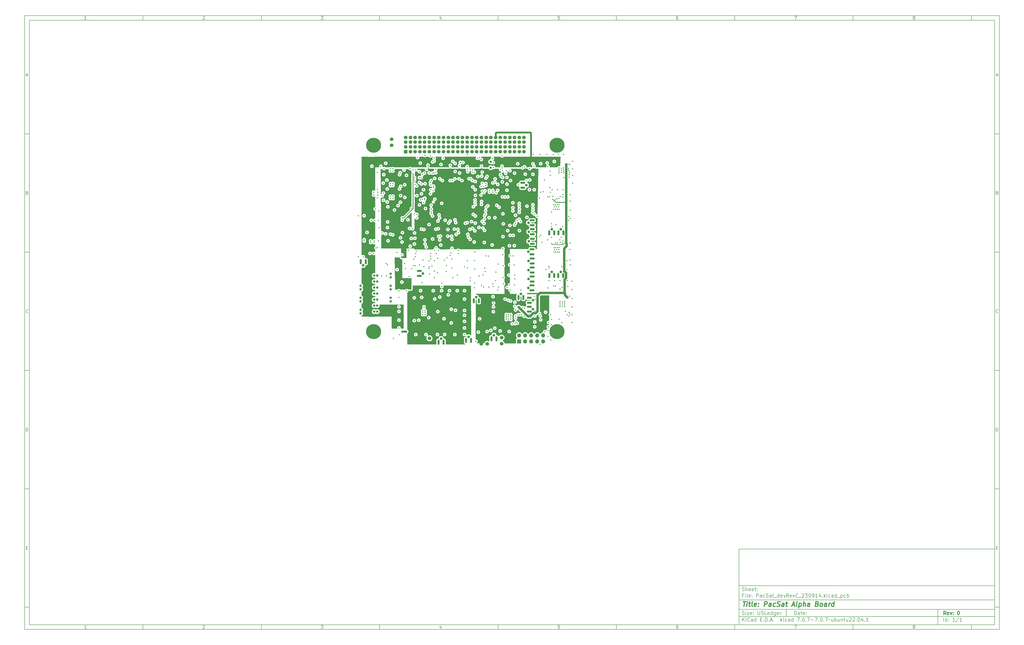
<source format=gbr>
%TF.GenerationSoftware,KiCad,Pcbnew,7.0.7-7.0.7~ubuntu22.04.1*%
%TF.CreationDate,2023-09-14T20:21:39-05:00*%
%TF.ProjectId,PacSat_devRevC_230914,50616353-6174-45f6-9465-76526576435f,0*%
%TF.SameCoordinates,Original*%
%TF.FileFunction,Copper,L5,Inr*%
%TF.FilePolarity,Positive*%
%FSLAX46Y46*%
G04 Gerber Fmt 4.6, Leading zero omitted, Abs format (unit mm)*
G04 Created by KiCad (PCBNEW 7.0.7-7.0.7~ubuntu22.04.1) date 2023-09-14 20:21:39*
%MOMM*%
%LPD*%
G01*
G04 APERTURE LIST*
G04 Aperture macros list*
%AMRoundRect*
0 Rectangle with rounded corners*
0 $1 Rounding radius*
0 $2 $3 $4 $5 $6 $7 $8 $9 X,Y pos of 4 corners*
0 Add a 4 corners polygon primitive as box body*
4,1,4,$2,$3,$4,$5,$6,$7,$8,$9,$2,$3,0*
0 Add four circle primitives for the rounded corners*
1,1,$1+$1,$2,$3*
1,1,$1+$1,$4,$5*
1,1,$1+$1,$6,$7*
1,1,$1+$1,$8,$9*
0 Add four rect primitives between the rounded corners*
20,1,$1+$1,$2,$3,$4,$5,0*
20,1,$1+$1,$4,$5,$6,$7,0*
20,1,$1+$1,$6,$7,$8,$9,0*
20,1,$1+$1,$8,$9,$2,$3,0*%
G04 Aperture macros list end*
%ADD10C,0.100000*%
%ADD11C,0.150000*%
%ADD12C,0.300000*%
%ADD13C,0.400000*%
%TA.AperFunction,ComponentPad*%
%ADD14C,1.524000*%
%TD*%
%TA.AperFunction,ComponentPad*%
%ADD15C,6.350000*%
%TD*%
%TA.AperFunction,ComponentPad*%
%ADD16RoundRect,0.290840X-0.471160X-0.471160X0.471160X-0.471160X0.471160X0.471160X-0.471160X0.471160X0*%
%TD*%
%TA.AperFunction,ComponentPad*%
%ADD17C,1.016000*%
%TD*%
%TA.AperFunction,ComponentPad*%
%ADD18O,2.540000X0.889000*%
%TD*%
%TA.AperFunction,ComponentPad*%
%ADD19C,1.000000*%
%TD*%
%TA.AperFunction,ComponentPad*%
%ADD20R,1.700000X1.700000*%
%TD*%
%TA.AperFunction,ComponentPad*%
%ADD21O,1.700000X1.700000*%
%TD*%
%TA.AperFunction,ComponentPad*%
%ADD22RoundRect,0.254000X0.254000X-0.254000X0.254000X0.254000X-0.254000X0.254000X-0.254000X-0.254000X0*%
%TD*%
%TA.AperFunction,ComponentPad*%
%ADD23RoundRect,0.200000X0.200000X-0.800000X0.200000X0.800000X-0.200000X0.800000X-0.200000X-0.800000X0*%
%TD*%
%TA.AperFunction,ComponentPad*%
%ADD24RoundRect,0.254000X0.254000X0.254000X-0.254000X0.254000X-0.254000X-0.254000X0.254000X-0.254000X0*%
%TD*%
%TA.AperFunction,ComponentPad*%
%ADD25RoundRect,0.200000X0.800000X0.200000X-0.800000X0.200000X-0.800000X-0.200000X0.800000X-0.200000X0*%
%TD*%
%TA.AperFunction,ComponentPad*%
%ADD26RoundRect,0.254000X-0.254000X0.254000X-0.254000X-0.254000X0.254000X-0.254000X0.254000X0.254000X0*%
%TD*%
%TA.AperFunction,ComponentPad*%
%ADD27RoundRect,0.200000X-0.200000X0.800000X-0.200000X-0.800000X0.200000X-0.800000X0.200000X0.800000X0*%
%TD*%
%TA.AperFunction,ComponentPad*%
%ADD28RoundRect,0.254000X-0.254000X-0.254000X0.254000X-0.254000X0.254000X0.254000X-0.254000X0.254000X0*%
%TD*%
%TA.AperFunction,ComponentPad*%
%ADD29RoundRect,0.200000X-0.800000X-0.200000X0.800000X-0.200000X0.800000X0.200000X-0.800000X0.200000X0*%
%TD*%
%TA.AperFunction,ViaPad*%
%ADD30C,0.508000*%
%TD*%
%TA.AperFunction,Conductor*%
%ADD31C,0.304800*%
%TD*%
%TA.AperFunction,Conductor*%
%ADD32C,0.635000*%
%TD*%
%TA.AperFunction,Conductor*%
%ADD33C,0.254000*%
%TD*%
%TA.AperFunction,Conductor*%
%ADD34C,0.152400*%
%TD*%
%TA.AperFunction,Conductor*%
%ADD35C,1.016000*%
%TD*%
%TA.AperFunction,Conductor*%
%ADD36C,0.330200*%
%TD*%
%TA.AperFunction,Conductor*%
%ADD37C,0.381000*%
%TD*%
%TA.AperFunction,Conductor*%
%ADD38C,0.508000*%
%TD*%
%TA.AperFunction,Conductor*%
%ADD39C,0.203200*%
%TD*%
%TA.AperFunction,Conductor*%
%ADD40C,0.762000*%
%TD*%
G04 APERTURE END LIST*
D10*
D11*
X311800000Y-235400000D02*
X419800000Y-235400000D01*
X419800000Y-267400000D01*
X311800000Y-267400000D01*
X311800000Y-235400000D01*
D10*
D11*
X10000000Y-10000000D02*
X421800000Y-10000000D01*
X421800000Y-269400000D01*
X10000000Y-269400000D01*
X10000000Y-10000000D01*
D10*
D11*
X12000000Y-12000000D02*
X419800000Y-12000000D01*
X419800000Y-267400000D01*
X12000000Y-267400000D01*
X12000000Y-12000000D01*
D10*
D11*
X60000000Y-12000000D02*
X60000000Y-10000000D01*
D10*
D11*
X110000000Y-12000000D02*
X110000000Y-10000000D01*
D10*
D11*
X160000000Y-12000000D02*
X160000000Y-10000000D01*
D10*
D11*
X210000000Y-12000000D02*
X210000000Y-10000000D01*
D10*
D11*
X260000000Y-12000000D02*
X260000000Y-10000000D01*
D10*
D11*
X310000000Y-12000000D02*
X310000000Y-10000000D01*
D10*
D11*
X360000000Y-12000000D02*
X360000000Y-10000000D01*
D10*
D11*
X410000000Y-12000000D02*
X410000000Y-10000000D01*
D10*
D11*
X36089160Y-11593604D02*
X35346303Y-11593604D01*
X35717731Y-11593604D02*
X35717731Y-10293604D01*
X35717731Y-10293604D02*
X35593922Y-10479319D01*
X35593922Y-10479319D02*
X35470112Y-10603128D01*
X35470112Y-10603128D02*
X35346303Y-10665033D01*
D10*
D11*
X85346303Y-10417414D02*
X85408207Y-10355509D01*
X85408207Y-10355509D02*
X85532017Y-10293604D01*
X85532017Y-10293604D02*
X85841541Y-10293604D01*
X85841541Y-10293604D02*
X85965350Y-10355509D01*
X85965350Y-10355509D02*
X86027255Y-10417414D01*
X86027255Y-10417414D02*
X86089160Y-10541223D01*
X86089160Y-10541223D02*
X86089160Y-10665033D01*
X86089160Y-10665033D02*
X86027255Y-10850747D01*
X86027255Y-10850747D02*
X85284398Y-11593604D01*
X85284398Y-11593604D02*
X86089160Y-11593604D01*
D10*
D11*
X135284398Y-10293604D02*
X136089160Y-10293604D01*
X136089160Y-10293604D02*
X135655826Y-10788842D01*
X135655826Y-10788842D02*
X135841541Y-10788842D01*
X135841541Y-10788842D02*
X135965350Y-10850747D01*
X135965350Y-10850747D02*
X136027255Y-10912652D01*
X136027255Y-10912652D02*
X136089160Y-11036461D01*
X136089160Y-11036461D02*
X136089160Y-11345985D01*
X136089160Y-11345985D02*
X136027255Y-11469795D01*
X136027255Y-11469795D02*
X135965350Y-11531700D01*
X135965350Y-11531700D02*
X135841541Y-11593604D01*
X135841541Y-11593604D02*
X135470112Y-11593604D01*
X135470112Y-11593604D02*
X135346303Y-11531700D01*
X135346303Y-11531700D02*
X135284398Y-11469795D01*
D10*
D11*
X185965350Y-10726938D02*
X185965350Y-11593604D01*
X185655826Y-10231700D02*
X185346303Y-11160271D01*
X185346303Y-11160271D02*
X186151064Y-11160271D01*
D10*
D11*
X236027255Y-10293604D02*
X235408207Y-10293604D01*
X235408207Y-10293604D02*
X235346303Y-10912652D01*
X235346303Y-10912652D02*
X235408207Y-10850747D01*
X235408207Y-10850747D02*
X235532017Y-10788842D01*
X235532017Y-10788842D02*
X235841541Y-10788842D01*
X235841541Y-10788842D02*
X235965350Y-10850747D01*
X235965350Y-10850747D02*
X236027255Y-10912652D01*
X236027255Y-10912652D02*
X236089160Y-11036461D01*
X236089160Y-11036461D02*
X236089160Y-11345985D01*
X236089160Y-11345985D02*
X236027255Y-11469795D01*
X236027255Y-11469795D02*
X235965350Y-11531700D01*
X235965350Y-11531700D02*
X235841541Y-11593604D01*
X235841541Y-11593604D02*
X235532017Y-11593604D01*
X235532017Y-11593604D02*
X235408207Y-11531700D01*
X235408207Y-11531700D02*
X235346303Y-11469795D01*
D10*
D11*
X285965350Y-10293604D02*
X285717731Y-10293604D01*
X285717731Y-10293604D02*
X285593922Y-10355509D01*
X285593922Y-10355509D02*
X285532017Y-10417414D01*
X285532017Y-10417414D02*
X285408207Y-10603128D01*
X285408207Y-10603128D02*
X285346303Y-10850747D01*
X285346303Y-10850747D02*
X285346303Y-11345985D01*
X285346303Y-11345985D02*
X285408207Y-11469795D01*
X285408207Y-11469795D02*
X285470112Y-11531700D01*
X285470112Y-11531700D02*
X285593922Y-11593604D01*
X285593922Y-11593604D02*
X285841541Y-11593604D01*
X285841541Y-11593604D02*
X285965350Y-11531700D01*
X285965350Y-11531700D02*
X286027255Y-11469795D01*
X286027255Y-11469795D02*
X286089160Y-11345985D01*
X286089160Y-11345985D02*
X286089160Y-11036461D01*
X286089160Y-11036461D02*
X286027255Y-10912652D01*
X286027255Y-10912652D02*
X285965350Y-10850747D01*
X285965350Y-10850747D02*
X285841541Y-10788842D01*
X285841541Y-10788842D02*
X285593922Y-10788842D01*
X285593922Y-10788842D02*
X285470112Y-10850747D01*
X285470112Y-10850747D02*
X285408207Y-10912652D01*
X285408207Y-10912652D02*
X285346303Y-11036461D01*
D10*
D11*
X335284398Y-10293604D02*
X336151064Y-10293604D01*
X336151064Y-10293604D02*
X335593922Y-11593604D01*
D10*
D11*
X385593922Y-10850747D02*
X385470112Y-10788842D01*
X385470112Y-10788842D02*
X385408207Y-10726938D01*
X385408207Y-10726938D02*
X385346303Y-10603128D01*
X385346303Y-10603128D02*
X385346303Y-10541223D01*
X385346303Y-10541223D02*
X385408207Y-10417414D01*
X385408207Y-10417414D02*
X385470112Y-10355509D01*
X385470112Y-10355509D02*
X385593922Y-10293604D01*
X385593922Y-10293604D02*
X385841541Y-10293604D01*
X385841541Y-10293604D02*
X385965350Y-10355509D01*
X385965350Y-10355509D02*
X386027255Y-10417414D01*
X386027255Y-10417414D02*
X386089160Y-10541223D01*
X386089160Y-10541223D02*
X386089160Y-10603128D01*
X386089160Y-10603128D02*
X386027255Y-10726938D01*
X386027255Y-10726938D02*
X385965350Y-10788842D01*
X385965350Y-10788842D02*
X385841541Y-10850747D01*
X385841541Y-10850747D02*
X385593922Y-10850747D01*
X385593922Y-10850747D02*
X385470112Y-10912652D01*
X385470112Y-10912652D02*
X385408207Y-10974557D01*
X385408207Y-10974557D02*
X385346303Y-11098366D01*
X385346303Y-11098366D02*
X385346303Y-11345985D01*
X385346303Y-11345985D02*
X385408207Y-11469795D01*
X385408207Y-11469795D02*
X385470112Y-11531700D01*
X385470112Y-11531700D02*
X385593922Y-11593604D01*
X385593922Y-11593604D02*
X385841541Y-11593604D01*
X385841541Y-11593604D02*
X385965350Y-11531700D01*
X385965350Y-11531700D02*
X386027255Y-11469795D01*
X386027255Y-11469795D02*
X386089160Y-11345985D01*
X386089160Y-11345985D02*
X386089160Y-11098366D01*
X386089160Y-11098366D02*
X386027255Y-10974557D01*
X386027255Y-10974557D02*
X385965350Y-10912652D01*
X385965350Y-10912652D02*
X385841541Y-10850747D01*
D10*
D11*
X60000000Y-267400000D02*
X60000000Y-269400000D01*
D10*
D11*
X110000000Y-267400000D02*
X110000000Y-269400000D01*
D10*
D11*
X160000000Y-267400000D02*
X160000000Y-269400000D01*
D10*
D11*
X210000000Y-267400000D02*
X210000000Y-269400000D01*
D10*
D11*
X260000000Y-267400000D02*
X260000000Y-269400000D01*
D10*
D11*
X310000000Y-267400000D02*
X310000000Y-269400000D01*
D10*
D11*
X360000000Y-267400000D02*
X360000000Y-269400000D01*
D10*
D11*
X410000000Y-267400000D02*
X410000000Y-269400000D01*
D10*
D11*
X36089160Y-268993604D02*
X35346303Y-268993604D01*
X35717731Y-268993604D02*
X35717731Y-267693604D01*
X35717731Y-267693604D02*
X35593922Y-267879319D01*
X35593922Y-267879319D02*
X35470112Y-268003128D01*
X35470112Y-268003128D02*
X35346303Y-268065033D01*
D10*
D11*
X85346303Y-267817414D02*
X85408207Y-267755509D01*
X85408207Y-267755509D02*
X85532017Y-267693604D01*
X85532017Y-267693604D02*
X85841541Y-267693604D01*
X85841541Y-267693604D02*
X85965350Y-267755509D01*
X85965350Y-267755509D02*
X86027255Y-267817414D01*
X86027255Y-267817414D02*
X86089160Y-267941223D01*
X86089160Y-267941223D02*
X86089160Y-268065033D01*
X86089160Y-268065033D02*
X86027255Y-268250747D01*
X86027255Y-268250747D02*
X85284398Y-268993604D01*
X85284398Y-268993604D02*
X86089160Y-268993604D01*
D10*
D11*
X135284398Y-267693604D02*
X136089160Y-267693604D01*
X136089160Y-267693604D02*
X135655826Y-268188842D01*
X135655826Y-268188842D02*
X135841541Y-268188842D01*
X135841541Y-268188842D02*
X135965350Y-268250747D01*
X135965350Y-268250747D02*
X136027255Y-268312652D01*
X136027255Y-268312652D02*
X136089160Y-268436461D01*
X136089160Y-268436461D02*
X136089160Y-268745985D01*
X136089160Y-268745985D02*
X136027255Y-268869795D01*
X136027255Y-268869795D02*
X135965350Y-268931700D01*
X135965350Y-268931700D02*
X135841541Y-268993604D01*
X135841541Y-268993604D02*
X135470112Y-268993604D01*
X135470112Y-268993604D02*
X135346303Y-268931700D01*
X135346303Y-268931700D02*
X135284398Y-268869795D01*
D10*
D11*
X185965350Y-268126938D02*
X185965350Y-268993604D01*
X185655826Y-267631700D02*
X185346303Y-268560271D01*
X185346303Y-268560271D02*
X186151064Y-268560271D01*
D10*
D11*
X236027255Y-267693604D02*
X235408207Y-267693604D01*
X235408207Y-267693604D02*
X235346303Y-268312652D01*
X235346303Y-268312652D02*
X235408207Y-268250747D01*
X235408207Y-268250747D02*
X235532017Y-268188842D01*
X235532017Y-268188842D02*
X235841541Y-268188842D01*
X235841541Y-268188842D02*
X235965350Y-268250747D01*
X235965350Y-268250747D02*
X236027255Y-268312652D01*
X236027255Y-268312652D02*
X236089160Y-268436461D01*
X236089160Y-268436461D02*
X236089160Y-268745985D01*
X236089160Y-268745985D02*
X236027255Y-268869795D01*
X236027255Y-268869795D02*
X235965350Y-268931700D01*
X235965350Y-268931700D02*
X235841541Y-268993604D01*
X235841541Y-268993604D02*
X235532017Y-268993604D01*
X235532017Y-268993604D02*
X235408207Y-268931700D01*
X235408207Y-268931700D02*
X235346303Y-268869795D01*
D10*
D11*
X285965350Y-267693604D02*
X285717731Y-267693604D01*
X285717731Y-267693604D02*
X285593922Y-267755509D01*
X285593922Y-267755509D02*
X285532017Y-267817414D01*
X285532017Y-267817414D02*
X285408207Y-268003128D01*
X285408207Y-268003128D02*
X285346303Y-268250747D01*
X285346303Y-268250747D02*
X285346303Y-268745985D01*
X285346303Y-268745985D02*
X285408207Y-268869795D01*
X285408207Y-268869795D02*
X285470112Y-268931700D01*
X285470112Y-268931700D02*
X285593922Y-268993604D01*
X285593922Y-268993604D02*
X285841541Y-268993604D01*
X285841541Y-268993604D02*
X285965350Y-268931700D01*
X285965350Y-268931700D02*
X286027255Y-268869795D01*
X286027255Y-268869795D02*
X286089160Y-268745985D01*
X286089160Y-268745985D02*
X286089160Y-268436461D01*
X286089160Y-268436461D02*
X286027255Y-268312652D01*
X286027255Y-268312652D02*
X285965350Y-268250747D01*
X285965350Y-268250747D02*
X285841541Y-268188842D01*
X285841541Y-268188842D02*
X285593922Y-268188842D01*
X285593922Y-268188842D02*
X285470112Y-268250747D01*
X285470112Y-268250747D02*
X285408207Y-268312652D01*
X285408207Y-268312652D02*
X285346303Y-268436461D01*
D10*
D11*
X335284398Y-267693604D02*
X336151064Y-267693604D01*
X336151064Y-267693604D02*
X335593922Y-268993604D01*
D10*
D11*
X385593922Y-268250747D02*
X385470112Y-268188842D01*
X385470112Y-268188842D02*
X385408207Y-268126938D01*
X385408207Y-268126938D02*
X385346303Y-268003128D01*
X385346303Y-268003128D02*
X385346303Y-267941223D01*
X385346303Y-267941223D02*
X385408207Y-267817414D01*
X385408207Y-267817414D02*
X385470112Y-267755509D01*
X385470112Y-267755509D02*
X385593922Y-267693604D01*
X385593922Y-267693604D02*
X385841541Y-267693604D01*
X385841541Y-267693604D02*
X385965350Y-267755509D01*
X385965350Y-267755509D02*
X386027255Y-267817414D01*
X386027255Y-267817414D02*
X386089160Y-267941223D01*
X386089160Y-267941223D02*
X386089160Y-268003128D01*
X386089160Y-268003128D02*
X386027255Y-268126938D01*
X386027255Y-268126938D02*
X385965350Y-268188842D01*
X385965350Y-268188842D02*
X385841541Y-268250747D01*
X385841541Y-268250747D02*
X385593922Y-268250747D01*
X385593922Y-268250747D02*
X385470112Y-268312652D01*
X385470112Y-268312652D02*
X385408207Y-268374557D01*
X385408207Y-268374557D02*
X385346303Y-268498366D01*
X385346303Y-268498366D02*
X385346303Y-268745985D01*
X385346303Y-268745985D02*
X385408207Y-268869795D01*
X385408207Y-268869795D02*
X385470112Y-268931700D01*
X385470112Y-268931700D02*
X385593922Y-268993604D01*
X385593922Y-268993604D02*
X385841541Y-268993604D01*
X385841541Y-268993604D02*
X385965350Y-268931700D01*
X385965350Y-268931700D02*
X386027255Y-268869795D01*
X386027255Y-268869795D02*
X386089160Y-268745985D01*
X386089160Y-268745985D02*
X386089160Y-268498366D01*
X386089160Y-268498366D02*
X386027255Y-268374557D01*
X386027255Y-268374557D02*
X385965350Y-268312652D01*
X385965350Y-268312652D02*
X385841541Y-268250747D01*
D10*
D11*
X10000000Y-60000000D02*
X12000000Y-60000000D01*
D10*
D11*
X10000000Y-110000000D02*
X12000000Y-110000000D01*
D10*
D11*
X10000000Y-160000000D02*
X12000000Y-160000000D01*
D10*
D11*
X10000000Y-210000000D02*
X12000000Y-210000000D01*
D10*
D11*
X10000000Y-260000000D02*
X12000000Y-260000000D01*
D10*
D11*
X10690476Y-35222176D02*
X11309523Y-35222176D01*
X10566666Y-35593604D02*
X10999999Y-34293604D01*
X10999999Y-34293604D02*
X11433333Y-35593604D01*
D10*
D11*
X11092857Y-84912652D02*
X11278571Y-84974557D01*
X11278571Y-84974557D02*
X11340476Y-85036461D01*
X11340476Y-85036461D02*
X11402380Y-85160271D01*
X11402380Y-85160271D02*
X11402380Y-85345985D01*
X11402380Y-85345985D02*
X11340476Y-85469795D01*
X11340476Y-85469795D02*
X11278571Y-85531700D01*
X11278571Y-85531700D02*
X11154761Y-85593604D01*
X11154761Y-85593604D02*
X10659523Y-85593604D01*
X10659523Y-85593604D02*
X10659523Y-84293604D01*
X10659523Y-84293604D02*
X11092857Y-84293604D01*
X11092857Y-84293604D02*
X11216666Y-84355509D01*
X11216666Y-84355509D02*
X11278571Y-84417414D01*
X11278571Y-84417414D02*
X11340476Y-84541223D01*
X11340476Y-84541223D02*
X11340476Y-84665033D01*
X11340476Y-84665033D02*
X11278571Y-84788842D01*
X11278571Y-84788842D02*
X11216666Y-84850747D01*
X11216666Y-84850747D02*
X11092857Y-84912652D01*
X11092857Y-84912652D02*
X10659523Y-84912652D01*
D10*
D11*
X11402380Y-135469795D02*
X11340476Y-135531700D01*
X11340476Y-135531700D02*
X11154761Y-135593604D01*
X11154761Y-135593604D02*
X11030952Y-135593604D01*
X11030952Y-135593604D02*
X10845238Y-135531700D01*
X10845238Y-135531700D02*
X10721428Y-135407890D01*
X10721428Y-135407890D02*
X10659523Y-135284080D01*
X10659523Y-135284080D02*
X10597619Y-135036461D01*
X10597619Y-135036461D02*
X10597619Y-134850747D01*
X10597619Y-134850747D02*
X10659523Y-134603128D01*
X10659523Y-134603128D02*
X10721428Y-134479319D01*
X10721428Y-134479319D02*
X10845238Y-134355509D01*
X10845238Y-134355509D02*
X11030952Y-134293604D01*
X11030952Y-134293604D02*
X11154761Y-134293604D01*
X11154761Y-134293604D02*
X11340476Y-134355509D01*
X11340476Y-134355509D02*
X11402380Y-134417414D01*
D10*
D11*
X10659523Y-185593604D02*
X10659523Y-184293604D01*
X10659523Y-184293604D02*
X10969047Y-184293604D01*
X10969047Y-184293604D02*
X11154761Y-184355509D01*
X11154761Y-184355509D02*
X11278571Y-184479319D01*
X11278571Y-184479319D02*
X11340476Y-184603128D01*
X11340476Y-184603128D02*
X11402380Y-184850747D01*
X11402380Y-184850747D02*
X11402380Y-185036461D01*
X11402380Y-185036461D02*
X11340476Y-185284080D01*
X11340476Y-185284080D02*
X11278571Y-185407890D01*
X11278571Y-185407890D02*
X11154761Y-185531700D01*
X11154761Y-185531700D02*
X10969047Y-185593604D01*
X10969047Y-185593604D02*
X10659523Y-185593604D01*
D10*
D11*
X10721428Y-234912652D02*
X11154762Y-234912652D01*
X11340476Y-235593604D02*
X10721428Y-235593604D01*
X10721428Y-235593604D02*
X10721428Y-234293604D01*
X10721428Y-234293604D02*
X11340476Y-234293604D01*
D10*
D11*
X421800000Y-60000000D02*
X419800000Y-60000000D01*
D10*
D11*
X421800000Y-110000000D02*
X419800000Y-110000000D01*
D10*
D11*
X421800000Y-160000000D02*
X419800000Y-160000000D01*
D10*
D11*
X421800000Y-210000000D02*
X419800000Y-210000000D01*
D10*
D11*
X421800000Y-260000000D02*
X419800000Y-260000000D01*
D10*
D11*
X420490476Y-35222176D02*
X421109523Y-35222176D01*
X420366666Y-35593604D02*
X420799999Y-34293604D01*
X420799999Y-34293604D02*
X421233333Y-35593604D01*
D10*
D11*
X420892857Y-84912652D02*
X421078571Y-84974557D01*
X421078571Y-84974557D02*
X421140476Y-85036461D01*
X421140476Y-85036461D02*
X421202380Y-85160271D01*
X421202380Y-85160271D02*
X421202380Y-85345985D01*
X421202380Y-85345985D02*
X421140476Y-85469795D01*
X421140476Y-85469795D02*
X421078571Y-85531700D01*
X421078571Y-85531700D02*
X420954761Y-85593604D01*
X420954761Y-85593604D02*
X420459523Y-85593604D01*
X420459523Y-85593604D02*
X420459523Y-84293604D01*
X420459523Y-84293604D02*
X420892857Y-84293604D01*
X420892857Y-84293604D02*
X421016666Y-84355509D01*
X421016666Y-84355509D02*
X421078571Y-84417414D01*
X421078571Y-84417414D02*
X421140476Y-84541223D01*
X421140476Y-84541223D02*
X421140476Y-84665033D01*
X421140476Y-84665033D02*
X421078571Y-84788842D01*
X421078571Y-84788842D02*
X421016666Y-84850747D01*
X421016666Y-84850747D02*
X420892857Y-84912652D01*
X420892857Y-84912652D02*
X420459523Y-84912652D01*
D10*
D11*
X421202380Y-135469795D02*
X421140476Y-135531700D01*
X421140476Y-135531700D02*
X420954761Y-135593604D01*
X420954761Y-135593604D02*
X420830952Y-135593604D01*
X420830952Y-135593604D02*
X420645238Y-135531700D01*
X420645238Y-135531700D02*
X420521428Y-135407890D01*
X420521428Y-135407890D02*
X420459523Y-135284080D01*
X420459523Y-135284080D02*
X420397619Y-135036461D01*
X420397619Y-135036461D02*
X420397619Y-134850747D01*
X420397619Y-134850747D02*
X420459523Y-134603128D01*
X420459523Y-134603128D02*
X420521428Y-134479319D01*
X420521428Y-134479319D02*
X420645238Y-134355509D01*
X420645238Y-134355509D02*
X420830952Y-134293604D01*
X420830952Y-134293604D02*
X420954761Y-134293604D01*
X420954761Y-134293604D02*
X421140476Y-134355509D01*
X421140476Y-134355509D02*
X421202380Y-134417414D01*
D10*
D11*
X420459523Y-185593604D02*
X420459523Y-184293604D01*
X420459523Y-184293604D02*
X420769047Y-184293604D01*
X420769047Y-184293604D02*
X420954761Y-184355509D01*
X420954761Y-184355509D02*
X421078571Y-184479319D01*
X421078571Y-184479319D02*
X421140476Y-184603128D01*
X421140476Y-184603128D02*
X421202380Y-184850747D01*
X421202380Y-184850747D02*
X421202380Y-185036461D01*
X421202380Y-185036461D02*
X421140476Y-185284080D01*
X421140476Y-185284080D02*
X421078571Y-185407890D01*
X421078571Y-185407890D02*
X420954761Y-185531700D01*
X420954761Y-185531700D02*
X420769047Y-185593604D01*
X420769047Y-185593604D02*
X420459523Y-185593604D01*
D10*
D11*
X420521428Y-234912652D02*
X420954762Y-234912652D01*
X421140476Y-235593604D02*
X420521428Y-235593604D01*
X420521428Y-235593604D02*
X420521428Y-234293604D01*
X420521428Y-234293604D02*
X421140476Y-234293604D01*
D10*
D11*
X335255826Y-263186128D02*
X335255826Y-261686128D01*
X335255826Y-261686128D02*
X335612969Y-261686128D01*
X335612969Y-261686128D02*
X335827255Y-261757557D01*
X335827255Y-261757557D02*
X335970112Y-261900414D01*
X335970112Y-261900414D02*
X336041541Y-262043271D01*
X336041541Y-262043271D02*
X336112969Y-262328985D01*
X336112969Y-262328985D02*
X336112969Y-262543271D01*
X336112969Y-262543271D02*
X336041541Y-262828985D01*
X336041541Y-262828985D02*
X335970112Y-262971842D01*
X335970112Y-262971842D02*
X335827255Y-263114700D01*
X335827255Y-263114700D02*
X335612969Y-263186128D01*
X335612969Y-263186128D02*
X335255826Y-263186128D01*
X337398684Y-263186128D02*
X337398684Y-262400414D01*
X337398684Y-262400414D02*
X337327255Y-262257557D01*
X337327255Y-262257557D02*
X337184398Y-262186128D01*
X337184398Y-262186128D02*
X336898684Y-262186128D01*
X336898684Y-262186128D02*
X336755826Y-262257557D01*
X337398684Y-263114700D02*
X337255826Y-263186128D01*
X337255826Y-263186128D02*
X336898684Y-263186128D01*
X336898684Y-263186128D02*
X336755826Y-263114700D01*
X336755826Y-263114700D02*
X336684398Y-262971842D01*
X336684398Y-262971842D02*
X336684398Y-262828985D01*
X336684398Y-262828985D02*
X336755826Y-262686128D01*
X336755826Y-262686128D02*
X336898684Y-262614700D01*
X336898684Y-262614700D02*
X337255826Y-262614700D01*
X337255826Y-262614700D02*
X337398684Y-262543271D01*
X337898684Y-262186128D02*
X338470112Y-262186128D01*
X338112969Y-261686128D02*
X338112969Y-262971842D01*
X338112969Y-262971842D02*
X338184398Y-263114700D01*
X338184398Y-263114700D02*
X338327255Y-263186128D01*
X338327255Y-263186128D02*
X338470112Y-263186128D01*
X339541541Y-263114700D02*
X339398684Y-263186128D01*
X339398684Y-263186128D02*
X339112970Y-263186128D01*
X339112970Y-263186128D02*
X338970112Y-263114700D01*
X338970112Y-263114700D02*
X338898684Y-262971842D01*
X338898684Y-262971842D02*
X338898684Y-262400414D01*
X338898684Y-262400414D02*
X338970112Y-262257557D01*
X338970112Y-262257557D02*
X339112970Y-262186128D01*
X339112970Y-262186128D02*
X339398684Y-262186128D01*
X339398684Y-262186128D02*
X339541541Y-262257557D01*
X339541541Y-262257557D02*
X339612970Y-262400414D01*
X339612970Y-262400414D02*
X339612970Y-262543271D01*
X339612970Y-262543271D02*
X338898684Y-262686128D01*
X340255826Y-263043271D02*
X340327255Y-263114700D01*
X340327255Y-263114700D02*
X340255826Y-263186128D01*
X340255826Y-263186128D02*
X340184398Y-263114700D01*
X340184398Y-263114700D02*
X340255826Y-263043271D01*
X340255826Y-263043271D02*
X340255826Y-263186128D01*
X340255826Y-262257557D02*
X340327255Y-262328985D01*
X340327255Y-262328985D02*
X340255826Y-262400414D01*
X340255826Y-262400414D02*
X340184398Y-262328985D01*
X340184398Y-262328985D02*
X340255826Y-262257557D01*
X340255826Y-262257557D02*
X340255826Y-262400414D01*
D10*
D11*
X311800000Y-263900000D02*
X419800000Y-263900000D01*
D10*
D11*
X313255826Y-265986128D02*
X313255826Y-264486128D01*
X314112969Y-265986128D02*
X313470112Y-265128985D01*
X314112969Y-264486128D02*
X313255826Y-265343271D01*
X314755826Y-265986128D02*
X314755826Y-264986128D01*
X314755826Y-264486128D02*
X314684398Y-264557557D01*
X314684398Y-264557557D02*
X314755826Y-264628985D01*
X314755826Y-264628985D02*
X314827255Y-264557557D01*
X314827255Y-264557557D02*
X314755826Y-264486128D01*
X314755826Y-264486128D02*
X314755826Y-264628985D01*
X316327255Y-265843271D02*
X316255827Y-265914700D01*
X316255827Y-265914700D02*
X316041541Y-265986128D01*
X316041541Y-265986128D02*
X315898684Y-265986128D01*
X315898684Y-265986128D02*
X315684398Y-265914700D01*
X315684398Y-265914700D02*
X315541541Y-265771842D01*
X315541541Y-265771842D02*
X315470112Y-265628985D01*
X315470112Y-265628985D02*
X315398684Y-265343271D01*
X315398684Y-265343271D02*
X315398684Y-265128985D01*
X315398684Y-265128985D02*
X315470112Y-264843271D01*
X315470112Y-264843271D02*
X315541541Y-264700414D01*
X315541541Y-264700414D02*
X315684398Y-264557557D01*
X315684398Y-264557557D02*
X315898684Y-264486128D01*
X315898684Y-264486128D02*
X316041541Y-264486128D01*
X316041541Y-264486128D02*
X316255827Y-264557557D01*
X316255827Y-264557557D02*
X316327255Y-264628985D01*
X317612970Y-265986128D02*
X317612970Y-265200414D01*
X317612970Y-265200414D02*
X317541541Y-265057557D01*
X317541541Y-265057557D02*
X317398684Y-264986128D01*
X317398684Y-264986128D02*
X317112970Y-264986128D01*
X317112970Y-264986128D02*
X316970112Y-265057557D01*
X317612970Y-265914700D02*
X317470112Y-265986128D01*
X317470112Y-265986128D02*
X317112970Y-265986128D01*
X317112970Y-265986128D02*
X316970112Y-265914700D01*
X316970112Y-265914700D02*
X316898684Y-265771842D01*
X316898684Y-265771842D02*
X316898684Y-265628985D01*
X316898684Y-265628985D02*
X316970112Y-265486128D01*
X316970112Y-265486128D02*
X317112970Y-265414700D01*
X317112970Y-265414700D02*
X317470112Y-265414700D01*
X317470112Y-265414700D02*
X317612970Y-265343271D01*
X318970113Y-265986128D02*
X318970113Y-264486128D01*
X318970113Y-265914700D02*
X318827255Y-265986128D01*
X318827255Y-265986128D02*
X318541541Y-265986128D01*
X318541541Y-265986128D02*
X318398684Y-265914700D01*
X318398684Y-265914700D02*
X318327255Y-265843271D01*
X318327255Y-265843271D02*
X318255827Y-265700414D01*
X318255827Y-265700414D02*
X318255827Y-265271842D01*
X318255827Y-265271842D02*
X318327255Y-265128985D01*
X318327255Y-265128985D02*
X318398684Y-265057557D01*
X318398684Y-265057557D02*
X318541541Y-264986128D01*
X318541541Y-264986128D02*
X318827255Y-264986128D01*
X318827255Y-264986128D02*
X318970113Y-265057557D01*
X320827255Y-265200414D02*
X321327255Y-265200414D01*
X321541541Y-265986128D02*
X320827255Y-265986128D01*
X320827255Y-265986128D02*
X320827255Y-264486128D01*
X320827255Y-264486128D02*
X321541541Y-264486128D01*
X322184398Y-265843271D02*
X322255827Y-265914700D01*
X322255827Y-265914700D02*
X322184398Y-265986128D01*
X322184398Y-265986128D02*
X322112970Y-265914700D01*
X322112970Y-265914700D02*
X322184398Y-265843271D01*
X322184398Y-265843271D02*
X322184398Y-265986128D01*
X322898684Y-265986128D02*
X322898684Y-264486128D01*
X322898684Y-264486128D02*
X323255827Y-264486128D01*
X323255827Y-264486128D02*
X323470113Y-264557557D01*
X323470113Y-264557557D02*
X323612970Y-264700414D01*
X323612970Y-264700414D02*
X323684399Y-264843271D01*
X323684399Y-264843271D02*
X323755827Y-265128985D01*
X323755827Y-265128985D02*
X323755827Y-265343271D01*
X323755827Y-265343271D02*
X323684399Y-265628985D01*
X323684399Y-265628985D02*
X323612970Y-265771842D01*
X323612970Y-265771842D02*
X323470113Y-265914700D01*
X323470113Y-265914700D02*
X323255827Y-265986128D01*
X323255827Y-265986128D02*
X322898684Y-265986128D01*
X324398684Y-265843271D02*
X324470113Y-265914700D01*
X324470113Y-265914700D02*
X324398684Y-265986128D01*
X324398684Y-265986128D02*
X324327256Y-265914700D01*
X324327256Y-265914700D02*
X324398684Y-265843271D01*
X324398684Y-265843271D02*
X324398684Y-265986128D01*
X325041542Y-265557557D02*
X325755828Y-265557557D01*
X324898685Y-265986128D02*
X325398685Y-264486128D01*
X325398685Y-264486128D02*
X325898685Y-265986128D01*
X326398684Y-265843271D02*
X326470113Y-265914700D01*
X326470113Y-265914700D02*
X326398684Y-265986128D01*
X326398684Y-265986128D02*
X326327256Y-265914700D01*
X326327256Y-265914700D02*
X326398684Y-265843271D01*
X326398684Y-265843271D02*
X326398684Y-265986128D01*
X329398684Y-265986128D02*
X329398684Y-264486128D01*
X329541542Y-265414700D02*
X329970113Y-265986128D01*
X329970113Y-264986128D02*
X329398684Y-265557557D01*
X330612970Y-265986128D02*
X330612970Y-264986128D01*
X330612970Y-264486128D02*
X330541542Y-264557557D01*
X330541542Y-264557557D02*
X330612970Y-264628985D01*
X330612970Y-264628985D02*
X330684399Y-264557557D01*
X330684399Y-264557557D02*
X330612970Y-264486128D01*
X330612970Y-264486128D02*
X330612970Y-264628985D01*
X331970114Y-265914700D02*
X331827256Y-265986128D01*
X331827256Y-265986128D02*
X331541542Y-265986128D01*
X331541542Y-265986128D02*
X331398685Y-265914700D01*
X331398685Y-265914700D02*
X331327256Y-265843271D01*
X331327256Y-265843271D02*
X331255828Y-265700414D01*
X331255828Y-265700414D02*
X331255828Y-265271842D01*
X331255828Y-265271842D02*
X331327256Y-265128985D01*
X331327256Y-265128985D02*
X331398685Y-265057557D01*
X331398685Y-265057557D02*
X331541542Y-264986128D01*
X331541542Y-264986128D02*
X331827256Y-264986128D01*
X331827256Y-264986128D02*
X331970114Y-265057557D01*
X333255828Y-265986128D02*
X333255828Y-265200414D01*
X333255828Y-265200414D02*
X333184399Y-265057557D01*
X333184399Y-265057557D02*
X333041542Y-264986128D01*
X333041542Y-264986128D02*
X332755828Y-264986128D01*
X332755828Y-264986128D02*
X332612970Y-265057557D01*
X333255828Y-265914700D02*
X333112970Y-265986128D01*
X333112970Y-265986128D02*
X332755828Y-265986128D01*
X332755828Y-265986128D02*
X332612970Y-265914700D01*
X332612970Y-265914700D02*
X332541542Y-265771842D01*
X332541542Y-265771842D02*
X332541542Y-265628985D01*
X332541542Y-265628985D02*
X332612970Y-265486128D01*
X332612970Y-265486128D02*
X332755828Y-265414700D01*
X332755828Y-265414700D02*
X333112970Y-265414700D01*
X333112970Y-265414700D02*
X333255828Y-265343271D01*
X334612971Y-265986128D02*
X334612971Y-264486128D01*
X334612971Y-265914700D02*
X334470113Y-265986128D01*
X334470113Y-265986128D02*
X334184399Y-265986128D01*
X334184399Y-265986128D02*
X334041542Y-265914700D01*
X334041542Y-265914700D02*
X333970113Y-265843271D01*
X333970113Y-265843271D02*
X333898685Y-265700414D01*
X333898685Y-265700414D02*
X333898685Y-265271842D01*
X333898685Y-265271842D02*
X333970113Y-265128985D01*
X333970113Y-265128985D02*
X334041542Y-265057557D01*
X334041542Y-265057557D02*
X334184399Y-264986128D01*
X334184399Y-264986128D02*
X334470113Y-264986128D01*
X334470113Y-264986128D02*
X334612971Y-265057557D01*
X336327256Y-264486128D02*
X337327256Y-264486128D01*
X337327256Y-264486128D02*
X336684399Y-265986128D01*
X337898684Y-265843271D02*
X337970113Y-265914700D01*
X337970113Y-265914700D02*
X337898684Y-265986128D01*
X337898684Y-265986128D02*
X337827256Y-265914700D01*
X337827256Y-265914700D02*
X337898684Y-265843271D01*
X337898684Y-265843271D02*
X337898684Y-265986128D01*
X338898685Y-264486128D02*
X339041542Y-264486128D01*
X339041542Y-264486128D02*
X339184399Y-264557557D01*
X339184399Y-264557557D02*
X339255828Y-264628985D01*
X339255828Y-264628985D02*
X339327256Y-264771842D01*
X339327256Y-264771842D02*
X339398685Y-265057557D01*
X339398685Y-265057557D02*
X339398685Y-265414700D01*
X339398685Y-265414700D02*
X339327256Y-265700414D01*
X339327256Y-265700414D02*
X339255828Y-265843271D01*
X339255828Y-265843271D02*
X339184399Y-265914700D01*
X339184399Y-265914700D02*
X339041542Y-265986128D01*
X339041542Y-265986128D02*
X338898685Y-265986128D01*
X338898685Y-265986128D02*
X338755828Y-265914700D01*
X338755828Y-265914700D02*
X338684399Y-265843271D01*
X338684399Y-265843271D02*
X338612970Y-265700414D01*
X338612970Y-265700414D02*
X338541542Y-265414700D01*
X338541542Y-265414700D02*
X338541542Y-265057557D01*
X338541542Y-265057557D02*
X338612970Y-264771842D01*
X338612970Y-264771842D02*
X338684399Y-264628985D01*
X338684399Y-264628985D02*
X338755828Y-264557557D01*
X338755828Y-264557557D02*
X338898685Y-264486128D01*
X340041541Y-265843271D02*
X340112970Y-265914700D01*
X340112970Y-265914700D02*
X340041541Y-265986128D01*
X340041541Y-265986128D02*
X339970113Y-265914700D01*
X339970113Y-265914700D02*
X340041541Y-265843271D01*
X340041541Y-265843271D02*
X340041541Y-265986128D01*
X340612970Y-264486128D02*
X341612970Y-264486128D01*
X341612970Y-264486128D02*
X340970113Y-265986128D01*
X342184398Y-265414700D02*
X343327256Y-265414700D01*
X343898684Y-264486128D02*
X344898684Y-264486128D01*
X344898684Y-264486128D02*
X344255827Y-265986128D01*
X345470112Y-265843271D02*
X345541541Y-265914700D01*
X345541541Y-265914700D02*
X345470112Y-265986128D01*
X345470112Y-265986128D02*
X345398684Y-265914700D01*
X345398684Y-265914700D02*
X345470112Y-265843271D01*
X345470112Y-265843271D02*
X345470112Y-265986128D01*
X346470113Y-264486128D02*
X346612970Y-264486128D01*
X346612970Y-264486128D02*
X346755827Y-264557557D01*
X346755827Y-264557557D02*
X346827256Y-264628985D01*
X346827256Y-264628985D02*
X346898684Y-264771842D01*
X346898684Y-264771842D02*
X346970113Y-265057557D01*
X346970113Y-265057557D02*
X346970113Y-265414700D01*
X346970113Y-265414700D02*
X346898684Y-265700414D01*
X346898684Y-265700414D02*
X346827256Y-265843271D01*
X346827256Y-265843271D02*
X346755827Y-265914700D01*
X346755827Y-265914700D02*
X346612970Y-265986128D01*
X346612970Y-265986128D02*
X346470113Y-265986128D01*
X346470113Y-265986128D02*
X346327256Y-265914700D01*
X346327256Y-265914700D02*
X346255827Y-265843271D01*
X346255827Y-265843271D02*
X346184398Y-265700414D01*
X346184398Y-265700414D02*
X346112970Y-265414700D01*
X346112970Y-265414700D02*
X346112970Y-265057557D01*
X346112970Y-265057557D02*
X346184398Y-264771842D01*
X346184398Y-264771842D02*
X346255827Y-264628985D01*
X346255827Y-264628985D02*
X346327256Y-264557557D01*
X346327256Y-264557557D02*
X346470113Y-264486128D01*
X347612969Y-265843271D02*
X347684398Y-265914700D01*
X347684398Y-265914700D02*
X347612969Y-265986128D01*
X347612969Y-265986128D02*
X347541541Y-265914700D01*
X347541541Y-265914700D02*
X347612969Y-265843271D01*
X347612969Y-265843271D02*
X347612969Y-265986128D01*
X348184398Y-264486128D02*
X349184398Y-264486128D01*
X349184398Y-264486128D02*
X348541541Y-265986128D01*
X349541541Y-265414700D02*
X349612969Y-265343271D01*
X349612969Y-265343271D02*
X349755826Y-265271842D01*
X349755826Y-265271842D02*
X350041541Y-265414700D01*
X350041541Y-265414700D02*
X350184398Y-265343271D01*
X350184398Y-265343271D02*
X350255826Y-265271842D01*
X351470113Y-264986128D02*
X351470113Y-265986128D01*
X350827255Y-264986128D02*
X350827255Y-265771842D01*
X350827255Y-265771842D02*
X350898684Y-265914700D01*
X350898684Y-265914700D02*
X351041541Y-265986128D01*
X351041541Y-265986128D02*
X351255827Y-265986128D01*
X351255827Y-265986128D02*
X351398684Y-265914700D01*
X351398684Y-265914700D02*
X351470113Y-265843271D01*
X352184398Y-265986128D02*
X352184398Y-264486128D01*
X352184398Y-265057557D02*
X352327256Y-264986128D01*
X352327256Y-264986128D02*
X352612970Y-264986128D01*
X352612970Y-264986128D02*
X352755827Y-265057557D01*
X352755827Y-265057557D02*
X352827256Y-265128985D01*
X352827256Y-265128985D02*
X352898684Y-265271842D01*
X352898684Y-265271842D02*
X352898684Y-265700414D01*
X352898684Y-265700414D02*
X352827256Y-265843271D01*
X352827256Y-265843271D02*
X352755827Y-265914700D01*
X352755827Y-265914700D02*
X352612970Y-265986128D01*
X352612970Y-265986128D02*
X352327256Y-265986128D01*
X352327256Y-265986128D02*
X352184398Y-265914700D01*
X354184399Y-264986128D02*
X354184399Y-265986128D01*
X353541541Y-264986128D02*
X353541541Y-265771842D01*
X353541541Y-265771842D02*
X353612970Y-265914700D01*
X353612970Y-265914700D02*
X353755827Y-265986128D01*
X353755827Y-265986128D02*
X353970113Y-265986128D01*
X353970113Y-265986128D02*
X354112970Y-265914700D01*
X354112970Y-265914700D02*
X354184399Y-265843271D01*
X354898684Y-264986128D02*
X354898684Y-265986128D01*
X354898684Y-265128985D02*
X354970113Y-265057557D01*
X354970113Y-265057557D02*
X355112970Y-264986128D01*
X355112970Y-264986128D02*
X355327256Y-264986128D01*
X355327256Y-264986128D02*
X355470113Y-265057557D01*
X355470113Y-265057557D02*
X355541542Y-265200414D01*
X355541542Y-265200414D02*
X355541542Y-265986128D01*
X356041542Y-264986128D02*
X356612970Y-264986128D01*
X356255827Y-264486128D02*
X356255827Y-265771842D01*
X356255827Y-265771842D02*
X356327256Y-265914700D01*
X356327256Y-265914700D02*
X356470113Y-265986128D01*
X356470113Y-265986128D02*
X356612970Y-265986128D01*
X357755828Y-264986128D02*
X357755828Y-265986128D01*
X357112970Y-264986128D02*
X357112970Y-265771842D01*
X357112970Y-265771842D02*
X357184399Y-265914700D01*
X357184399Y-265914700D02*
X357327256Y-265986128D01*
X357327256Y-265986128D02*
X357541542Y-265986128D01*
X357541542Y-265986128D02*
X357684399Y-265914700D01*
X357684399Y-265914700D02*
X357755828Y-265843271D01*
X358398685Y-264628985D02*
X358470113Y-264557557D01*
X358470113Y-264557557D02*
X358612971Y-264486128D01*
X358612971Y-264486128D02*
X358970113Y-264486128D01*
X358970113Y-264486128D02*
X359112971Y-264557557D01*
X359112971Y-264557557D02*
X359184399Y-264628985D01*
X359184399Y-264628985D02*
X359255828Y-264771842D01*
X359255828Y-264771842D02*
X359255828Y-264914700D01*
X359255828Y-264914700D02*
X359184399Y-265128985D01*
X359184399Y-265128985D02*
X358327256Y-265986128D01*
X358327256Y-265986128D02*
X359255828Y-265986128D01*
X359827256Y-264628985D02*
X359898684Y-264557557D01*
X359898684Y-264557557D02*
X360041542Y-264486128D01*
X360041542Y-264486128D02*
X360398684Y-264486128D01*
X360398684Y-264486128D02*
X360541542Y-264557557D01*
X360541542Y-264557557D02*
X360612970Y-264628985D01*
X360612970Y-264628985D02*
X360684399Y-264771842D01*
X360684399Y-264771842D02*
X360684399Y-264914700D01*
X360684399Y-264914700D02*
X360612970Y-265128985D01*
X360612970Y-265128985D02*
X359755827Y-265986128D01*
X359755827Y-265986128D02*
X360684399Y-265986128D01*
X361327255Y-265843271D02*
X361398684Y-265914700D01*
X361398684Y-265914700D02*
X361327255Y-265986128D01*
X361327255Y-265986128D02*
X361255827Y-265914700D01*
X361255827Y-265914700D02*
X361327255Y-265843271D01*
X361327255Y-265843271D02*
X361327255Y-265986128D01*
X362327256Y-264486128D02*
X362470113Y-264486128D01*
X362470113Y-264486128D02*
X362612970Y-264557557D01*
X362612970Y-264557557D02*
X362684399Y-264628985D01*
X362684399Y-264628985D02*
X362755827Y-264771842D01*
X362755827Y-264771842D02*
X362827256Y-265057557D01*
X362827256Y-265057557D02*
X362827256Y-265414700D01*
X362827256Y-265414700D02*
X362755827Y-265700414D01*
X362755827Y-265700414D02*
X362684399Y-265843271D01*
X362684399Y-265843271D02*
X362612970Y-265914700D01*
X362612970Y-265914700D02*
X362470113Y-265986128D01*
X362470113Y-265986128D02*
X362327256Y-265986128D01*
X362327256Y-265986128D02*
X362184399Y-265914700D01*
X362184399Y-265914700D02*
X362112970Y-265843271D01*
X362112970Y-265843271D02*
X362041541Y-265700414D01*
X362041541Y-265700414D02*
X361970113Y-265414700D01*
X361970113Y-265414700D02*
X361970113Y-265057557D01*
X361970113Y-265057557D02*
X362041541Y-264771842D01*
X362041541Y-264771842D02*
X362112970Y-264628985D01*
X362112970Y-264628985D02*
X362184399Y-264557557D01*
X362184399Y-264557557D02*
X362327256Y-264486128D01*
X364112970Y-264986128D02*
X364112970Y-265986128D01*
X363755827Y-264414700D02*
X363398684Y-265486128D01*
X363398684Y-265486128D02*
X364327255Y-265486128D01*
X364898683Y-265843271D02*
X364970112Y-265914700D01*
X364970112Y-265914700D02*
X364898683Y-265986128D01*
X364898683Y-265986128D02*
X364827255Y-265914700D01*
X364827255Y-265914700D02*
X364898683Y-265843271D01*
X364898683Y-265843271D02*
X364898683Y-265986128D01*
X366398684Y-265986128D02*
X365541541Y-265986128D01*
X365970112Y-265986128D02*
X365970112Y-264486128D01*
X365970112Y-264486128D02*
X365827255Y-264700414D01*
X365827255Y-264700414D02*
X365684398Y-264843271D01*
X365684398Y-264843271D02*
X365541541Y-264914700D01*
D10*
D11*
X311800000Y-260900000D02*
X419800000Y-260900000D01*
D10*
D12*
X399211653Y-263178328D02*
X398711653Y-262464042D01*
X398354510Y-263178328D02*
X398354510Y-261678328D01*
X398354510Y-261678328D02*
X398925939Y-261678328D01*
X398925939Y-261678328D02*
X399068796Y-261749757D01*
X399068796Y-261749757D02*
X399140225Y-261821185D01*
X399140225Y-261821185D02*
X399211653Y-261964042D01*
X399211653Y-261964042D02*
X399211653Y-262178328D01*
X399211653Y-262178328D02*
X399140225Y-262321185D01*
X399140225Y-262321185D02*
X399068796Y-262392614D01*
X399068796Y-262392614D02*
X398925939Y-262464042D01*
X398925939Y-262464042D02*
X398354510Y-262464042D01*
X400425939Y-263106900D02*
X400283082Y-263178328D01*
X400283082Y-263178328D02*
X399997368Y-263178328D01*
X399997368Y-263178328D02*
X399854510Y-263106900D01*
X399854510Y-263106900D02*
X399783082Y-262964042D01*
X399783082Y-262964042D02*
X399783082Y-262392614D01*
X399783082Y-262392614D02*
X399854510Y-262249757D01*
X399854510Y-262249757D02*
X399997368Y-262178328D01*
X399997368Y-262178328D02*
X400283082Y-262178328D01*
X400283082Y-262178328D02*
X400425939Y-262249757D01*
X400425939Y-262249757D02*
X400497368Y-262392614D01*
X400497368Y-262392614D02*
X400497368Y-262535471D01*
X400497368Y-262535471D02*
X399783082Y-262678328D01*
X400997367Y-262178328D02*
X401354510Y-263178328D01*
X401354510Y-263178328D02*
X401711653Y-262178328D01*
X402283081Y-263035471D02*
X402354510Y-263106900D01*
X402354510Y-263106900D02*
X402283081Y-263178328D01*
X402283081Y-263178328D02*
X402211653Y-263106900D01*
X402211653Y-263106900D02*
X402283081Y-263035471D01*
X402283081Y-263035471D02*
X402283081Y-263178328D01*
X402283081Y-262249757D02*
X402354510Y-262321185D01*
X402354510Y-262321185D02*
X402283081Y-262392614D01*
X402283081Y-262392614D02*
X402211653Y-262321185D01*
X402211653Y-262321185D02*
X402283081Y-262249757D01*
X402283081Y-262249757D02*
X402283081Y-262392614D01*
X404425939Y-261678328D02*
X404568796Y-261678328D01*
X404568796Y-261678328D02*
X404711653Y-261749757D01*
X404711653Y-261749757D02*
X404783082Y-261821185D01*
X404783082Y-261821185D02*
X404854510Y-261964042D01*
X404854510Y-261964042D02*
X404925939Y-262249757D01*
X404925939Y-262249757D02*
X404925939Y-262606900D01*
X404925939Y-262606900D02*
X404854510Y-262892614D01*
X404854510Y-262892614D02*
X404783082Y-263035471D01*
X404783082Y-263035471D02*
X404711653Y-263106900D01*
X404711653Y-263106900D02*
X404568796Y-263178328D01*
X404568796Y-263178328D02*
X404425939Y-263178328D01*
X404425939Y-263178328D02*
X404283082Y-263106900D01*
X404283082Y-263106900D02*
X404211653Y-263035471D01*
X404211653Y-263035471D02*
X404140224Y-262892614D01*
X404140224Y-262892614D02*
X404068796Y-262606900D01*
X404068796Y-262606900D02*
X404068796Y-262249757D01*
X404068796Y-262249757D02*
X404140224Y-261964042D01*
X404140224Y-261964042D02*
X404211653Y-261821185D01*
X404211653Y-261821185D02*
X404283082Y-261749757D01*
X404283082Y-261749757D02*
X404425939Y-261678328D01*
D10*
D11*
X313184398Y-263114700D02*
X313398684Y-263186128D01*
X313398684Y-263186128D02*
X313755826Y-263186128D01*
X313755826Y-263186128D02*
X313898684Y-263114700D01*
X313898684Y-263114700D02*
X313970112Y-263043271D01*
X313970112Y-263043271D02*
X314041541Y-262900414D01*
X314041541Y-262900414D02*
X314041541Y-262757557D01*
X314041541Y-262757557D02*
X313970112Y-262614700D01*
X313970112Y-262614700D02*
X313898684Y-262543271D01*
X313898684Y-262543271D02*
X313755826Y-262471842D01*
X313755826Y-262471842D02*
X313470112Y-262400414D01*
X313470112Y-262400414D02*
X313327255Y-262328985D01*
X313327255Y-262328985D02*
X313255826Y-262257557D01*
X313255826Y-262257557D02*
X313184398Y-262114700D01*
X313184398Y-262114700D02*
X313184398Y-261971842D01*
X313184398Y-261971842D02*
X313255826Y-261828985D01*
X313255826Y-261828985D02*
X313327255Y-261757557D01*
X313327255Y-261757557D02*
X313470112Y-261686128D01*
X313470112Y-261686128D02*
X313827255Y-261686128D01*
X313827255Y-261686128D02*
X314041541Y-261757557D01*
X314684397Y-263186128D02*
X314684397Y-262186128D01*
X314684397Y-261686128D02*
X314612969Y-261757557D01*
X314612969Y-261757557D02*
X314684397Y-261828985D01*
X314684397Y-261828985D02*
X314755826Y-261757557D01*
X314755826Y-261757557D02*
X314684397Y-261686128D01*
X314684397Y-261686128D02*
X314684397Y-261828985D01*
X315255826Y-262186128D02*
X316041541Y-262186128D01*
X316041541Y-262186128D02*
X315255826Y-263186128D01*
X315255826Y-263186128D02*
X316041541Y-263186128D01*
X317184398Y-263114700D02*
X317041541Y-263186128D01*
X317041541Y-263186128D02*
X316755827Y-263186128D01*
X316755827Y-263186128D02*
X316612969Y-263114700D01*
X316612969Y-263114700D02*
X316541541Y-262971842D01*
X316541541Y-262971842D02*
X316541541Y-262400414D01*
X316541541Y-262400414D02*
X316612969Y-262257557D01*
X316612969Y-262257557D02*
X316755827Y-262186128D01*
X316755827Y-262186128D02*
X317041541Y-262186128D01*
X317041541Y-262186128D02*
X317184398Y-262257557D01*
X317184398Y-262257557D02*
X317255827Y-262400414D01*
X317255827Y-262400414D02*
X317255827Y-262543271D01*
X317255827Y-262543271D02*
X316541541Y-262686128D01*
X317898683Y-263043271D02*
X317970112Y-263114700D01*
X317970112Y-263114700D02*
X317898683Y-263186128D01*
X317898683Y-263186128D02*
X317827255Y-263114700D01*
X317827255Y-263114700D02*
X317898683Y-263043271D01*
X317898683Y-263043271D02*
X317898683Y-263186128D01*
X317898683Y-262257557D02*
X317970112Y-262328985D01*
X317970112Y-262328985D02*
X317898683Y-262400414D01*
X317898683Y-262400414D02*
X317827255Y-262328985D01*
X317827255Y-262328985D02*
X317898683Y-262257557D01*
X317898683Y-262257557D02*
X317898683Y-262400414D01*
X319755826Y-261686128D02*
X319755826Y-262900414D01*
X319755826Y-262900414D02*
X319827255Y-263043271D01*
X319827255Y-263043271D02*
X319898684Y-263114700D01*
X319898684Y-263114700D02*
X320041541Y-263186128D01*
X320041541Y-263186128D02*
X320327255Y-263186128D01*
X320327255Y-263186128D02*
X320470112Y-263114700D01*
X320470112Y-263114700D02*
X320541541Y-263043271D01*
X320541541Y-263043271D02*
X320612969Y-262900414D01*
X320612969Y-262900414D02*
X320612969Y-261686128D01*
X321255827Y-263114700D02*
X321470113Y-263186128D01*
X321470113Y-263186128D02*
X321827255Y-263186128D01*
X321827255Y-263186128D02*
X321970113Y-263114700D01*
X321970113Y-263114700D02*
X322041541Y-263043271D01*
X322041541Y-263043271D02*
X322112970Y-262900414D01*
X322112970Y-262900414D02*
X322112970Y-262757557D01*
X322112970Y-262757557D02*
X322041541Y-262614700D01*
X322041541Y-262614700D02*
X321970113Y-262543271D01*
X321970113Y-262543271D02*
X321827255Y-262471842D01*
X321827255Y-262471842D02*
X321541541Y-262400414D01*
X321541541Y-262400414D02*
X321398684Y-262328985D01*
X321398684Y-262328985D02*
X321327255Y-262257557D01*
X321327255Y-262257557D02*
X321255827Y-262114700D01*
X321255827Y-262114700D02*
X321255827Y-261971842D01*
X321255827Y-261971842D02*
X321327255Y-261828985D01*
X321327255Y-261828985D02*
X321398684Y-261757557D01*
X321398684Y-261757557D02*
X321541541Y-261686128D01*
X321541541Y-261686128D02*
X321898684Y-261686128D01*
X321898684Y-261686128D02*
X322112970Y-261757557D01*
X323470112Y-263186128D02*
X322755826Y-263186128D01*
X322755826Y-263186128D02*
X322755826Y-261686128D01*
X324541541Y-263114700D02*
X324398684Y-263186128D01*
X324398684Y-263186128D02*
X324112970Y-263186128D01*
X324112970Y-263186128D02*
X323970112Y-263114700D01*
X323970112Y-263114700D02*
X323898684Y-262971842D01*
X323898684Y-262971842D02*
X323898684Y-262400414D01*
X323898684Y-262400414D02*
X323970112Y-262257557D01*
X323970112Y-262257557D02*
X324112970Y-262186128D01*
X324112970Y-262186128D02*
X324398684Y-262186128D01*
X324398684Y-262186128D02*
X324541541Y-262257557D01*
X324541541Y-262257557D02*
X324612970Y-262400414D01*
X324612970Y-262400414D02*
X324612970Y-262543271D01*
X324612970Y-262543271D02*
X323898684Y-262686128D01*
X325898684Y-263186128D02*
X325898684Y-261686128D01*
X325898684Y-263114700D02*
X325755826Y-263186128D01*
X325755826Y-263186128D02*
X325470112Y-263186128D01*
X325470112Y-263186128D02*
X325327255Y-263114700D01*
X325327255Y-263114700D02*
X325255826Y-263043271D01*
X325255826Y-263043271D02*
X325184398Y-262900414D01*
X325184398Y-262900414D02*
X325184398Y-262471842D01*
X325184398Y-262471842D02*
X325255826Y-262328985D01*
X325255826Y-262328985D02*
X325327255Y-262257557D01*
X325327255Y-262257557D02*
X325470112Y-262186128D01*
X325470112Y-262186128D02*
X325755826Y-262186128D01*
X325755826Y-262186128D02*
X325898684Y-262257557D01*
X327255827Y-262186128D02*
X327255827Y-263400414D01*
X327255827Y-263400414D02*
X327184398Y-263543271D01*
X327184398Y-263543271D02*
X327112969Y-263614700D01*
X327112969Y-263614700D02*
X326970112Y-263686128D01*
X326970112Y-263686128D02*
X326755827Y-263686128D01*
X326755827Y-263686128D02*
X326612969Y-263614700D01*
X327255827Y-263114700D02*
X327112969Y-263186128D01*
X327112969Y-263186128D02*
X326827255Y-263186128D01*
X326827255Y-263186128D02*
X326684398Y-263114700D01*
X326684398Y-263114700D02*
X326612969Y-263043271D01*
X326612969Y-263043271D02*
X326541541Y-262900414D01*
X326541541Y-262900414D02*
X326541541Y-262471842D01*
X326541541Y-262471842D02*
X326612969Y-262328985D01*
X326612969Y-262328985D02*
X326684398Y-262257557D01*
X326684398Y-262257557D02*
X326827255Y-262186128D01*
X326827255Y-262186128D02*
X327112969Y-262186128D01*
X327112969Y-262186128D02*
X327255827Y-262257557D01*
X328541541Y-263114700D02*
X328398684Y-263186128D01*
X328398684Y-263186128D02*
X328112970Y-263186128D01*
X328112970Y-263186128D02*
X327970112Y-263114700D01*
X327970112Y-263114700D02*
X327898684Y-262971842D01*
X327898684Y-262971842D02*
X327898684Y-262400414D01*
X327898684Y-262400414D02*
X327970112Y-262257557D01*
X327970112Y-262257557D02*
X328112970Y-262186128D01*
X328112970Y-262186128D02*
X328398684Y-262186128D01*
X328398684Y-262186128D02*
X328541541Y-262257557D01*
X328541541Y-262257557D02*
X328612970Y-262400414D01*
X328612970Y-262400414D02*
X328612970Y-262543271D01*
X328612970Y-262543271D02*
X327898684Y-262686128D01*
X329255826Y-263186128D02*
X329255826Y-262186128D01*
X329255826Y-262471842D02*
X329327255Y-262328985D01*
X329327255Y-262328985D02*
X329398684Y-262257557D01*
X329398684Y-262257557D02*
X329541541Y-262186128D01*
X329541541Y-262186128D02*
X329684398Y-262186128D01*
D10*
D11*
X398255826Y-265986128D02*
X398255826Y-264486128D01*
X399612970Y-265986128D02*
X399612970Y-264486128D01*
X399612970Y-265914700D02*
X399470112Y-265986128D01*
X399470112Y-265986128D02*
X399184398Y-265986128D01*
X399184398Y-265986128D02*
X399041541Y-265914700D01*
X399041541Y-265914700D02*
X398970112Y-265843271D01*
X398970112Y-265843271D02*
X398898684Y-265700414D01*
X398898684Y-265700414D02*
X398898684Y-265271842D01*
X398898684Y-265271842D02*
X398970112Y-265128985D01*
X398970112Y-265128985D02*
X399041541Y-265057557D01*
X399041541Y-265057557D02*
X399184398Y-264986128D01*
X399184398Y-264986128D02*
X399470112Y-264986128D01*
X399470112Y-264986128D02*
X399612970Y-265057557D01*
X400327255Y-265843271D02*
X400398684Y-265914700D01*
X400398684Y-265914700D02*
X400327255Y-265986128D01*
X400327255Y-265986128D02*
X400255827Y-265914700D01*
X400255827Y-265914700D02*
X400327255Y-265843271D01*
X400327255Y-265843271D02*
X400327255Y-265986128D01*
X400327255Y-265057557D02*
X400398684Y-265128985D01*
X400398684Y-265128985D02*
X400327255Y-265200414D01*
X400327255Y-265200414D02*
X400255827Y-265128985D01*
X400255827Y-265128985D02*
X400327255Y-265057557D01*
X400327255Y-265057557D02*
X400327255Y-265200414D01*
X402970113Y-265986128D02*
X402112970Y-265986128D01*
X402541541Y-265986128D02*
X402541541Y-264486128D01*
X402541541Y-264486128D02*
X402398684Y-264700414D01*
X402398684Y-264700414D02*
X402255827Y-264843271D01*
X402255827Y-264843271D02*
X402112970Y-264914700D01*
X404684398Y-264414700D02*
X403398684Y-266343271D01*
X405970113Y-265986128D02*
X405112970Y-265986128D01*
X405541541Y-265986128D02*
X405541541Y-264486128D01*
X405541541Y-264486128D02*
X405398684Y-264700414D01*
X405398684Y-264700414D02*
X405255827Y-264843271D01*
X405255827Y-264843271D02*
X405112970Y-264914700D01*
D10*
D11*
X311800000Y-256900000D02*
X419800000Y-256900000D01*
D10*
D13*
X313491728Y-257604438D02*
X314634585Y-257604438D01*
X313813157Y-259604438D02*
X314063157Y-257604438D01*
X315051252Y-259604438D02*
X315217919Y-258271104D01*
X315301252Y-257604438D02*
X315194109Y-257699676D01*
X315194109Y-257699676D02*
X315277443Y-257794914D01*
X315277443Y-257794914D02*
X315384586Y-257699676D01*
X315384586Y-257699676D02*
X315301252Y-257604438D01*
X315301252Y-257604438D02*
X315277443Y-257794914D01*
X315884586Y-258271104D02*
X316646490Y-258271104D01*
X316253633Y-257604438D02*
X316039348Y-259318723D01*
X316039348Y-259318723D02*
X316110776Y-259509200D01*
X316110776Y-259509200D02*
X316289348Y-259604438D01*
X316289348Y-259604438D02*
X316479824Y-259604438D01*
X317432205Y-259604438D02*
X317253633Y-259509200D01*
X317253633Y-259509200D02*
X317182205Y-259318723D01*
X317182205Y-259318723D02*
X317396490Y-257604438D01*
X318967919Y-259509200D02*
X318765538Y-259604438D01*
X318765538Y-259604438D02*
X318384585Y-259604438D01*
X318384585Y-259604438D02*
X318206014Y-259509200D01*
X318206014Y-259509200D02*
X318134585Y-259318723D01*
X318134585Y-259318723D02*
X318229824Y-258556819D01*
X318229824Y-258556819D02*
X318348871Y-258366342D01*
X318348871Y-258366342D02*
X318551252Y-258271104D01*
X318551252Y-258271104D02*
X318932204Y-258271104D01*
X318932204Y-258271104D02*
X319110776Y-258366342D01*
X319110776Y-258366342D02*
X319182204Y-258556819D01*
X319182204Y-258556819D02*
X319158395Y-258747295D01*
X319158395Y-258747295D02*
X318182204Y-258937771D01*
X319932205Y-259413961D02*
X320015538Y-259509200D01*
X320015538Y-259509200D02*
X319908395Y-259604438D01*
X319908395Y-259604438D02*
X319825062Y-259509200D01*
X319825062Y-259509200D02*
X319932205Y-259413961D01*
X319932205Y-259413961D02*
X319908395Y-259604438D01*
X320063157Y-258366342D02*
X320146490Y-258461580D01*
X320146490Y-258461580D02*
X320039348Y-258556819D01*
X320039348Y-258556819D02*
X319956014Y-258461580D01*
X319956014Y-258461580D02*
X320063157Y-258366342D01*
X320063157Y-258366342D02*
X320039348Y-258556819D01*
X322384586Y-259604438D02*
X322634586Y-257604438D01*
X322634586Y-257604438D02*
X323396491Y-257604438D01*
X323396491Y-257604438D02*
X323575062Y-257699676D01*
X323575062Y-257699676D02*
X323658396Y-257794914D01*
X323658396Y-257794914D02*
X323729824Y-257985390D01*
X323729824Y-257985390D02*
X323694110Y-258271104D01*
X323694110Y-258271104D02*
X323575062Y-258461580D01*
X323575062Y-258461580D02*
X323467920Y-258556819D01*
X323467920Y-258556819D02*
X323265539Y-258652057D01*
X323265539Y-258652057D02*
X322503634Y-258652057D01*
X325241729Y-259604438D02*
X325372681Y-258556819D01*
X325372681Y-258556819D02*
X325301253Y-258366342D01*
X325301253Y-258366342D02*
X325122681Y-258271104D01*
X325122681Y-258271104D02*
X324741729Y-258271104D01*
X324741729Y-258271104D02*
X324539348Y-258366342D01*
X325253634Y-259509200D02*
X325051253Y-259604438D01*
X325051253Y-259604438D02*
X324575062Y-259604438D01*
X324575062Y-259604438D02*
X324396491Y-259509200D01*
X324396491Y-259509200D02*
X324325062Y-259318723D01*
X324325062Y-259318723D02*
X324348872Y-259128247D01*
X324348872Y-259128247D02*
X324467920Y-258937771D01*
X324467920Y-258937771D02*
X324670301Y-258842533D01*
X324670301Y-258842533D02*
X325146491Y-258842533D01*
X325146491Y-258842533D02*
X325348872Y-258747295D01*
X327063158Y-259509200D02*
X326860777Y-259604438D01*
X326860777Y-259604438D02*
X326479825Y-259604438D01*
X326479825Y-259604438D02*
X326301253Y-259509200D01*
X326301253Y-259509200D02*
X326217920Y-259413961D01*
X326217920Y-259413961D02*
X326146491Y-259223485D01*
X326146491Y-259223485D02*
X326217920Y-258652057D01*
X326217920Y-258652057D02*
X326336967Y-258461580D01*
X326336967Y-258461580D02*
X326444110Y-258366342D01*
X326444110Y-258366342D02*
X326646491Y-258271104D01*
X326646491Y-258271104D02*
X327027444Y-258271104D01*
X327027444Y-258271104D02*
X327206015Y-258366342D01*
X327825063Y-259509200D02*
X328098872Y-259604438D01*
X328098872Y-259604438D02*
X328575063Y-259604438D01*
X328575063Y-259604438D02*
X328777444Y-259509200D01*
X328777444Y-259509200D02*
X328884587Y-259413961D01*
X328884587Y-259413961D02*
X329003634Y-259223485D01*
X329003634Y-259223485D02*
X329027444Y-259033009D01*
X329027444Y-259033009D02*
X328956015Y-258842533D01*
X328956015Y-258842533D02*
X328872682Y-258747295D01*
X328872682Y-258747295D02*
X328694111Y-258652057D01*
X328694111Y-258652057D02*
X328325063Y-258556819D01*
X328325063Y-258556819D02*
X328146491Y-258461580D01*
X328146491Y-258461580D02*
X328063158Y-258366342D01*
X328063158Y-258366342D02*
X327991730Y-258175866D01*
X327991730Y-258175866D02*
X328015539Y-257985390D01*
X328015539Y-257985390D02*
X328134587Y-257794914D01*
X328134587Y-257794914D02*
X328241730Y-257699676D01*
X328241730Y-257699676D02*
X328444111Y-257604438D01*
X328444111Y-257604438D02*
X328920301Y-257604438D01*
X328920301Y-257604438D02*
X329194111Y-257699676D01*
X330670301Y-259604438D02*
X330801253Y-258556819D01*
X330801253Y-258556819D02*
X330729825Y-258366342D01*
X330729825Y-258366342D02*
X330551253Y-258271104D01*
X330551253Y-258271104D02*
X330170301Y-258271104D01*
X330170301Y-258271104D02*
X329967920Y-258366342D01*
X330682206Y-259509200D02*
X330479825Y-259604438D01*
X330479825Y-259604438D02*
X330003634Y-259604438D01*
X330003634Y-259604438D02*
X329825063Y-259509200D01*
X329825063Y-259509200D02*
X329753634Y-259318723D01*
X329753634Y-259318723D02*
X329777444Y-259128247D01*
X329777444Y-259128247D02*
X329896492Y-258937771D01*
X329896492Y-258937771D02*
X330098873Y-258842533D01*
X330098873Y-258842533D02*
X330575063Y-258842533D01*
X330575063Y-258842533D02*
X330777444Y-258747295D01*
X331503635Y-258271104D02*
X332265539Y-258271104D01*
X331872682Y-257604438D02*
X331658397Y-259318723D01*
X331658397Y-259318723D02*
X331729825Y-259509200D01*
X331729825Y-259509200D02*
X331908397Y-259604438D01*
X331908397Y-259604438D02*
X332098873Y-259604438D01*
X334265540Y-259033009D02*
X335217921Y-259033009D01*
X334003635Y-259604438D02*
X334920302Y-257604438D01*
X334920302Y-257604438D02*
X335336968Y-259604438D01*
X336289350Y-259604438D02*
X336110778Y-259509200D01*
X336110778Y-259509200D02*
X336039350Y-259318723D01*
X336039350Y-259318723D02*
X336253635Y-257604438D01*
X337217921Y-258271104D02*
X336967921Y-260271104D01*
X337206016Y-258366342D02*
X337408397Y-258271104D01*
X337408397Y-258271104D02*
X337789349Y-258271104D01*
X337789349Y-258271104D02*
X337967921Y-258366342D01*
X337967921Y-258366342D02*
X338051254Y-258461580D01*
X338051254Y-258461580D02*
X338122683Y-258652057D01*
X338122683Y-258652057D02*
X338051254Y-259223485D01*
X338051254Y-259223485D02*
X337932207Y-259413961D01*
X337932207Y-259413961D02*
X337825064Y-259509200D01*
X337825064Y-259509200D02*
X337622683Y-259604438D01*
X337622683Y-259604438D02*
X337241730Y-259604438D01*
X337241730Y-259604438D02*
X337063159Y-259509200D01*
X338860778Y-259604438D02*
X339110778Y-257604438D01*
X339717921Y-259604438D02*
X339848873Y-258556819D01*
X339848873Y-258556819D02*
X339777445Y-258366342D01*
X339777445Y-258366342D02*
X339598873Y-258271104D01*
X339598873Y-258271104D02*
X339313159Y-258271104D01*
X339313159Y-258271104D02*
X339110778Y-258366342D01*
X339110778Y-258366342D02*
X339003635Y-258461580D01*
X341527445Y-259604438D02*
X341658397Y-258556819D01*
X341658397Y-258556819D02*
X341586969Y-258366342D01*
X341586969Y-258366342D02*
X341408397Y-258271104D01*
X341408397Y-258271104D02*
X341027445Y-258271104D01*
X341027445Y-258271104D02*
X340825064Y-258366342D01*
X341539350Y-259509200D02*
X341336969Y-259604438D01*
X341336969Y-259604438D02*
X340860778Y-259604438D01*
X340860778Y-259604438D02*
X340682207Y-259509200D01*
X340682207Y-259509200D02*
X340610778Y-259318723D01*
X340610778Y-259318723D02*
X340634588Y-259128247D01*
X340634588Y-259128247D02*
X340753636Y-258937771D01*
X340753636Y-258937771D02*
X340956017Y-258842533D01*
X340956017Y-258842533D02*
X341432207Y-258842533D01*
X341432207Y-258842533D02*
X341634588Y-258747295D01*
X344801255Y-258556819D02*
X345075065Y-258652057D01*
X345075065Y-258652057D02*
X345158398Y-258747295D01*
X345158398Y-258747295D02*
X345229827Y-258937771D01*
X345229827Y-258937771D02*
X345194112Y-259223485D01*
X345194112Y-259223485D02*
X345075065Y-259413961D01*
X345075065Y-259413961D02*
X344967922Y-259509200D01*
X344967922Y-259509200D02*
X344765541Y-259604438D01*
X344765541Y-259604438D02*
X344003636Y-259604438D01*
X344003636Y-259604438D02*
X344253636Y-257604438D01*
X344253636Y-257604438D02*
X344920303Y-257604438D01*
X344920303Y-257604438D02*
X345098874Y-257699676D01*
X345098874Y-257699676D02*
X345182208Y-257794914D01*
X345182208Y-257794914D02*
X345253636Y-257985390D01*
X345253636Y-257985390D02*
X345229827Y-258175866D01*
X345229827Y-258175866D02*
X345110779Y-258366342D01*
X345110779Y-258366342D02*
X345003636Y-258461580D01*
X345003636Y-258461580D02*
X344801255Y-258556819D01*
X344801255Y-258556819D02*
X344134589Y-258556819D01*
X346289351Y-259604438D02*
X346110779Y-259509200D01*
X346110779Y-259509200D02*
X346027446Y-259413961D01*
X346027446Y-259413961D02*
X345956017Y-259223485D01*
X345956017Y-259223485D02*
X346027446Y-258652057D01*
X346027446Y-258652057D02*
X346146493Y-258461580D01*
X346146493Y-258461580D02*
X346253636Y-258366342D01*
X346253636Y-258366342D02*
X346456017Y-258271104D01*
X346456017Y-258271104D02*
X346741731Y-258271104D01*
X346741731Y-258271104D02*
X346920303Y-258366342D01*
X346920303Y-258366342D02*
X347003636Y-258461580D01*
X347003636Y-258461580D02*
X347075065Y-258652057D01*
X347075065Y-258652057D02*
X347003636Y-259223485D01*
X347003636Y-259223485D02*
X346884589Y-259413961D01*
X346884589Y-259413961D02*
X346777446Y-259509200D01*
X346777446Y-259509200D02*
X346575065Y-259604438D01*
X346575065Y-259604438D02*
X346289351Y-259604438D01*
X348670303Y-259604438D02*
X348801255Y-258556819D01*
X348801255Y-258556819D02*
X348729827Y-258366342D01*
X348729827Y-258366342D02*
X348551255Y-258271104D01*
X348551255Y-258271104D02*
X348170303Y-258271104D01*
X348170303Y-258271104D02*
X347967922Y-258366342D01*
X348682208Y-259509200D02*
X348479827Y-259604438D01*
X348479827Y-259604438D02*
X348003636Y-259604438D01*
X348003636Y-259604438D02*
X347825065Y-259509200D01*
X347825065Y-259509200D02*
X347753636Y-259318723D01*
X347753636Y-259318723D02*
X347777446Y-259128247D01*
X347777446Y-259128247D02*
X347896494Y-258937771D01*
X347896494Y-258937771D02*
X348098875Y-258842533D01*
X348098875Y-258842533D02*
X348575065Y-258842533D01*
X348575065Y-258842533D02*
X348777446Y-258747295D01*
X349622684Y-259604438D02*
X349789351Y-258271104D01*
X349741732Y-258652057D02*
X349860779Y-258461580D01*
X349860779Y-258461580D02*
X349967922Y-258366342D01*
X349967922Y-258366342D02*
X350170303Y-258271104D01*
X350170303Y-258271104D02*
X350360779Y-258271104D01*
X351717922Y-259604438D02*
X351967922Y-257604438D01*
X351729827Y-259509200D02*
X351527446Y-259604438D01*
X351527446Y-259604438D02*
X351146494Y-259604438D01*
X351146494Y-259604438D02*
X350967922Y-259509200D01*
X350967922Y-259509200D02*
X350884589Y-259413961D01*
X350884589Y-259413961D02*
X350813160Y-259223485D01*
X350813160Y-259223485D02*
X350884589Y-258652057D01*
X350884589Y-258652057D02*
X351003636Y-258461580D01*
X351003636Y-258461580D02*
X351110779Y-258366342D01*
X351110779Y-258366342D02*
X351313160Y-258271104D01*
X351313160Y-258271104D02*
X351694113Y-258271104D01*
X351694113Y-258271104D02*
X351872684Y-258366342D01*
D10*
D11*
X313755826Y-255000414D02*
X313255826Y-255000414D01*
X313255826Y-255786128D02*
X313255826Y-254286128D01*
X313255826Y-254286128D02*
X313970112Y-254286128D01*
X314541540Y-255786128D02*
X314541540Y-254786128D01*
X314541540Y-254286128D02*
X314470112Y-254357557D01*
X314470112Y-254357557D02*
X314541540Y-254428985D01*
X314541540Y-254428985D02*
X314612969Y-254357557D01*
X314612969Y-254357557D02*
X314541540Y-254286128D01*
X314541540Y-254286128D02*
X314541540Y-254428985D01*
X315470112Y-255786128D02*
X315327255Y-255714700D01*
X315327255Y-255714700D02*
X315255826Y-255571842D01*
X315255826Y-255571842D02*
X315255826Y-254286128D01*
X316612969Y-255714700D02*
X316470112Y-255786128D01*
X316470112Y-255786128D02*
X316184398Y-255786128D01*
X316184398Y-255786128D02*
X316041540Y-255714700D01*
X316041540Y-255714700D02*
X315970112Y-255571842D01*
X315970112Y-255571842D02*
X315970112Y-255000414D01*
X315970112Y-255000414D02*
X316041540Y-254857557D01*
X316041540Y-254857557D02*
X316184398Y-254786128D01*
X316184398Y-254786128D02*
X316470112Y-254786128D01*
X316470112Y-254786128D02*
X316612969Y-254857557D01*
X316612969Y-254857557D02*
X316684398Y-255000414D01*
X316684398Y-255000414D02*
X316684398Y-255143271D01*
X316684398Y-255143271D02*
X315970112Y-255286128D01*
X317327254Y-255643271D02*
X317398683Y-255714700D01*
X317398683Y-255714700D02*
X317327254Y-255786128D01*
X317327254Y-255786128D02*
X317255826Y-255714700D01*
X317255826Y-255714700D02*
X317327254Y-255643271D01*
X317327254Y-255643271D02*
X317327254Y-255786128D01*
X317327254Y-254857557D02*
X317398683Y-254928985D01*
X317398683Y-254928985D02*
X317327254Y-255000414D01*
X317327254Y-255000414D02*
X317255826Y-254928985D01*
X317255826Y-254928985D02*
X317327254Y-254857557D01*
X317327254Y-254857557D02*
X317327254Y-255000414D01*
X319184397Y-255786128D02*
X319184397Y-254286128D01*
X319184397Y-254286128D02*
X319755826Y-254286128D01*
X319755826Y-254286128D02*
X319898683Y-254357557D01*
X319898683Y-254357557D02*
X319970112Y-254428985D01*
X319970112Y-254428985D02*
X320041540Y-254571842D01*
X320041540Y-254571842D02*
X320041540Y-254786128D01*
X320041540Y-254786128D02*
X319970112Y-254928985D01*
X319970112Y-254928985D02*
X319898683Y-255000414D01*
X319898683Y-255000414D02*
X319755826Y-255071842D01*
X319755826Y-255071842D02*
X319184397Y-255071842D01*
X321327255Y-255786128D02*
X321327255Y-255000414D01*
X321327255Y-255000414D02*
X321255826Y-254857557D01*
X321255826Y-254857557D02*
X321112969Y-254786128D01*
X321112969Y-254786128D02*
X320827255Y-254786128D01*
X320827255Y-254786128D02*
X320684397Y-254857557D01*
X321327255Y-255714700D02*
X321184397Y-255786128D01*
X321184397Y-255786128D02*
X320827255Y-255786128D01*
X320827255Y-255786128D02*
X320684397Y-255714700D01*
X320684397Y-255714700D02*
X320612969Y-255571842D01*
X320612969Y-255571842D02*
X320612969Y-255428985D01*
X320612969Y-255428985D02*
X320684397Y-255286128D01*
X320684397Y-255286128D02*
X320827255Y-255214700D01*
X320827255Y-255214700D02*
X321184397Y-255214700D01*
X321184397Y-255214700D02*
X321327255Y-255143271D01*
X322684398Y-255714700D02*
X322541540Y-255786128D01*
X322541540Y-255786128D02*
X322255826Y-255786128D01*
X322255826Y-255786128D02*
X322112969Y-255714700D01*
X322112969Y-255714700D02*
X322041540Y-255643271D01*
X322041540Y-255643271D02*
X321970112Y-255500414D01*
X321970112Y-255500414D02*
X321970112Y-255071842D01*
X321970112Y-255071842D02*
X322041540Y-254928985D01*
X322041540Y-254928985D02*
X322112969Y-254857557D01*
X322112969Y-254857557D02*
X322255826Y-254786128D01*
X322255826Y-254786128D02*
X322541540Y-254786128D01*
X322541540Y-254786128D02*
X322684398Y-254857557D01*
X323255826Y-255714700D02*
X323470112Y-255786128D01*
X323470112Y-255786128D02*
X323827254Y-255786128D01*
X323827254Y-255786128D02*
X323970112Y-255714700D01*
X323970112Y-255714700D02*
X324041540Y-255643271D01*
X324041540Y-255643271D02*
X324112969Y-255500414D01*
X324112969Y-255500414D02*
X324112969Y-255357557D01*
X324112969Y-255357557D02*
X324041540Y-255214700D01*
X324041540Y-255214700D02*
X323970112Y-255143271D01*
X323970112Y-255143271D02*
X323827254Y-255071842D01*
X323827254Y-255071842D02*
X323541540Y-255000414D01*
X323541540Y-255000414D02*
X323398683Y-254928985D01*
X323398683Y-254928985D02*
X323327254Y-254857557D01*
X323327254Y-254857557D02*
X323255826Y-254714700D01*
X323255826Y-254714700D02*
X323255826Y-254571842D01*
X323255826Y-254571842D02*
X323327254Y-254428985D01*
X323327254Y-254428985D02*
X323398683Y-254357557D01*
X323398683Y-254357557D02*
X323541540Y-254286128D01*
X323541540Y-254286128D02*
X323898683Y-254286128D01*
X323898683Y-254286128D02*
X324112969Y-254357557D01*
X325398683Y-255786128D02*
X325398683Y-255000414D01*
X325398683Y-255000414D02*
X325327254Y-254857557D01*
X325327254Y-254857557D02*
X325184397Y-254786128D01*
X325184397Y-254786128D02*
X324898683Y-254786128D01*
X324898683Y-254786128D02*
X324755825Y-254857557D01*
X325398683Y-255714700D02*
X325255825Y-255786128D01*
X325255825Y-255786128D02*
X324898683Y-255786128D01*
X324898683Y-255786128D02*
X324755825Y-255714700D01*
X324755825Y-255714700D02*
X324684397Y-255571842D01*
X324684397Y-255571842D02*
X324684397Y-255428985D01*
X324684397Y-255428985D02*
X324755825Y-255286128D01*
X324755825Y-255286128D02*
X324898683Y-255214700D01*
X324898683Y-255214700D02*
X325255825Y-255214700D01*
X325255825Y-255214700D02*
X325398683Y-255143271D01*
X325898683Y-254786128D02*
X326470111Y-254786128D01*
X326112968Y-254286128D02*
X326112968Y-255571842D01*
X326112968Y-255571842D02*
X326184397Y-255714700D01*
X326184397Y-255714700D02*
X326327254Y-255786128D01*
X326327254Y-255786128D02*
X326470111Y-255786128D01*
X326612969Y-255928985D02*
X327755826Y-255928985D01*
X328755826Y-255786128D02*
X328755826Y-254286128D01*
X328755826Y-255714700D02*
X328612968Y-255786128D01*
X328612968Y-255786128D02*
X328327254Y-255786128D01*
X328327254Y-255786128D02*
X328184397Y-255714700D01*
X328184397Y-255714700D02*
X328112968Y-255643271D01*
X328112968Y-255643271D02*
X328041540Y-255500414D01*
X328041540Y-255500414D02*
X328041540Y-255071842D01*
X328041540Y-255071842D02*
X328112968Y-254928985D01*
X328112968Y-254928985D02*
X328184397Y-254857557D01*
X328184397Y-254857557D02*
X328327254Y-254786128D01*
X328327254Y-254786128D02*
X328612968Y-254786128D01*
X328612968Y-254786128D02*
X328755826Y-254857557D01*
X330041540Y-255714700D02*
X329898683Y-255786128D01*
X329898683Y-255786128D02*
X329612969Y-255786128D01*
X329612969Y-255786128D02*
X329470111Y-255714700D01*
X329470111Y-255714700D02*
X329398683Y-255571842D01*
X329398683Y-255571842D02*
X329398683Y-255000414D01*
X329398683Y-255000414D02*
X329470111Y-254857557D01*
X329470111Y-254857557D02*
X329612969Y-254786128D01*
X329612969Y-254786128D02*
X329898683Y-254786128D01*
X329898683Y-254786128D02*
X330041540Y-254857557D01*
X330041540Y-254857557D02*
X330112969Y-255000414D01*
X330112969Y-255000414D02*
X330112969Y-255143271D01*
X330112969Y-255143271D02*
X329398683Y-255286128D01*
X330612968Y-254786128D02*
X330970111Y-255786128D01*
X330970111Y-255786128D02*
X331327254Y-254786128D01*
X332755825Y-255786128D02*
X332255825Y-255071842D01*
X331898682Y-255786128D02*
X331898682Y-254286128D01*
X331898682Y-254286128D02*
X332470111Y-254286128D01*
X332470111Y-254286128D02*
X332612968Y-254357557D01*
X332612968Y-254357557D02*
X332684397Y-254428985D01*
X332684397Y-254428985D02*
X332755825Y-254571842D01*
X332755825Y-254571842D02*
X332755825Y-254786128D01*
X332755825Y-254786128D02*
X332684397Y-254928985D01*
X332684397Y-254928985D02*
X332612968Y-255000414D01*
X332612968Y-255000414D02*
X332470111Y-255071842D01*
X332470111Y-255071842D02*
X331898682Y-255071842D01*
X333970111Y-255714700D02*
X333827254Y-255786128D01*
X333827254Y-255786128D02*
X333541540Y-255786128D01*
X333541540Y-255786128D02*
X333398682Y-255714700D01*
X333398682Y-255714700D02*
X333327254Y-255571842D01*
X333327254Y-255571842D02*
X333327254Y-255000414D01*
X333327254Y-255000414D02*
X333398682Y-254857557D01*
X333398682Y-254857557D02*
X333541540Y-254786128D01*
X333541540Y-254786128D02*
X333827254Y-254786128D01*
X333827254Y-254786128D02*
X333970111Y-254857557D01*
X333970111Y-254857557D02*
X334041540Y-255000414D01*
X334041540Y-255000414D02*
X334041540Y-255143271D01*
X334041540Y-255143271D02*
X333327254Y-255286128D01*
X334541539Y-254786128D02*
X334898682Y-255786128D01*
X334898682Y-255786128D02*
X335255825Y-254786128D01*
X336684396Y-255643271D02*
X336612968Y-255714700D01*
X336612968Y-255714700D02*
X336398682Y-255786128D01*
X336398682Y-255786128D02*
X336255825Y-255786128D01*
X336255825Y-255786128D02*
X336041539Y-255714700D01*
X336041539Y-255714700D02*
X335898682Y-255571842D01*
X335898682Y-255571842D02*
X335827253Y-255428985D01*
X335827253Y-255428985D02*
X335755825Y-255143271D01*
X335755825Y-255143271D02*
X335755825Y-254928985D01*
X335755825Y-254928985D02*
X335827253Y-254643271D01*
X335827253Y-254643271D02*
X335898682Y-254500414D01*
X335898682Y-254500414D02*
X336041539Y-254357557D01*
X336041539Y-254357557D02*
X336255825Y-254286128D01*
X336255825Y-254286128D02*
X336398682Y-254286128D01*
X336398682Y-254286128D02*
X336612968Y-254357557D01*
X336612968Y-254357557D02*
X336684396Y-254428985D01*
X336970111Y-255928985D02*
X338112968Y-255928985D01*
X338398682Y-254428985D02*
X338470110Y-254357557D01*
X338470110Y-254357557D02*
X338612968Y-254286128D01*
X338612968Y-254286128D02*
X338970110Y-254286128D01*
X338970110Y-254286128D02*
X339112968Y-254357557D01*
X339112968Y-254357557D02*
X339184396Y-254428985D01*
X339184396Y-254428985D02*
X339255825Y-254571842D01*
X339255825Y-254571842D02*
X339255825Y-254714700D01*
X339255825Y-254714700D02*
X339184396Y-254928985D01*
X339184396Y-254928985D02*
X338327253Y-255786128D01*
X338327253Y-255786128D02*
X339255825Y-255786128D01*
X339755824Y-254286128D02*
X340684396Y-254286128D01*
X340684396Y-254286128D02*
X340184396Y-254857557D01*
X340184396Y-254857557D02*
X340398681Y-254857557D01*
X340398681Y-254857557D02*
X340541539Y-254928985D01*
X340541539Y-254928985D02*
X340612967Y-255000414D01*
X340612967Y-255000414D02*
X340684396Y-255143271D01*
X340684396Y-255143271D02*
X340684396Y-255500414D01*
X340684396Y-255500414D02*
X340612967Y-255643271D01*
X340612967Y-255643271D02*
X340541539Y-255714700D01*
X340541539Y-255714700D02*
X340398681Y-255786128D01*
X340398681Y-255786128D02*
X339970110Y-255786128D01*
X339970110Y-255786128D02*
X339827253Y-255714700D01*
X339827253Y-255714700D02*
X339755824Y-255643271D01*
X341612967Y-254286128D02*
X341755824Y-254286128D01*
X341755824Y-254286128D02*
X341898681Y-254357557D01*
X341898681Y-254357557D02*
X341970110Y-254428985D01*
X341970110Y-254428985D02*
X342041538Y-254571842D01*
X342041538Y-254571842D02*
X342112967Y-254857557D01*
X342112967Y-254857557D02*
X342112967Y-255214700D01*
X342112967Y-255214700D02*
X342041538Y-255500414D01*
X342041538Y-255500414D02*
X341970110Y-255643271D01*
X341970110Y-255643271D02*
X341898681Y-255714700D01*
X341898681Y-255714700D02*
X341755824Y-255786128D01*
X341755824Y-255786128D02*
X341612967Y-255786128D01*
X341612967Y-255786128D02*
X341470110Y-255714700D01*
X341470110Y-255714700D02*
X341398681Y-255643271D01*
X341398681Y-255643271D02*
X341327252Y-255500414D01*
X341327252Y-255500414D02*
X341255824Y-255214700D01*
X341255824Y-255214700D02*
X341255824Y-254857557D01*
X341255824Y-254857557D02*
X341327252Y-254571842D01*
X341327252Y-254571842D02*
X341398681Y-254428985D01*
X341398681Y-254428985D02*
X341470110Y-254357557D01*
X341470110Y-254357557D02*
X341612967Y-254286128D01*
X342827252Y-255786128D02*
X343112966Y-255786128D01*
X343112966Y-255786128D02*
X343255823Y-255714700D01*
X343255823Y-255714700D02*
X343327252Y-255643271D01*
X343327252Y-255643271D02*
X343470109Y-255428985D01*
X343470109Y-255428985D02*
X343541538Y-255143271D01*
X343541538Y-255143271D02*
X343541538Y-254571842D01*
X343541538Y-254571842D02*
X343470109Y-254428985D01*
X343470109Y-254428985D02*
X343398681Y-254357557D01*
X343398681Y-254357557D02*
X343255823Y-254286128D01*
X343255823Y-254286128D02*
X342970109Y-254286128D01*
X342970109Y-254286128D02*
X342827252Y-254357557D01*
X342827252Y-254357557D02*
X342755823Y-254428985D01*
X342755823Y-254428985D02*
X342684395Y-254571842D01*
X342684395Y-254571842D02*
X342684395Y-254928985D01*
X342684395Y-254928985D02*
X342755823Y-255071842D01*
X342755823Y-255071842D02*
X342827252Y-255143271D01*
X342827252Y-255143271D02*
X342970109Y-255214700D01*
X342970109Y-255214700D02*
X343255823Y-255214700D01*
X343255823Y-255214700D02*
X343398681Y-255143271D01*
X343398681Y-255143271D02*
X343470109Y-255071842D01*
X343470109Y-255071842D02*
X343541538Y-254928985D01*
X344970109Y-255786128D02*
X344112966Y-255786128D01*
X344541537Y-255786128D02*
X344541537Y-254286128D01*
X344541537Y-254286128D02*
X344398680Y-254500414D01*
X344398680Y-254500414D02*
X344255823Y-254643271D01*
X344255823Y-254643271D02*
X344112966Y-254714700D01*
X346255823Y-254786128D02*
X346255823Y-255786128D01*
X345898680Y-254214700D02*
X345541537Y-255286128D01*
X345541537Y-255286128D02*
X346470108Y-255286128D01*
X347041536Y-255643271D02*
X347112965Y-255714700D01*
X347112965Y-255714700D02*
X347041536Y-255786128D01*
X347041536Y-255786128D02*
X346970108Y-255714700D01*
X346970108Y-255714700D02*
X347041536Y-255643271D01*
X347041536Y-255643271D02*
X347041536Y-255786128D01*
X347755822Y-255786128D02*
X347755822Y-254286128D01*
X347898680Y-255214700D02*
X348327251Y-255786128D01*
X348327251Y-254786128D02*
X347755822Y-255357557D01*
X348970108Y-255786128D02*
X348970108Y-254786128D01*
X348970108Y-254286128D02*
X348898680Y-254357557D01*
X348898680Y-254357557D02*
X348970108Y-254428985D01*
X348970108Y-254428985D02*
X349041537Y-254357557D01*
X349041537Y-254357557D02*
X348970108Y-254286128D01*
X348970108Y-254286128D02*
X348970108Y-254428985D01*
X350327252Y-255714700D02*
X350184394Y-255786128D01*
X350184394Y-255786128D02*
X349898680Y-255786128D01*
X349898680Y-255786128D02*
X349755823Y-255714700D01*
X349755823Y-255714700D02*
X349684394Y-255643271D01*
X349684394Y-255643271D02*
X349612966Y-255500414D01*
X349612966Y-255500414D02*
X349612966Y-255071842D01*
X349612966Y-255071842D02*
X349684394Y-254928985D01*
X349684394Y-254928985D02*
X349755823Y-254857557D01*
X349755823Y-254857557D02*
X349898680Y-254786128D01*
X349898680Y-254786128D02*
X350184394Y-254786128D01*
X350184394Y-254786128D02*
X350327252Y-254857557D01*
X351612966Y-255786128D02*
X351612966Y-255000414D01*
X351612966Y-255000414D02*
X351541537Y-254857557D01*
X351541537Y-254857557D02*
X351398680Y-254786128D01*
X351398680Y-254786128D02*
X351112966Y-254786128D01*
X351112966Y-254786128D02*
X350970108Y-254857557D01*
X351612966Y-255714700D02*
X351470108Y-255786128D01*
X351470108Y-255786128D02*
X351112966Y-255786128D01*
X351112966Y-255786128D02*
X350970108Y-255714700D01*
X350970108Y-255714700D02*
X350898680Y-255571842D01*
X350898680Y-255571842D02*
X350898680Y-255428985D01*
X350898680Y-255428985D02*
X350970108Y-255286128D01*
X350970108Y-255286128D02*
X351112966Y-255214700D01*
X351112966Y-255214700D02*
X351470108Y-255214700D01*
X351470108Y-255214700D02*
X351612966Y-255143271D01*
X352970109Y-255786128D02*
X352970109Y-254286128D01*
X352970109Y-255714700D02*
X352827251Y-255786128D01*
X352827251Y-255786128D02*
X352541537Y-255786128D01*
X352541537Y-255786128D02*
X352398680Y-255714700D01*
X352398680Y-255714700D02*
X352327251Y-255643271D01*
X352327251Y-255643271D02*
X352255823Y-255500414D01*
X352255823Y-255500414D02*
X352255823Y-255071842D01*
X352255823Y-255071842D02*
X352327251Y-254928985D01*
X352327251Y-254928985D02*
X352398680Y-254857557D01*
X352398680Y-254857557D02*
X352541537Y-254786128D01*
X352541537Y-254786128D02*
X352827251Y-254786128D01*
X352827251Y-254786128D02*
X352970109Y-254857557D01*
X353327252Y-255928985D02*
X354470109Y-255928985D01*
X354827251Y-254786128D02*
X354827251Y-256286128D01*
X354827251Y-254857557D02*
X354970109Y-254786128D01*
X354970109Y-254786128D02*
X355255823Y-254786128D01*
X355255823Y-254786128D02*
X355398680Y-254857557D01*
X355398680Y-254857557D02*
X355470109Y-254928985D01*
X355470109Y-254928985D02*
X355541537Y-255071842D01*
X355541537Y-255071842D02*
X355541537Y-255500414D01*
X355541537Y-255500414D02*
X355470109Y-255643271D01*
X355470109Y-255643271D02*
X355398680Y-255714700D01*
X355398680Y-255714700D02*
X355255823Y-255786128D01*
X355255823Y-255786128D02*
X354970109Y-255786128D01*
X354970109Y-255786128D02*
X354827251Y-255714700D01*
X356827252Y-255714700D02*
X356684394Y-255786128D01*
X356684394Y-255786128D02*
X356398680Y-255786128D01*
X356398680Y-255786128D02*
X356255823Y-255714700D01*
X356255823Y-255714700D02*
X356184394Y-255643271D01*
X356184394Y-255643271D02*
X356112966Y-255500414D01*
X356112966Y-255500414D02*
X356112966Y-255071842D01*
X356112966Y-255071842D02*
X356184394Y-254928985D01*
X356184394Y-254928985D02*
X356255823Y-254857557D01*
X356255823Y-254857557D02*
X356398680Y-254786128D01*
X356398680Y-254786128D02*
X356684394Y-254786128D01*
X356684394Y-254786128D02*
X356827252Y-254857557D01*
X357470108Y-255786128D02*
X357470108Y-254286128D01*
X357470108Y-254857557D02*
X357612966Y-254786128D01*
X357612966Y-254786128D02*
X357898680Y-254786128D01*
X357898680Y-254786128D02*
X358041537Y-254857557D01*
X358041537Y-254857557D02*
X358112966Y-254928985D01*
X358112966Y-254928985D02*
X358184394Y-255071842D01*
X358184394Y-255071842D02*
X358184394Y-255500414D01*
X358184394Y-255500414D02*
X358112966Y-255643271D01*
X358112966Y-255643271D02*
X358041537Y-255714700D01*
X358041537Y-255714700D02*
X357898680Y-255786128D01*
X357898680Y-255786128D02*
X357612966Y-255786128D01*
X357612966Y-255786128D02*
X357470108Y-255714700D01*
D10*
D11*
X311800000Y-250900000D02*
X419800000Y-250900000D01*
D10*
D11*
X313184398Y-253014700D02*
X313398684Y-253086128D01*
X313398684Y-253086128D02*
X313755826Y-253086128D01*
X313755826Y-253086128D02*
X313898684Y-253014700D01*
X313898684Y-253014700D02*
X313970112Y-252943271D01*
X313970112Y-252943271D02*
X314041541Y-252800414D01*
X314041541Y-252800414D02*
X314041541Y-252657557D01*
X314041541Y-252657557D02*
X313970112Y-252514700D01*
X313970112Y-252514700D02*
X313898684Y-252443271D01*
X313898684Y-252443271D02*
X313755826Y-252371842D01*
X313755826Y-252371842D02*
X313470112Y-252300414D01*
X313470112Y-252300414D02*
X313327255Y-252228985D01*
X313327255Y-252228985D02*
X313255826Y-252157557D01*
X313255826Y-252157557D02*
X313184398Y-252014700D01*
X313184398Y-252014700D02*
X313184398Y-251871842D01*
X313184398Y-251871842D02*
X313255826Y-251728985D01*
X313255826Y-251728985D02*
X313327255Y-251657557D01*
X313327255Y-251657557D02*
X313470112Y-251586128D01*
X313470112Y-251586128D02*
X313827255Y-251586128D01*
X313827255Y-251586128D02*
X314041541Y-251657557D01*
X314684397Y-253086128D02*
X314684397Y-251586128D01*
X315327255Y-253086128D02*
X315327255Y-252300414D01*
X315327255Y-252300414D02*
X315255826Y-252157557D01*
X315255826Y-252157557D02*
X315112969Y-252086128D01*
X315112969Y-252086128D02*
X314898683Y-252086128D01*
X314898683Y-252086128D02*
X314755826Y-252157557D01*
X314755826Y-252157557D02*
X314684397Y-252228985D01*
X316612969Y-253014700D02*
X316470112Y-253086128D01*
X316470112Y-253086128D02*
X316184398Y-253086128D01*
X316184398Y-253086128D02*
X316041540Y-253014700D01*
X316041540Y-253014700D02*
X315970112Y-252871842D01*
X315970112Y-252871842D02*
X315970112Y-252300414D01*
X315970112Y-252300414D02*
X316041540Y-252157557D01*
X316041540Y-252157557D02*
X316184398Y-252086128D01*
X316184398Y-252086128D02*
X316470112Y-252086128D01*
X316470112Y-252086128D02*
X316612969Y-252157557D01*
X316612969Y-252157557D02*
X316684398Y-252300414D01*
X316684398Y-252300414D02*
X316684398Y-252443271D01*
X316684398Y-252443271D02*
X315970112Y-252586128D01*
X317898683Y-253014700D02*
X317755826Y-253086128D01*
X317755826Y-253086128D02*
X317470112Y-253086128D01*
X317470112Y-253086128D02*
X317327254Y-253014700D01*
X317327254Y-253014700D02*
X317255826Y-252871842D01*
X317255826Y-252871842D02*
X317255826Y-252300414D01*
X317255826Y-252300414D02*
X317327254Y-252157557D01*
X317327254Y-252157557D02*
X317470112Y-252086128D01*
X317470112Y-252086128D02*
X317755826Y-252086128D01*
X317755826Y-252086128D02*
X317898683Y-252157557D01*
X317898683Y-252157557D02*
X317970112Y-252300414D01*
X317970112Y-252300414D02*
X317970112Y-252443271D01*
X317970112Y-252443271D02*
X317255826Y-252586128D01*
X318398683Y-252086128D02*
X318970111Y-252086128D01*
X318612968Y-251586128D02*
X318612968Y-252871842D01*
X318612968Y-252871842D02*
X318684397Y-253014700D01*
X318684397Y-253014700D02*
X318827254Y-253086128D01*
X318827254Y-253086128D02*
X318970111Y-253086128D01*
X319470111Y-252943271D02*
X319541540Y-253014700D01*
X319541540Y-253014700D02*
X319470111Y-253086128D01*
X319470111Y-253086128D02*
X319398683Y-253014700D01*
X319398683Y-253014700D02*
X319470111Y-252943271D01*
X319470111Y-252943271D02*
X319470111Y-253086128D01*
X319470111Y-252157557D02*
X319541540Y-252228985D01*
X319541540Y-252228985D02*
X319470111Y-252300414D01*
X319470111Y-252300414D02*
X319398683Y-252228985D01*
X319398683Y-252228985D02*
X319470111Y-252157557D01*
X319470111Y-252157557D02*
X319470111Y-252300414D01*
D10*
D12*
D10*
D11*
D10*
D11*
D10*
D11*
D10*
D11*
D10*
D11*
X331800000Y-260900000D02*
X331800000Y-263900000D01*
D10*
D11*
X395800000Y-260900000D02*
X395800000Y-267400000D01*
D14*
%TO.N,GND*%
%TO.C,H15*%
X181025800Y-146380200D03*
%TD*%
D15*
%TO.N,GND*%
%TO.C,H104*%
X234950000Y-143510000D03*
%TD*%
D16*
%TO.N,+3.3V*%
%TO.C,P651*%
X170985600Y-67490600D03*
D14*
%TO.N,unconnected-(P651-Pin_2-Pad2)*%
X170985600Y-65490600D03*
%TO.N,unconnected-(P651-Pin_3-Pad3)*%
X170985600Y-63490600D03*
%TO.N,unconnected-(P651-Pin_4-Pad4)*%
X170985600Y-61490600D03*
%TO.N,unconnected-(P651-Pin_5-Pad5)*%
X172985600Y-67490600D03*
%TO.N,unconnected-(P651-Pin_6-Pad6)*%
X172985600Y-65490600D03*
%TO.N,unconnected-(P651-Pin_7-Pad7)*%
X172985600Y-63490600D03*
%TO.N,unconnected-(P651-Pin_8-Pad8)*%
X172985600Y-61490600D03*
%TO.N,+3.3V*%
X174985600Y-67490600D03*
%TO.N,unconnected-(P651-Pin_10-Pad10)*%
X174985600Y-65490600D03*
%TO.N,unconnected-(P651-Pin_11-Pad11)*%
X174985600Y-63490600D03*
%TO.N,unconnected-(P651-Pin_12-Pad12)*%
X174985600Y-61490600D03*
%TO.N,unconnected-(P651-Pin_13-Pad13)*%
X176985600Y-67490600D03*
%TO.N,GIOB_3*%
X176985600Y-65490600D03*
%TO.N,GIOA_2*%
X176985600Y-63490600D03*
%TO.N,GOIB_1*%
X176985600Y-61490600D03*
%TO.N,GIOA_6*%
X178985600Y-67490600D03*
%TO.N,unconnected-(P651-Pin_18-Pad18)*%
X178985600Y-65490600D03*
%TO.N,FAULT_N*%
X178985600Y-63490600D03*
%TO.N,unconnected-(P651-Pin_20-Pad20)*%
X178985600Y-61490600D03*
%TO.N,unconnected-(P651-Pin_21-Pad21)*%
X180985600Y-67490600D03*
%TO.N,unconnected-(P651-Pin_22-Pad22)*%
X180985600Y-65490600D03*
%TO.N,HW_POWER_OFF_N*%
X180985600Y-63490600D03*
%TO.N,unconnected-(P651-Pin_24-Pad24)*%
X180985600Y-61490600D03*
%TO.N,unconnected-(P651-Pin_25-Pad25)*%
X182985600Y-67490600D03*
%TO.N,unconnected-(P651-Pin_26-Pad26)*%
X182985600Y-65490600D03*
%TO.N,CMD_MODE*%
X182985600Y-63490600D03*
%TO.N,unconnected-(P651-Pin_28-Pad28)*%
X182985600Y-61490600D03*
%TO.N,unconnected-(P651-Pin_29-Pad29)*%
X184985600Y-67490600D03*
%TO.N,unconnected-(P651-Pin_30-Pad30)*%
X184985600Y-65490600D03*
%TO.N,ATTACHED*%
X184985600Y-63490600D03*
%TO.N,UART_TX2*%
X184985600Y-61490600D03*
%TO.N,unconnected-(P651-Pin_33-Pad33)*%
X186985600Y-67490600D03*
%TO.N,unconnected-(P651-Pin_34-Pad34)*%
X186985600Y-65490600D03*
%TO.N,VER_BIT1*%
X186985600Y-63490600D03*
%TO.N,UART_RX2*%
X186985600Y-61490600D03*
%TO.N,unconnected-(P651-Pin_37-Pad37)*%
X188985600Y-67490600D03*
%TO.N,unconnected-(P651-Pin_38-Pad38)*%
X188985600Y-65490600D03*
%TO.N,VER_BIT0*%
X188985600Y-63490600D03*
%TO.N,unconnected-(P651-Pin_40-Pad40)*%
X188985600Y-61490600D03*
%TO.N,unconnected-(P651-Pin_11-Pad41)*%
X190985600Y-67490600D03*
%TO.N,unconnected-(P651-Pin_42-Pad42)*%
X190985600Y-65490600D03*
%TO.N,VER_BIT3*%
X190985600Y-63490600D03*
%TO.N,unconnected-(P651-Pin_44-Pad44)*%
X190985600Y-61490600D03*
%TO.N,PB_ENABLE*%
X192985600Y-67490600D03*
%TO.N,unconnected-(P651-Pin_46-Pad46)*%
X192985600Y-65490600D03*
%TO.N,unconnected-(P651-Pin_47-Pad47)*%
X192985600Y-63490600D03*
%TO.N,unconnected-(P651-Pin_48-Pad48)*%
X192985600Y-61490600D03*
%TO.N,ALERT_SIGNAL*%
X194985600Y-67490600D03*
%TO.N,unconnected-(P651-Pin_50-Pad50)*%
X194985600Y-65490600D03*
%TO.N,unconnected-(P651-Pin_51-Pad51)*%
X194985600Y-63490600D03*
%TO.N,unconnected-(P651-Pin_52-Pad52)*%
X194985600Y-61490600D03*
%TO.N,unconnected-(P651-Pin_53-Pad53)*%
X196985600Y-67490600D03*
%TO.N,unconnected-(P651-Pin_54-Pad54)*%
X196985600Y-65490600D03*
%TO.N,unconnected-(P651-Pin_55-Pad55)*%
X196985600Y-63490600D03*
%TO.N,FCODE_STROBE*%
X196985600Y-61490600D03*
%TO.N,unconnected-(P651-Pin_57-Pad57)*%
X198985600Y-67490600D03*
%TO.N,unconnected-(P651-Pin_58-Pad58)*%
X198985600Y-65490600D03*
%TO.N,unconnected-(P651-Pin_59-Pad59)*%
X198985600Y-63490600D03*
%TO.N,FCODE_D3*%
X198985600Y-61490600D03*
%TO.N,unconnected-(P651-Pin_61-Pad61)*%
X200985600Y-67490600D03*
%TO.N,unconnected-(P651-Pin_62-Pad62)*%
X200985600Y-65490600D03*
%TO.N,unconnected-(P651-Pin_63-Pad63)*%
X200985600Y-63490600D03*
%TO.N,FCODE_D0*%
X200985600Y-61490600D03*
%TO.N,unconnected-(P651-Pin_65-Pad65)*%
X202985600Y-67490600D03*
%TO.N,unconnected-(P651-Pin_66-Pad66)*%
X202985600Y-65490600D03*
%TO.N,unconnected-(P651-Pin_67-Pad67)*%
X202985600Y-63490600D03*
%TO.N,unconnected-(P651-Pin_68-Pad68)*%
X202985600Y-61490600D03*
%TO.N,unconnected-(P651-Pin_69-Pad69)*%
X204985600Y-67490600D03*
%TO.N,unconnected-(P651-Pin_70-Pad70)*%
X204985600Y-65490600D03*
%TO.N,unconnected-(P651-Pin_71-Pad71)*%
X204985600Y-63490600D03*
%TO.N,unconnected-(P651-Pin_72-Pad72)*%
X204985600Y-61490600D03*
%TO.N,unconnected-(P651-Pin_73-Pad73)*%
X206985600Y-67490600D03*
%TO.N,unconnected-(P651-Pin_74-Pad74)*%
X206985600Y-65490600D03*
%TO.N,unconnected-(P651-Pin_75-Pad75)*%
X206985600Y-63490600D03*
%TO.N,unconnected-(P651-Pin_76-Pad76)*%
X206985600Y-61490600D03*
%TO.N,unconnected-(P651-Pin_77-Pad77)*%
X208985600Y-67490600D03*
%TO.N,unconnected-(P651-Pin_78-Pad78)*%
X208985600Y-65490600D03*
%TO.N,VSYS*%
X208985600Y-63490600D03*
X208985600Y-61490600D03*
%TO.N,GND*%
X210985600Y-67490600D03*
X210985600Y-65490600D03*
%TO.N,unconnected-(P651-Pin_83-Pad83)*%
X210985600Y-63490600D03*
%TO.N,GND*%
X210985600Y-61490600D03*
%TO.N,unconnected-(P651-Pin_85-Pad85)*%
X212985600Y-67490600D03*
%TO.N,unconnected-(P651-Pin_86-Pad86)*%
X212985600Y-65490600D03*
%TO.N,unconnected-(P651-Pin_87-Pad87)*%
X212985600Y-63490600D03*
%TO.N,UART_TX1*%
X212985600Y-61490600D03*
%TO.N,unconnected-(P651-Pin_89-Pad89)*%
X214985600Y-67490600D03*
%TO.N,unconnected-(P651-Pin_90-Pad90)*%
X214985600Y-65490600D03*
%TO.N,unconnected-(P651-Pin_91-Pad91)*%
X214985600Y-63490600D03*
%TO.N,UART_RX1*%
X214985600Y-61490600D03*
%TO.N,unconnected-(P651-Pin_93-Pad93)*%
X216985600Y-67490600D03*
%TO.N,unconnected-(P651-Pin_94-Pad94)*%
X216985600Y-65490600D03*
%TO.N,unconnected-(P651-Pin_95-Pad95)*%
X216985600Y-63490600D03*
%TO.N,UART_RTS*%
X216985600Y-61490600D03*
%TO.N,unconnected-(P651-Pin_97-Pad97)*%
X218985600Y-67490600D03*
%TO.N,unconnected-(P651-Pin_98-Pad98)*%
X218985600Y-65490600D03*
%TO.N,unconnected-(P651-Pin_99-Pad99)*%
X218985600Y-63490600D03*
%TO.N,UART_CTS*%
X218985600Y-61490600D03*
%TO.N,unconnected-(P651-Pin_101-Pad101)*%
X220985600Y-67490600D03*
%TO.N,unconnected-(P651-Pin_102-Pad102)*%
X220985600Y-65490600D03*
%TO.N,unconnected-(P651-Pin_103-Pad103)*%
X220985600Y-63490600D03*
%TO.N,USB_Suspend_Low*%
X220985600Y-61490600D03*
%TD*%
%TO.N,GND*%
%TO.C,H13*%
X205435200Y-148717000D03*
%TD*%
D17*
%TO.N,GND*%
%TO.C,U705*%
X151980900Y-135864600D03*
X151980900Y-134340600D03*
X164680900Y-130784600D03*
X164680900Y-129260600D03*
X151980900Y-130784600D03*
X151980900Y-129260600D03*
X164680900Y-125704600D03*
X164680900Y-124180600D03*
X151980900Y-125704600D03*
X151980900Y-124180600D03*
X164680900Y-120624600D03*
X164680900Y-119100600D03*
X158965900Y-135102600D03*
X158965900Y-132562600D03*
X158965900Y-130022600D03*
X158965900Y-127482600D03*
X158965900Y-124942600D03*
X158965900Y-122402600D03*
X158965900Y-119862600D03*
X157695900Y-135102600D03*
X157695900Y-132562600D03*
X157695900Y-130022600D03*
X157695900Y-127482600D03*
X157695900Y-124942600D03*
X157695900Y-122402600D03*
X157695900Y-119862600D03*
%TD*%
D14*
%TO.N,GND*%
%TO.C,H10*%
X211505800Y-148615400D03*
%TD*%
D15*
%TO.N,GND*%
%TO.C,H103*%
X234950000Y-64770000D03*
%TD*%
D14*
%TO.N,GND*%
%TO.C,H11*%
X211505800Y-146075400D03*
%TD*%
D15*
%TO.N,GND*%
%TO.C,H102*%
X157480000Y-143510000D03*
%TD*%
D14*
%TO.N,GND*%
%TO.C,H17*%
X165100000Y-64770000D03*
%TD*%
D18*
%TO.N,GND*%
%TO.C,U701*%
X170383200Y-143535400D03*
%TD*%
D19*
%TO.N,Net-(U28-X2)*%
%TO.C,Y26*%
X206883000Y-71755000D03*
%TO.N,Net-(U28-X1)*%
X206883000Y-74295000D03*
%TD*%
D15*
%TO.N,GND*%
%TO.C,H101*%
X157480000Y-64770000D03*
%TD*%
D14*
%TO.N,+5V*%
%TO.C,H14*%
X177596800Y-146380200D03*
%TD*%
%TO.N,+3.3V*%
%TO.C,H12*%
X202895200Y-148717000D03*
%TD*%
%TO.N,GND*%
%TO.C,H16*%
X165100000Y-62230000D03*
%TD*%
D20*
%TO.N,AX5043_SEL_TX*%
%TO.C,J801*%
X218948000Y-147701000D03*
D21*
%TO.N,AX5043_IRQ*%
X218948000Y-145161000D03*
%TO.N,AX5043_SEL1*%
X221488000Y-147701000D03*
%TO.N,AX5043_MOSI*%
X221488000Y-145161000D03*
%TO.N,AX5043_SEL2*%
X224028000Y-147701000D03*
%TO.N,AX5043_MISO*%
X224028000Y-145161000D03*
%TO.N,AX5043_SEL3*%
X226568000Y-147701000D03*
%TO.N,AX5043_CLK*%
X226568000Y-145161000D03*
%TO.N,AX5043_SEL4*%
X229108000Y-147701000D03*
%TO.N,GND*%
X229108000Y-145161000D03*
%TD*%
D22*
%TO.N,/RX_1_ax5044/RX1_P*%
%TO.C,P201*%
X232714800Y-118315800D03*
D23*
%TO.N,GND*%
X233769800Y-119840800D03*
X231659800Y-119840800D03*
%TD*%
D24*
%TO.N,/Rx_Power_Divider/Port1_P*%
%TO.C,P602*%
X222909200Y-97561400D03*
D25*
%TO.N,GND*%
X224434200Y-96506400D03*
X224434200Y-98616400D03*
%TD*%
D22*
%TO.N,TX_OUT_DRV*%
%TO.C,P100*%
X197561200Y-145722400D03*
D23*
%TO.N,GND*%
X198616200Y-147247400D03*
X196506200Y-147247400D03*
%TD*%
D24*
%TO.N,/Rx_Power_Divider/Port2_N*%
%TO.C,P606*%
X222858600Y-117525800D03*
D25*
%TO.N,GND*%
X224383600Y-116470800D03*
X224383600Y-118580800D03*
%TD*%
D22*
%TO.N,Net-(P701-In)*%
%TO.C,P701*%
X185940500Y-146469000D03*
D23*
%TO.N,GND*%
X186995500Y-147994000D03*
X184885500Y-147994000D03*
%TD*%
D26*
%TO.N,Net-(P703-In)*%
%TO.C,P703*%
X153060400Y-115545600D03*
D27*
%TO.N,GND*%
X152005400Y-114020600D03*
X154115400Y-114020600D03*
%TD*%
D22*
%TO.N,/RX_2_ax5045/RX2a_P*%
%TO.C,P301*%
X232705400Y-100303600D03*
D23*
%TO.N,GND*%
X233760400Y-101828600D03*
X231650400Y-101828600D03*
%TD*%
D24*
%TO.N,/Rx_Power_Divider/Port2_P*%
%TO.C,P603*%
X223011000Y-101371400D03*
D25*
%TO.N,GND*%
X224536000Y-100316400D03*
X224536000Y-102426400D03*
%TD*%
D22*
%TO.N,Net-(P702-In)*%
%TO.C,P702*%
X200812400Y-129005600D03*
D23*
%TO.N,GND*%
X201867400Y-130530600D03*
X199757400Y-130530600D03*
%TD*%
D24*
%TO.N,/Rx_Power_Divider/Port1_N*%
%TO.C,P605*%
X222909400Y-113665000D03*
D25*
%TO.N,GND*%
X224434400Y-112610000D03*
X224434400Y-114720000D03*
%TD*%
D28*
%TO.N,/RX_4_ax5045/RX4b_N*%
%TO.C,P502*%
X224765600Y-134061200D03*
D29*
%TO.N,GND*%
X223240600Y-135116200D03*
X223240600Y-133006200D03*
%TD*%
D22*
%TO.N,Net-(P101-In)*%
%TO.C,P101*%
X208280000Y-145033000D03*
D23*
%TO.N,GND*%
X209335000Y-146558000D03*
X207225000Y-146558000D03*
%TD*%
D22*
%TO.N,/RX_2_ax5045/RX2A_N*%
%TO.C,P302*%
X236550200Y-100303600D03*
D23*
%TO.N,GND*%
X237605200Y-101828600D03*
X235495200Y-101828600D03*
%TD*%
D22*
%TO.N,/RX_1_ax5044/RX1_N*%
%TO.C,P202*%
X236499400Y-118337600D03*
D23*
%TO.N,GND*%
X237554400Y-119862600D03*
X235444400Y-119862600D03*
%TD*%
D22*
%TO.N,Net-(P610-In)*%
%TO.C,P610*%
X219677358Y-127630417D03*
D23*
%TO.N,GND*%
X220732358Y-129155417D03*
X218622358Y-129155417D03*
%TD*%
D24*
%TO.N,/Rx_Power_Divider/Port4_N*%
%TO.C,P608*%
X222833200Y-125069600D03*
D25*
%TO.N,GND*%
X224358200Y-124014600D03*
X224358200Y-126124600D03*
%TD*%
D28*
%TO.N,Net-(P601-In)*%
%TO.C,P601*%
X178256585Y-118977675D03*
D29*
%TO.N,GND*%
X176731585Y-120032675D03*
X176731585Y-117922675D03*
%TD*%
D24*
%TO.N,/Rx_Power_Divider/Port3_P*%
%TO.C,P604*%
X223011000Y-105368600D03*
D25*
%TO.N,GND*%
X224536000Y-104313600D03*
X224536000Y-106423600D03*
%TD*%
D24*
%TO.N,/Rx_Power_Divider/Port4_P*%
%TO.C,P609*%
X222833200Y-109778800D03*
D25*
%TO.N,GND*%
X224358200Y-108723800D03*
X224358200Y-110833800D03*
%TD*%
D28*
%TO.N,/RX_4_ax5045/RX4b_P*%
%TO.C,P501*%
X224765600Y-130288400D03*
D29*
%TO.N,GND*%
X223240600Y-131343400D03*
X223240600Y-129233400D03*
%TD*%
D24*
%TO.N,/Rx_Power_Divider/Port3_N*%
%TO.C,P607*%
X222858600Y-121285000D03*
D25*
%TO.N,GND*%
X224383600Y-120230000D03*
X224383600Y-122340000D03*
%TD*%
D28*
%TO.N,Net-(P401-In)*%
%TO.C,P401*%
X221993400Y-81686400D03*
D29*
%TO.N,GND*%
X220468400Y-82741400D03*
X220468400Y-80631400D03*
%TD*%
D30*
%TO.N,GND*%
X213487000Y-137668000D03*
X241525703Y-77601781D03*
X199542400Y-94030800D03*
X209829400Y-83845400D03*
X240538000Y-88392000D03*
X234315000Y-91856600D03*
X200228200Y-100990400D03*
X237220000Y-130974000D03*
X214718000Y-143510000D03*
X232308400Y-147116800D03*
X219202000Y-136398000D03*
X162864800Y-120015000D03*
X216992200Y-123799600D03*
X207858754Y-123378324D03*
X237670973Y-75845075D03*
X214376000Y-137287000D03*
X200152000Y-117170200D03*
X239877600Y-94894400D03*
X153465219Y-94564200D03*
X187210500Y-138088000D03*
X213766400Y-83820000D03*
X163370103Y-97188837D03*
X190500000Y-116586000D03*
X233590326Y-91873970D03*
X215013109Y-75563710D03*
X170510200Y-114731800D03*
X207822800Y-84607400D03*
X178206400Y-136372600D03*
X159512000Y-105156000D03*
X215384544Y-136955745D03*
X236220000Y-121920000D03*
X163195000Y-88773000D03*
X225806000Y-129794000D03*
X183286400Y-129768600D03*
X207670400Y-70434200D03*
X168148000Y-129032000D03*
X198374000Y-120827800D03*
X235838978Y-109946800D03*
X216890600Y-107213400D03*
X160528000Y-73660000D03*
X190758000Y-79701200D03*
X223379979Y-74675786D03*
X238109000Y-132244000D03*
X204317600Y-100812600D03*
X176481400Y-138711600D03*
X197002400Y-97510600D03*
X189484000Y-126238000D03*
X185369200Y-104800400D03*
X225552000Y-139446000D03*
X206222600Y-95401900D03*
X150977600Y-94640400D03*
X187452000Y-144780000D03*
X183134000Y-120751600D03*
X198221600Y-104546400D03*
X164515800Y-87325200D03*
X234315000Y-89951600D03*
X182321200Y-94716600D03*
X214807800Y-107238800D03*
X178308000Y-113284000D03*
X233599430Y-89971264D03*
X241300000Y-139700000D03*
X195834000Y-141986000D03*
X195834000Y-116078000D03*
X167386000Y-117353000D03*
X170586400Y-81508600D03*
X155956000Y-110490000D03*
X241525703Y-74741994D03*
X170637200Y-86842600D03*
X191770000Y-144780000D03*
X177292000Y-126238000D03*
X216296000Y-91220650D03*
X235757230Y-76502136D03*
X223396655Y-79445539D03*
X233708676Y-108062302D03*
X240538000Y-95758000D03*
X179857400Y-75006200D03*
X195834000Y-139192000D03*
X233934000Y-121920000D03*
X189763400Y-79705200D03*
X200152000Y-113487200D03*
X169418000Y-111130000D03*
X199567800Y-90779600D03*
X225399600Y-93929200D03*
X154686000Y-101600000D03*
X239268000Y-121920000D03*
X235204000Y-83566000D03*
X216408000Y-111506000D03*
X175260000Y-144780000D03*
X184556400Y-135102600D03*
X183311800Y-87604100D03*
X219710000Y-125984000D03*
X206324200Y-83870800D03*
X195834000Y-129794000D03*
X207010000Y-143002000D03*
X215390866Y-136310888D03*
X193141600Y-109143800D03*
X237670973Y-75083075D03*
X236066532Y-104764686D03*
X236931200Y-116078000D03*
X231140000Y-73863200D03*
X212090000Y-93776800D03*
X175260000Y-110490000D03*
X186512200Y-79705200D03*
X217119200Y-131114800D03*
X170942000Y-116840000D03*
X235533211Y-68700000D03*
X200660000Y-147574000D03*
X191800000Y-96300000D03*
X168148000Y-135028733D03*
X208026000Y-135128000D03*
X179222400Y-134594600D03*
X183083200Y-113588800D03*
X200000000Y-125000000D03*
X175641000Y-82016600D03*
X215392000Y-137668000D03*
X236204000Y-131482000D03*
X175691800Y-95504000D03*
X215138000Y-102870000D03*
X207797400Y-83820000D03*
X235077000Y-89951600D03*
X184912000Y-109143800D03*
X218440000Y-136398000D03*
X241300000Y-122174000D03*
X169570400Y-96494600D03*
X197104000Y-116586000D03*
X240472829Y-106155594D03*
X192036500Y-134532000D03*
X179222400Y-136372600D03*
X176784000Y-78486000D03*
X212140800Y-120650000D03*
X163220400Y-83261200D03*
X186279500Y-123139200D03*
X190258500Y-139866000D03*
X225298000Y-83566000D03*
X182118000Y-115824000D03*
X231394000Y-139700000D03*
X156718000Y-73660000D03*
X179222400Y-135356600D03*
X236204836Y-130816498D03*
X240411775Y-113253671D03*
X195834000Y-134620000D03*
X184429400Y-118745000D03*
X224739200Y-91236800D03*
X205943200Y-111658400D03*
X174680361Y-106510845D03*
X195834000Y-144780000D03*
X185420000Y-128930400D03*
X157734000Y-105156000D03*
X241300000Y-125730000D03*
X195834000Y-136652000D03*
X212233969Y-115713969D03*
X184404000Y-144780000D03*
X238101473Y-133001424D03*
X209905600Y-81305400D03*
X178738400Y-133057600D03*
X188798200Y-103225600D03*
X202000000Y-120000000D03*
X241554000Y-80772000D03*
X233708676Y-109965008D03*
X237220000Y-132752000D03*
X205384400Y-143510000D03*
X178206400Y-135356600D03*
X231241600Y-141528800D03*
X212090000Y-110998000D03*
X190855600Y-120802400D03*
X240538000Y-92202000D03*
X237490000Y-83566000D03*
X236982000Y-139700000D03*
X216296000Y-89117250D03*
X237490000Y-85598000D03*
X174650400Y-129260600D03*
X238109000Y-131482000D03*
X235765973Y-75083075D03*
X213461600Y-75463400D03*
X236728000Y-103632000D03*
X232646971Y-99195514D03*
X175260000Y-75184000D03*
X235712000Y-108940600D03*
X179578000Y-144780000D03*
X237083600Y-124815600D03*
X214934800Y-115316000D03*
X214376000Y-138176000D03*
X190246000Y-134112000D03*
X180848000Y-116840000D03*
X237273066Y-99174598D03*
X174371000Y-112908000D03*
X207848200Y-80721200D03*
X234823000Y-108940600D03*
X236781973Y-76353075D03*
X185724800Y-103174300D03*
X157988000Y-96520000D03*
X157480000Y-85852000D03*
X168402000Y-144780000D03*
X209499200Y-90169500D03*
X188290200Y-115646200D03*
X241300000Y-136398000D03*
X179171600Y-106476800D03*
X237638694Y-74362730D03*
X225552000Y-134874000D03*
X226517200Y-94792800D03*
X193294000Y-110490000D03*
X164515800Y-75692000D03*
X216408000Y-102870000D03*
X175006000Y-81280000D03*
X171323000Y-77495400D03*
X164592000Y-80949800D03*
X168148000Y-126238000D03*
X156210000Y-105156000D03*
X192786000Y-126238000D03*
X184556400Y-112572800D03*
X190500000Y-112776000D03*
X182880000Y-82702400D03*
X166268400Y-92176600D03*
X189763400Y-96850200D03*
X215397188Y-138466732D03*
X207985897Y-72136500D03*
X190093600Y-110236000D03*
X200177400Y-109956600D03*
X159512000Y-96520000D03*
X231548172Y-121942154D03*
X171450000Y-126238000D03*
X238109059Y-130854431D03*
X176784000Y-80518000D03*
X159258000Y-84582000D03*
X201676000Y-143764000D03*
X213791800Y-81254600D03*
X156464000Y-96520000D03*
X235204000Y-108051600D03*
X235204000Y-109956600D03*
X183184800Y-109182878D03*
X197104000Y-113538000D03*
X217017600Y-121285000D03*
X204216000Y-105867200D03*
X237220000Y-131863000D03*
X199186800Y-79705200D03*
X225000000Y-68700000D03*
X176860200Y-89992200D03*
X219964000Y-136398000D03*
X174244000Y-75184000D03*
X153085800Y-111861600D03*
X235788200Y-138277600D03*
X175717200Y-93980000D03*
X217424000Y-134366000D03*
X177546000Y-78486000D03*
X212090000Y-108458000D03*
X157734000Y-105918000D03*
X203352400Y-84226400D03*
X215138000Y-111506000D03*
X197002400Y-73812400D03*
X168148000Y-133070600D03*
X233313113Y-68700000D03*
X200202800Y-123037600D03*
X165608000Y-81813400D03*
X204978000Y-111556800D03*
X178206400Y-134594600D03*
X236204836Y-132971077D03*
X174752000Y-101854000D03*
X195834000Y-126238000D03*
X157480000Y-110490000D03*
X182626000Y-126238000D03*
X170307000Y-75305276D03*
X213494230Y-138473054D03*
X164566600Y-81889600D03*
X160832800Y-119989600D03*
X227838000Y-68700000D03*
X215315800Y-130632200D03*
X212242400Y-98018600D03*
X224739200Y-89916000D03*
X240538000Y-115316000D03*
X214884000Y-123799600D03*
X237715680Y-68700000D03*
X219024200Y-100863400D03*
X182727600Y-82042000D03*
X216763600Y-115341400D03*
X185928000Y-72898000D03*
X235077000Y-91856600D03*
X182575200Y-84023200D03*
X231546400Y-116586000D03*
X159258000Y-85852000D03*
X236204000Y-132244000D03*
X208076800Y-133096000D03*
X161725800Y-77212000D03*
X232664000Y-138404600D03*
X235747940Y-91883073D03*
X235747940Y-89953056D03*
X241300000Y-133096000D03*
X236781973Y-74575075D03*
X210908000Y-143256000D03*
X190423800Y-103200200D03*
X235857186Y-108034991D03*
X150977600Y-111861600D03*
X164592000Y-102362000D03*
X214325200Y-130276600D03*
X241488074Y-71618805D03*
X206375000Y-84632800D03*
X233172000Y-86360000D03*
X165658800Y-86334600D03*
X157480000Y-84582000D03*
X172466000Y-120269000D03*
X214604600Y-119684800D03*
X190550800Y-108305600D03*
X208622000Y-142113000D03*
X223266000Y-83566000D03*
X233476800Y-124256800D03*
X174752000Y-93726000D03*
X239027100Y-113613800D03*
X180912900Y-116205000D03*
X236781973Y-75464075D03*
X163576000Y-105156000D03*
X180746400Y-137642600D03*
X240506777Y-85735595D03*
X234442000Y-109956600D03*
X234442000Y-108051600D03*
X175743100Y-86106000D03*
X224637600Y-93268800D03*
X192862200Y-119659400D03*
X212344000Y-123291600D03*
X194767200Y-79705200D03*
X217017600Y-119710200D03*
X164541200Y-74752200D03*
X165658800Y-80924400D03*
X183261000Y-78816200D03*
X186259856Y-124489311D03*
X215138000Y-125984000D03*
X174869500Y-104079000D03*
X164515800Y-86334600D03*
X167386000Y-110114000D03*
X178968400Y-76581000D03*
X230632000Y-68700000D03*
X202249500Y-138110500D03*
X240411775Y-108810566D03*
X199339200Y-82398100D03*
X239725200Y-96520000D03*
X199974200Y-105689400D03*
X230784400Y-72288400D03*
X181102000Y-119126000D03*
X165608000Y-74726800D03*
X180900000Y-98300000D03*
X241300000Y-129540000D03*
X213500552Y-136987355D03*
X165633400Y-87350600D03*
X212090000Y-103378000D03*
X234264200Y-124282200D03*
X237669040Y-76517309D03*
X225552000Y-136906000D03*
X177751400Y-129059600D03*
X208127600Y-131470400D03*
X239027100Y-117322600D03*
X174650400Y-138912600D03*
X168148000Y-138684000D03*
X218186000Y-139954000D03*
X209832705Y-126000521D03*
X232918000Y-83566000D03*
X203000000Y-124000000D03*
X235779990Y-74347557D03*
X235585000Y-90840600D03*
X233934000Y-108940600D03*
X165557200Y-75692000D03*
X235765973Y-75845075D03*
X233807000Y-90840600D03*
X232664000Y-103632000D03*
X214096600Y-100888800D03*
X190550800Y-104546400D03*
X224790000Y-92202000D03*
X230251000Y-117271800D03*
X186182000Y-126238000D03*
X169621200Y-101701600D03*
X214376000Y-136398000D03*
X234696000Y-90840600D03*
X197256400Y-102412800D03*
X168148000Y-141986000D03*
X211683600Y-73609200D03*
X203073000Y-77851000D03*
X204583871Y-118122311D03*
X156210000Y-105918000D03*
X213500552Y-136298244D03*
X216296000Y-92465750D03*
X239471200Y-124485400D03*
%TO.N,+3.3V*%
X166268400Y-77952600D03*
X224586800Y-94335600D03*
X209092800Y-118440200D03*
X202641200Y-84532900D03*
X173431200Y-76606400D03*
X187401200Y-79654400D03*
X169418000Y-111892000D03*
X180797200Y-78587600D03*
X206197200Y-97688400D03*
X195122800Y-76454000D03*
X180441600Y-73202800D03*
X182244500Y-75310500D03*
X207406000Y-97880250D03*
X198069200Y-97612200D03*
X170611800Y-80009500D03*
X213741000Y-147675600D03*
X213969600Y-113258600D03*
X163042100Y-87477600D03*
X222859600Y-139496800D03*
X164744400Y-77952600D03*
X177952400Y-96418400D03*
X170942000Y-76606400D03*
X165506400Y-77190600D03*
X224383600Y-139496800D03*
X178816000Y-77724000D03*
X163982400Y-77952600D03*
X191769500Y-75005700D03*
X166954200Y-80238600D03*
X178535500Y-96417300D03*
X161645600Y-82092800D03*
X164744400Y-77190600D03*
X166624000Y-85242400D03*
X213690200Y-145211800D03*
X178536600Y-82854800D03*
X171069000Y-78460600D03*
X166268400Y-77190600D03*
X203352400Y-91000000D03*
X175691800Y-92456000D03*
X172237400Y-80924400D03*
X202692000Y-83515200D03*
X211836000Y-91897200D03*
X163982400Y-77190600D03*
X170586400Y-85140800D03*
X175514000Y-84582000D03*
X231241600Y-138480800D03*
X217474800Y-74879200D03*
X165506400Y-77952600D03*
X203606400Y-85547200D03*
X176266500Y-98618000D03*
X217932000Y-141173200D03*
X169291000Y-104653000D03*
X167259500Y-93670000D03*
X167005000Y-76555600D03*
X202184000Y-78740000D03*
X163042600Y-76301600D03*
X167030400Y-99288600D03*
X177518019Y-87100117D03*
%TO.N,+1V2*%
X174142400Y-76987400D03*
X200406000Y-80086200D03*
X185420000Y-78994000D03*
X186200000Y-89327800D03*
X174193200Y-83845400D03*
X181483000Y-85318600D03*
X178586300Y-89027000D03*
X169570400Y-95478600D03*
X174142400Y-88874600D03*
X200355200Y-83591400D03*
X196199700Y-97719301D03*
X189179200Y-97663000D03*
X191770000Y-78994000D03*
X200406000Y-94665800D03*
X200406000Y-89890600D03*
X181584600Y-83591400D03*
%TO.N,Net-(C96-Pad1)*%
X185801000Y-106934000D03*
%TO.N,-2V BIAS*%
X175516384Y-109549700D03*
%TO.N,+5V*%
X165836600Y-146456400D03*
X172770800Y-127965200D03*
X176428400Y-140436600D03*
X172186600Y-146405600D03*
X185318400Y-139928600D03*
X185318400Y-137896600D03*
%TO.N,REG_3V3*%
X204423179Y-116696392D03*
X172923200Y-107442000D03*
X158496000Y-108204000D03*
X163322000Y-99568000D03*
X178679500Y-100396000D03*
X203741482Y-119593603D03*
X159766000Y-99568000D03*
X203611957Y-99764554D03*
X172618400Y-99923600D03*
%TO.N,REG_1V2*%
X171958000Y-96266000D03*
X176821048Y-115351793D03*
%TO.N,AX5043_3V3*%
X169465000Y-105693200D03*
X232664000Y-106400600D03*
X239293400Y-129167156D03*
X221056200Y-137007600D03*
X240207800Y-72847200D03*
X169367200Y-122605800D03*
X232613200Y-93014800D03*
X206146400Y-124764800D03*
X233172000Y-87630000D03*
X222500000Y-127500000D03*
X218694000Y-133172200D03*
%TO.N,SSPA_VCC*%
X167335200Y-112928400D03*
X168808400Y-113131600D03*
%TO.N,UART_RX1*%
X215290400Y-79730600D03*
X181762400Y-79730600D03*
%TO.N,UART_TX1*%
X211734400Y-69316600D03*
X181508624Y-80496127D03*
X181508400Y-69316600D03*
%TO.N,ATTACHED*%
X197002400Y-68808600D03*
X198770342Y-97041200D03*
X197764400Y-78968600D03*
%TO.N,FCODE_D0*%
X181533800Y-81559400D03*
X204851000Y-81838800D03*
%TO.N,FCODE_D3*%
X202844400Y-82270600D03*
X203352400Y-76174600D03*
X200050400Y-76174600D03*
%TO.N,FCODE_STROBE*%
X199311559Y-76296261D03*
%TO.N,CMD_MODE*%
X181762400Y-90144600D03*
X200304400Y-88874600D03*
%TO.N,VSYS*%
X156409293Y-78741942D03*
X156409293Y-79685485D03*
X219456000Y-71577200D03*
X154686000Y-103378000D03*
%TO.N,PB_ENABLE*%
X199261486Y-99966431D03*
%TO.N,UART_TX2*%
X202844400Y-85826600D03*
X186842400Y-70332600D03*
X201320400Y-70332100D03*
%TO.N,UART_RX2*%
X200443522Y-85992527D03*
%TO.N,Net-(T601-AA)*%
X207899000Y-124460000D03*
X207899000Y-128778000D03*
%TO.N,Net-(U2-N2HET1_11)*%
X197258000Y-75970900D03*
%TO.N,Clock0*%
X211861400Y-86593900D03*
X212979000Y-129794000D03*
%TO.N,Clock1*%
X231817183Y-86453721D03*
X208788000Y-78994000D03*
X209193900Y-84903275D03*
X231508346Y-115913627D03*
%TO.N,Clock2*%
X232612700Y-98019100D03*
X208678231Y-80374765D03*
X211836000Y-80264000D03*
X208686400Y-95401900D03*
%TO.N,Clock3*%
X233760473Y-71627575D03*
X231976044Y-75709209D03*
X211015500Y-77164700D03*
%TO.N,Net-(C602-Pad1)*%
X181610000Y-110490000D03*
X187325500Y-113372000D03*
X183896000Y-110490000D03*
%TO.N,Clock4*%
X236151000Y-125526300D03*
X231140000Y-86614000D03*
X214122000Y-86614000D03*
X231089200Y-125069600D03*
%TO.N,AX5043_SEL_TX*%
X216001600Y-140258800D03*
X203000000Y-89800000D03*
%TO.N,AX5043_SEL1*%
X197500000Y-103600000D03*
X227838000Y-148844000D03*
X228549700Y-105765600D03*
X237185200Y-106121200D03*
X194100000Y-72000000D03*
X190900000Y-71602100D03*
%TO.N,AX5043_MOSI*%
X217373200Y-137922000D03*
X239839078Y-75526651D03*
X234894500Y-87414100D03*
X227533200Y-135890000D03*
X179070000Y-87122000D03*
X240325117Y-135972235D03*
X227533200Y-103428800D03*
X223164400Y-136169400D03*
X235000800Y-106038700D03*
X227485370Y-87119640D03*
%TO.N,AX5043_SEL2*%
X183680506Y-76436570D03*
X183000000Y-71500000D03*
X204500000Y-84000000D03*
X203009103Y-73608534D03*
X229057200Y-84450375D03*
X231114100Y-145542000D03*
X237337600Y-86614000D03*
%TO.N,AX5043_MISO*%
X177647600Y-85293200D03*
X177622200Y-81153000D03*
X228041200Y-102717600D03*
X228041200Y-138582400D03*
X235696000Y-87223600D03*
X217604220Y-139526311D03*
X204876400Y-78714600D03*
X227838000Y-136906000D03*
X240030000Y-136906000D03*
X228016191Y-72598848D03*
X204876400Y-81000600D03*
X228041200Y-84582000D03*
X224790000Y-72644000D03*
X240157000Y-76327000D03*
X224764600Y-77089000D03*
X237439200Y-105283000D03*
X240030000Y-135382000D03*
X225501200Y-141528800D03*
%TO.N,AX5043_SEL3*%
X229565118Y-79513803D03*
X229722958Y-143536752D03*
X182896341Y-76403678D03*
X222068278Y-79676000D03*
X240030000Y-78232000D03*
X221500000Y-77000000D03*
%TO.N,AX5043_CLK*%
X231140000Y-143002000D03*
X232105200Y-136398500D03*
X230959791Y-104800312D03*
X232105200Y-84709000D03*
X232511600Y-140614400D03*
X240030000Y-77216000D03*
X178562000Y-83566000D03*
X217220800Y-140182600D03*
X232156000Y-77470000D03*
X178935410Y-87768032D03*
X239266979Y-136396979D03*
X231965203Y-82637898D03*
X236270800Y-86512400D03*
X236329236Y-105777486D03*
%TO.N,FAULT_N*%
X181800000Y-91730000D03*
X204749400Y-92379800D03*
%TO.N,Net-(J2-P10)*%
X205714600Y-90347800D03*
X204724000Y-93853000D03*
X218948000Y-89331800D03*
%TO.N,Net-(U2-nTRST)*%
X203339400Y-97015000D03*
%TO.N,VER_BIT3*%
X188823600Y-100396500D03*
%TO.N,VER_BIT1*%
X181800000Y-93700000D03*
%TO.N,VER_BIT0*%
X181800000Y-93000000D03*
%TO.N,I2C_SDA*%
X198526400Y-78968600D03*
X221208600Y-73914000D03*
X198221600Y-74910900D03*
X221183200Y-133731000D03*
X174752000Y-78460600D03*
X211683600Y-74371200D03*
%TO.N,I2C_SCL*%
X174752000Y-79476600D03*
X220370400Y-133375400D03*
X172872400Y-74650600D03*
X220370400Y-74396100D03*
X199263000Y-75220658D03*
X211082000Y-75023600D03*
%TO.N,AX5043_SEL4*%
X238506000Y-134874000D03*
X230073200Y-135331200D03*
X182366371Y-71858773D03*
X182257297Y-76568281D03*
X189000000Y-128000000D03*
X189849498Y-73280561D03*
%TO.N,Net-(T601-SC)*%
X207518000Y-106934000D03*
%TO.N,USB_Suspend_Low*%
X218592400Y-81508600D03*
X203824053Y-82154047D03*
%TO.N,UART_CTS*%
X191541400Y-100228400D03*
X218338400Y-72618600D03*
X191871600Y-72466200D03*
%TO.N,UART_RTS*%
X215036400Y-98679500D03*
X192176400Y-97510600D03*
%TO.N,AX5043_IRQ_RX1*%
X197104000Y-75026467D03*
X234492800Y-98450400D03*
X234264200Y-106146600D03*
X216966800Y-98501200D03*
X217000000Y-76589900D03*
%TO.N,AX5043_IRQ_RX3*%
X193500000Y-79000000D03*
X237773015Y-78455555D03*
X239746020Y-74798933D03*
%TO.N,PWR_SW_AX5043*%
X184912000Y-103276400D03*
X183845200Y-108127800D03*
X172186600Y-109067600D03*
%TO.N,PWR_FLAG_AX5043*%
X173380400Y-104190800D03*
X173431200Y-91516200D03*
X179349400Y-91516200D03*
%TO.N,PWR_SW_SSPA*%
X173863000Y-100126800D03*
X184785000Y-100076000D03*
X173558200Y-116992400D03*
%TO.N,PWR_FLAG_SSPA*%
X175031400Y-111861600D03*
X177647600Y-100228400D03*
X183667400Y-100253800D03*
%TO.N,Clock5*%
X213258400Y-76682600D03*
X191922900Y-75921100D03*
%TO.N,Net-(J2-P6)*%
X219049600Y-91846400D03*
X219506800Y-97053400D03*
X200380600Y-97688400D03*
%TO.N,Net-(J2-P4)*%
X204278656Y-96021691D03*
X218948000Y-93141800D03*
X218922600Y-96037400D03*
%TO.N,Net-(J2-P2)*%
X201930000Y-99542600D03*
X217398600Y-97739200D03*
X217398600Y-94386400D03*
%TO.N,Net-(J2-P8)*%
X218084400Y-96545900D03*
X218973400Y-90576400D03*
X204089000Y-97790000D03*
%TO.N,Net-(J2-P7)*%
X222224600Y-95250000D03*
X204343000Y-94564200D03*
X222224600Y-90525600D03*
%TO.N,MRAM_NCS2*%
X179197000Y-81051400D03*
X163042100Y-79502000D03*
%TO.N,MRAM_NCS1*%
X161620200Y-85039200D03*
X177292000Y-87884000D03*
X161645600Y-88011000D03*
%TO.N,MRAM_MOSI*%
X168402000Y-77266800D03*
X168757600Y-88874600D03*
X168806819Y-103882890D03*
X168351200Y-83286600D03*
X192328800Y-102463600D03*
X178079400Y-77114400D03*
%TO.N,MRAM_MISO*%
X161010600Y-101879400D03*
X193040000Y-100330000D03*
X161544000Y-80772000D03*
X161010600Y-86182200D03*
X161874200Y-74676000D03*
%TO.N,MRAM_CLK*%
X193294000Y-101727000D03*
X168884600Y-86080600D03*
X176758600Y-75946000D03*
X165531800Y-102666800D03*
X168884600Y-82143600D03*
X168706800Y-76428600D03*
X167767000Y-90297000D03*
%TO.N,MRAM_NCS0*%
X162560000Y-72390000D03*
X162560000Y-102235000D03*
X198120000Y-100330000D03*
%TO.N,FEED_WATCHDOG*%
X198221600Y-122123200D03*
X200304400Y-87858600D03*
X178054000Y-87630000D03*
X179120800Y-104775000D03*
X177927000Y-122809000D03*
%TO.N,HW_POWER_OFF_N*%
X193776600Y-76530200D03*
X159080200Y-107873800D03*
X179120800Y-69138800D03*
X179679600Y-107823000D03*
X180924200Y-76479400D03*
X178714400Y-116154200D03*
%TO.N,Net-(U2-AD1IN_6)*%
X187700000Y-96500000D03*
%TO.N,AX5043_IRQ_RX2*%
X203047600Y-88519000D03*
X234196000Y-87858600D03*
%TO.N,AX5043_IRQ_TX*%
X205384400Y-77952600D03*
X211353400Y-77952600D03*
X217474800Y-136906000D03*
X203377800Y-80848200D03*
%TO.N,Net-(U2-AD1IN_13)*%
X185300000Y-95500000D03*
%TO.N,Net-(U2-AD1IN_12)*%
X184600000Y-96800000D03*
%TO.N,REG_5.0V*%
X159600000Y-92662900D03*
X163271200Y-115265200D03*
X158100000Y-91700000D03*
X185100000Y-94200000D03*
X162800000Y-114800000D03*
X189788800Y-111252000D03*
X153465219Y-104700000D03*
X174955200Y-115722400D03*
X153500000Y-105300000D03*
X174193200Y-115722400D03*
X181457600Y-111607600D03*
%TO.N,Net-(U86-OUT)*%
X163474400Y-90779600D03*
%TO.N,REG_5V_EN*%
X159029400Y-83312000D03*
X183639386Y-75005700D03*
X158975879Y-76289509D03*
%TO.N,Net-(U156-VDD_IO)*%
X210210400Y-124739400D03*
X213817200Y-124917200D03*
X217082000Y-132851942D03*
%TO.N,Net-(Q602-D-Pad5)*%
X188468500Y-112420400D03*
X188087000Y-118110000D03*
%TO.N,Net-(U88-D1)*%
X180848000Y-113665000D03*
X183134000Y-117983000D03*
%TO.N,Net-(U652-1G)*%
X212953600Y-86639900D03*
X211988400Y-78384400D03*
X213766400Y-78384400D03*
%TO.N,Net-(U88-INP)*%
X181610000Y-112776000D03*
X182372000Y-104394000D03*
%TO.N,AX5043_IRQ_RX4*%
X240284000Y-128524000D03*
X225196400Y-73634600D03*
X225425000Y-128651000D03*
X193700400Y-73380600D03*
%TO.N,GIOB_3*%
X201498200Y-78028800D03*
X176022000Y-70002400D03*
X202107800Y-70027800D03*
%TO.N,GIOA_2*%
X177190400Y-72364600D03*
X195224400Y-72110600D03*
%TO.N,GOIB_1*%
X202946000Y-70789800D03*
X183032400Y-70332600D03*
X203962000Y-84836000D03*
%TO.N,Net-(U86-FB)*%
X159004000Y-87045800D03*
%TO.N,Alarm XMIT Shutdown*%
X210000000Y-115000000D03*
X210439000Y-91000000D03*
X208062254Y-74164251D03*
X205000000Y-91000000D03*
%TO.N,Net-(U89-CT)*%
X209036500Y-122036500D03*
X203921362Y-124679078D03*
%TO.N,Net-(U28-INTB_N)*%
X211849718Y-75666100D03*
%TD*%
D31*
%TO.N,+3.3V*%
X167259500Y-93670000D02*
X167259500Y-99059500D01*
D32*
X202895200Y-148717000D02*
X202895200Y-147497800D01*
D33*
X180441600Y-74930000D02*
X180898800Y-75387200D01*
X180441600Y-73202800D02*
X180441600Y-74930000D01*
D34*
X202895200Y-147497800D02*
X202869800Y-147472400D01*
D31*
X167259500Y-99059500D02*
X167030400Y-99288600D01*
%TO.N,+1V2*%
X170259063Y-95478600D02*
X169570400Y-95478600D01*
X174142400Y-91595263D02*
X170259063Y-95478600D01*
X174142400Y-76936600D02*
X174142400Y-88874600D01*
X174142400Y-88874600D02*
X174142400Y-91595263D01*
D35*
%TO.N,AX5043_3V3*%
X238277400Y-128151156D02*
X238277400Y-127177800D01*
X223543157Y-137083800D02*
X222605600Y-137083800D01*
X238785400Y-106121200D02*
X238937800Y-106273600D01*
X238937800Y-106273600D02*
X238937800Y-107391200D01*
D36*
X233172000Y-87642824D02*
X234454576Y-88925400D01*
D37*
X227144200Y-127500000D02*
X227279200Y-127635000D01*
D35*
X238785400Y-72847200D02*
X238785400Y-88925400D01*
X238113200Y-121520589D02*
X238113200Y-127508000D01*
X227279200Y-127635000D02*
X226720400Y-128193800D01*
X237972600Y-118144411D02*
X238157011Y-118144411D01*
X227736400Y-127177800D02*
X227279200Y-127635000D01*
X224838557Y-135788400D02*
X223543157Y-137083800D01*
X238277400Y-127177800D02*
X227736400Y-127177800D01*
X226720400Y-128193800D02*
X226720400Y-134998757D01*
X239293400Y-129167156D02*
X238277400Y-128151156D01*
X238785400Y-88925400D02*
X238785400Y-106121200D01*
X238683800Y-118671200D02*
X238683800Y-120949989D01*
D33*
X238107258Y-106121200D02*
X238785400Y-106121200D01*
X232943400Y-106680000D02*
X237548458Y-106680000D01*
X237548458Y-106680000D02*
X238107258Y-106121200D01*
D35*
X238937800Y-107391200D02*
X238277400Y-108051600D01*
X238683800Y-120949989D02*
X238113200Y-121520589D01*
X226720400Y-134998757D02*
X225930757Y-135788400D01*
X222605600Y-137083800D02*
X218719400Y-133197600D01*
X238113200Y-108381800D02*
X237972600Y-108522400D01*
D38*
X222500000Y-127500000D02*
X227144200Y-127500000D01*
D33*
X232664000Y-106400600D02*
X232943400Y-106680000D01*
D35*
X238157011Y-118144411D02*
X238683800Y-118671200D01*
X225930757Y-135788400D02*
X224838557Y-135788400D01*
D36*
X234454576Y-88925400D02*
X238785400Y-88925400D01*
X233172000Y-87630000D02*
X233172000Y-87642824D01*
D35*
X237972600Y-108522400D02*
X237972600Y-118144411D01*
D39*
X240207800Y-72847200D02*
X238785400Y-72847200D01*
D40*
%TO.N,VSYS*%
X223926400Y-71348600D02*
X223926400Y-59664600D01*
X223926400Y-59664600D02*
X223672400Y-59410600D01*
X223672400Y-59410600D02*
X209194400Y-59410600D01*
X208985600Y-59619400D02*
X208985600Y-61490600D01*
X209194400Y-59410600D02*
X208985600Y-59619400D01*
%TD*%
%TA.AperFunction,Conductor*%
%TO.N,+3.3V*%
G36*
X225598075Y-74532099D02*
G01*
X225612646Y-74542962D01*
X225646500Y-74572297D01*
X225646501Y-74572297D01*
X225646502Y-74572298D01*
X225669042Y-74582592D01*
X225779448Y-74633014D01*
X225822220Y-74645573D01*
X225846482Y-74652698D01*
X225846487Y-74652699D01*
X225846491Y-74652700D01*
X225991161Y-74673500D01*
X225991164Y-74673500D01*
X226913029Y-74673500D01*
X226980068Y-74693185D01*
X227025823Y-74745989D01*
X227037012Y-74799529D01*
X226842610Y-86675678D01*
X226823622Y-86739619D01*
X226794034Y-86786708D01*
X226794032Y-86786713D01*
X226737282Y-86948896D01*
X226737281Y-86948901D01*
X226718045Y-87119636D01*
X226718045Y-87119643D01*
X226737281Y-87290378D01*
X226737283Y-87290388D01*
X226794033Y-87452569D01*
X226794035Y-87452572D01*
X226809391Y-87477011D01*
X226828391Y-87544248D01*
X226828380Y-87545012D01*
X226724157Y-93912067D01*
X226703378Y-93978776D01*
X226649832Y-94023660D01*
X226586292Y-94033259D01*
X226541699Y-94028235D01*
X226517200Y-94025475D01*
X226517198Y-94025475D01*
X226517197Y-94025475D01*
X226517196Y-94025475D01*
X226346461Y-94044711D01*
X226346455Y-94044712D01*
X226346454Y-94044713D01*
X226335002Y-94048720D01*
X226331876Y-94049814D01*
X226262097Y-94053374D01*
X226201471Y-94018643D01*
X226169246Y-93956649D01*
X226166925Y-93932771D01*
X226166925Y-93929196D01*
X226147688Y-93758461D01*
X226147686Y-93758451D01*
X226090936Y-93596270D01*
X226090934Y-93596267D01*
X226065164Y-93555254D01*
X225999519Y-93450781D01*
X225878019Y-93329281D01*
X225851389Y-93312548D01*
X225732532Y-93237865D01*
X225732529Y-93237863D01*
X225570348Y-93181113D01*
X225570338Y-93181111D01*
X225485788Y-93171585D01*
X225421374Y-93144518D01*
X225382631Y-93089320D01*
X225328936Y-92935870D01*
X225328933Y-92935865D01*
X225306506Y-92900173D01*
X225287505Y-92832937D01*
X225307872Y-92766101D01*
X225323809Y-92746528D01*
X225389919Y-92680419D01*
X225481336Y-92534930D01*
X225538087Y-92372746D01*
X225539941Y-92356291D01*
X225557325Y-92202003D01*
X225557325Y-92201996D01*
X225538088Y-92031261D01*
X225538086Y-92031251D01*
X225481336Y-91869070D01*
X225481334Y-91869067D01*
X225417405Y-91767325D01*
X225403343Y-91744946D01*
X225384344Y-91677711D01*
X225403345Y-91613003D01*
X225430536Y-91569730D01*
X225487287Y-91407546D01*
X225488468Y-91397067D01*
X225506525Y-91236803D01*
X225506525Y-91236796D01*
X225487288Y-91066061D01*
X225487286Y-91066051D01*
X225430536Y-90903870D01*
X225430534Y-90903867D01*
X225403496Y-90860836D01*
X225339119Y-90758381D01*
X225244818Y-90664080D01*
X225211334Y-90602758D01*
X225216318Y-90533066D01*
X225244819Y-90488719D01*
X225286871Y-90446667D01*
X225339119Y-90394419D01*
X225430536Y-90248930D01*
X225487287Y-90086746D01*
X225488510Y-90075888D01*
X225506525Y-89916003D01*
X225506525Y-89915996D01*
X225487288Y-89745261D01*
X225487286Y-89745251D01*
X225430536Y-89583070D01*
X225430534Y-89583067D01*
X225414574Y-89557667D01*
X225339119Y-89437581D01*
X225217619Y-89316081D01*
X225101670Y-89243225D01*
X225072132Y-89224665D01*
X225072129Y-89224663D01*
X224909948Y-89167913D01*
X224909938Y-89167911D01*
X224739204Y-89148675D01*
X224739196Y-89148675D01*
X224568461Y-89167911D01*
X224568451Y-89167913D01*
X224406270Y-89224663D01*
X224406267Y-89224665D01*
X224260780Y-89316081D01*
X224139281Y-89437580D01*
X224047865Y-89583067D01*
X224047863Y-89583070D01*
X223991113Y-89745251D01*
X223991111Y-89745261D01*
X223971875Y-89915996D01*
X223971875Y-89916003D01*
X223991111Y-90086738D01*
X223991113Y-90086748D01*
X224047863Y-90248929D01*
X224047865Y-90248932D01*
X224114425Y-90354861D01*
X224139281Y-90394419D01*
X224233583Y-90488721D01*
X224267066Y-90550040D01*
X224262082Y-90619732D01*
X224233582Y-90664080D01*
X224139280Y-90758382D01*
X224047865Y-90903867D01*
X224047863Y-90903870D01*
X223991113Y-91066051D01*
X223991111Y-91066061D01*
X223971875Y-91236796D01*
X223971875Y-91236803D01*
X223991111Y-91407538D01*
X223991113Y-91407548D01*
X224047863Y-91569729D01*
X224047866Y-91569735D01*
X224114425Y-91675661D01*
X224122904Y-91689156D01*
X224125854Y-91693850D01*
X224144855Y-91761087D01*
X224125855Y-91825795D01*
X224098665Y-91869067D01*
X224098663Y-91869070D01*
X224041913Y-92031251D01*
X224041911Y-92031261D01*
X224022675Y-92201996D01*
X224022675Y-92202003D01*
X224041911Y-92372738D01*
X224041913Y-92372748D01*
X224098663Y-92534929D01*
X224098667Y-92534937D01*
X224121093Y-92570628D01*
X224140093Y-92637865D01*
X224119725Y-92704700D01*
X224103781Y-92724279D01*
X224037682Y-92790379D01*
X224037681Y-92790380D01*
X223946265Y-92935867D01*
X223946263Y-92935870D01*
X223889513Y-93098051D01*
X223889511Y-93098061D01*
X223870275Y-93268796D01*
X223870275Y-93268803D01*
X223889511Y-93439538D01*
X223889513Y-93439548D01*
X223946263Y-93601729D01*
X223946265Y-93601732D01*
X224024348Y-93726000D01*
X224037681Y-93747219D01*
X224159181Y-93868719D01*
X224304670Y-93960136D01*
X224466854Y-94016887D01*
X224466860Y-94016887D01*
X224466862Y-94016888D01*
X224551410Y-94026414D01*
X224615825Y-94053480D01*
X224654569Y-94108679D01*
X224708263Y-94262129D01*
X224708265Y-94262132D01*
X224790785Y-94393461D01*
X224799681Y-94407619D01*
X224921181Y-94529119D01*
X225066670Y-94620536D01*
X225228854Y-94677287D01*
X225228858Y-94677287D01*
X225228861Y-94677288D01*
X225399596Y-94696525D01*
X225399600Y-94696525D01*
X225399604Y-94696525D01*
X225570338Y-94677288D01*
X225570339Y-94677287D01*
X225570346Y-94677287D01*
X225584921Y-94672186D01*
X225654697Y-94668624D01*
X225715325Y-94703352D01*
X225747553Y-94765345D01*
X225749875Y-94789228D01*
X225749875Y-94792803D01*
X225769111Y-94963538D01*
X225769113Y-94963548D01*
X225825863Y-95125729D01*
X225825865Y-95125732D01*
X225892106Y-95231154D01*
X225917281Y-95271219D01*
X226038781Y-95392719D01*
X226111487Y-95438403D01*
X226184267Y-95484134D01*
X226184270Y-95484136D01*
X226322985Y-95532675D01*
X226346454Y-95540887D01*
X226346458Y-95540887D01*
X226346461Y-95540888D01*
X226517196Y-95560125D01*
X226517200Y-95560125D01*
X226517203Y-95560125D01*
X226557336Y-95555603D01*
X226626158Y-95567657D01*
X226677538Y-95615006D01*
X226695203Y-95680852D01*
X226484992Y-108522892D01*
X226464213Y-108589601D01*
X226410667Y-108634485D01*
X226361495Y-108644862D01*
X225991185Y-108646313D01*
X225924069Y-108626891D01*
X225878107Y-108574267D01*
X225866699Y-108522314D01*
X225866699Y-108466527D01*
X225860214Y-108395155D01*
X225860211Y-108395144D01*
X225809028Y-108230890D01*
X225809027Y-108230889D01*
X225809027Y-108230887D01*
X225720016Y-108083645D01*
X225720014Y-108083643D01*
X225720013Y-108083641D01*
X225598358Y-107961986D01*
X225597534Y-107961488D01*
X225451113Y-107872973D01*
X225286849Y-107821787D01*
X225286847Y-107821786D01*
X225286845Y-107821786D01*
X225236867Y-107817244D01*
X225215465Y-107815300D01*
X225215462Y-107815300D01*
X223500927Y-107815300D01*
X223429555Y-107821785D01*
X223429544Y-107821788D01*
X223265290Y-107872971D01*
X223118041Y-107961986D01*
X222996386Y-108083641D01*
X222907373Y-108230886D01*
X222856186Y-108395154D01*
X222849700Y-108466537D01*
X222849700Y-108535105D01*
X222830015Y-108602144D01*
X222777211Y-108647899D01*
X222726186Y-108659104D01*
X215000000Y-108689373D01*
X214999999Y-107979379D01*
X215140730Y-107930136D01*
X215286219Y-107838719D01*
X215407719Y-107717219D01*
X215499136Y-107571730D01*
X215555887Y-107409546D01*
X215555888Y-107409538D01*
X215575125Y-107238803D01*
X215575125Y-107238796D01*
X215572264Y-107213403D01*
X216123275Y-107213403D01*
X216142511Y-107384138D01*
X216142513Y-107384148D01*
X216199263Y-107546329D01*
X216199265Y-107546332D01*
X216248907Y-107625336D01*
X216290681Y-107691819D01*
X216412181Y-107813319D01*
X216557670Y-107904736D01*
X216719854Y-107961487D01*
X216719858Y-107961487D01*
X216719861Y-107961488D01*
X216890596Y-107980725D01*
X216890600Y-107980725D01*
X216890604Y-107980725D01*
X217061338Y-107961488D01*
X217061339Y-107961487D01*
X217061346Y-107961487D01*
X217223530Y-107904736D01*
X217369019Y-107813319D01*
X217490519Y-107691819D01*
X217581936Y-107546330D01*
X217638687Y-107384146D01*
X217638688Y-107384138D01*
X217657925Y-107213403D01*
X217657925Y-107213396D01*
X217638688Y-107042661D01*
X217638686Y-107042651D01*
X217581936Y-106880470D01*
X217581934Y-106880467D01*
X217558878Y-106843774D01*
X217490519Y-106734981D01*
X217369019Y-106613481D01*
X217281572Y-106558534D01*
X217223532Y-106522065D01*
X217223529Y-106522063D01*
X217061348Y-106465313D01*
X217061338Y-106465311D01*
X216890604Y-106446075D01*
X216890596Y-106446075D01*
X216719861Y-106465311D01*
X216719851Y-106465313D01*
X216557670Y-106522063D01*
X216557667Y-106522065D01*
X216412180Y-106613481D01*
X216290681Y-106734980D01*
X216199265Y-106880467D01*
X216199263Y-106880470D01*
X216142513Y-107042651D01*
X216142511Y-107042661D01*
X216123275Y-107213396D01*
X216123275Y-107213403D01*
X215572264Y-107213403D01*
X215555888Y-107068061D01*
X215555886Y-107068051D01*
X215499136Y-106905870D01*
X215499134Y-106905867D01*
X215460118Y-106843774D01*
X215407719Y-106760381D01*
X215286219Y-106638881D01*
X215286219Y-106638880D01*
X215140732Y-106547465D01*
X215140729Y-106547463D01*
X214978548Y-106490713D01*
X214978538Y-106490711D01*
X214807804Y-106471475D01*
X214807796Y-106471475D01*
X214637061Y-106490711D01*
X214637051Y-106490713D01*
X214474870Y-106547463D01*
X214474867Y-106547465D01*
X214329380Y-106638881D01*
X214207881Y-106760380D01*
X214116465Y-106905867D01*
X214116463Y-106905870D01*
X214059713Y-107068051D01*
X214059711Y-107068061D01*
X214040475Y-107238796D01*
X214040475Y-107238803D01*
X214059711Y-107409538D01*
X214059713Y-107409548D01*
X214116463Y-107571729D01*
X214116465Y-107571732D01*
X214150146Y-107625334D01*
X214207881Y-107717219D01*
X214329381Y-107838719D01*
X214459406Y-107920419D01*
X214466060Y-107924600D01*
X212714000Y-107924600D01*
X212714000Y-108017905D01*
X212689919Y-107979581D01*
X212568419Y-107858081D01*
X212519242Y-107827181D01*
X212422932Y-107766665D01*
X212422929Y-107766663D01*
X212260748Y-107709913D01*
X212260738Y-107709911D01*
X212090004Y-107690675D01*
X212089996Y-107690675D01*
X211919261Y-107709911D01*
X211919251Y-107709913D01*
X211757070Y-107766663D01*
X211757067Y-107766665D01*
X211611580Y-107858081D01*
X211490081Y-107979580D01*
X211398665Y-108125067D01*
X211398663Y-108125070D01*
X211341913Y-108287251D01*
X211341911Y-108287261D01*
X211322675Y-108457996D01*
X211322675Y-108458003D01*
X211334880Y-108566331D01*
X211322825Y-108635153D01*
X211275476Y-108686532D01*
X211212146Y-108704213D01*
X193877609Y-108772125D01*
X193810493Y-108752703D01*
X193772129Y-108714097D01*
X193765918Y-108704213D01*
X193741519Y-108665381D01*
X193620019Y-108543881D01*
X193536229Y-108491232D01*
X193474532Y-108452465D01*
X193474529Y-108452463D01*
X193312348Y-108395713D01*
X193312338Y-108395711D01*
X193141604Y-108376475D01*
X193141596Y-108376475D01*
X192970861Y-108395711D01*
X192970851Y-108395713D01*
X192808670Y-108452463D01*
X192808667Y-108452465D01*
X192663180Y-108543881D01*
X192541677Y-108665384D01*
X192507437Y-108719877D01*
X192455102Y-108766168D01*
X192402930Y-108777903D01*
X191367194Y-108781960D01*
X191300078Y-108762538D01*
X191254116Y-108709914D01*
X191243902Y-108640795D01*
X191249665Y-108617011D01*
X191298887Y-108476346D01*
X191299992Y-108466536D01*
X191318125Y-108305603D01*
X191318125Y-108305596D01*
X191298888Y-108134861D01*
X191298886Y-108134851D01*
X191242136Y-107972670D01*
X191242134Y-107972667D01*
X191235423Y-107961986D01*
X191150719Y-107827181D01*
X191029219Y-107705681D01*
X191029218Y-107705680D01*
X190883732Y-107614265D01*
X190883729Y-107614263D01*
X190721548Y-107557513D01*
X190721538Y-107557511D01*
X190550804Y-107538275D01*
X190550796Y-107538275D01*
X190380061Y-107557511D01*
X190380051Y-107557513D01*
X190217870Y-107614263D01*
X190217867Y-107614265D01*
X190072380Y-107705681D01*
X189950881Y-107827180D01*
X189859465Y-107972667D01*
X189859463Y-107972670D01*
X189802713Y-108134851D01*
X189802711Y-108134861D01*
X189783475Y-108305596D01*
X189783475Y-108305603D01*
X189802711Y-108476338D01*
X189802712Y-108476342D01*
X189802712Y-108476344D01*
X189802713Y-108476346D01*
X189835864Y-108571086D01*
X189854167Y-108623392D01*
X189857728Y-108693170D01*
X189822999Y-108753798D01*
X189761006Y-108786025D01*
X189737611Y-108788345D01*
X185668218Y-108804287D01*
X185601102Y-108784865D01*
X185562740Y-108746262D01*
X185511919Y-108665381D01*
X185390419Y-108543881D01*
X185306629Y-108491232D01*
X185244932Y-108452465D01*
X185244929Y-108452463D01*
X185082748Y-108395713D01*
X185082738Y-108395711D01*
X184912004Y-108376475D01*
X184911996Y-108376475D01*
X184734808Y-108396438D01*
X184665986Y-108384383D01*
X184614607Y-108337034D01*
X184596983Y-108269423D01*
X184597705Y-108259334D01*
X184612525Y-108127802D01*
X184612525Y-108127796D01*
X184593288Y-107957061D01*
X184593286Y-107957051D01*
X184536536Y-107794870D01*
X184536534Y-107794867D01*
X184524007Y-107774930D01*
X184445119Y-107649381D01*
X184323619Y-107527881D01*
X184263443Y-107490070D01*
X184178132Y-107436465D01*
X184178129Y-107436463D01*
X184015948Y-107379713D01*
X184015938Y-107379711D01*
X183845204Y-107360475D01*
X183845196Y-107360475D01*
X183674461Y-107379711D01*
X183674451Y-107379713D01*
X183512270Y-107436463D01*
X183512267Y-107436465D01*
X183366780Y-107527881D01*
X183245281Y-107649380D01*
X183153865Y-107794867D01*
X183153863Y-107794870D01*
X183097113Y-107957051D01*
X183097111Y-107957061D01*
X183077875Y-108127796D01*
X183077875Y-108127803D01*
X183097659Y-108303398D01*
X183085604Y-108372220D01*
X183038255Y-108423599D01*
X183015394Y-108434322D01*
X182851870Y-108491541D01*
X182851867Y-108491543D01*
X182706380Y-108582959D01*
X182584877Y-108704462D01*
X182550681Y-108758885D01*
X182498346Y-108805176D01*
X182446174Y-108816911D01*
X179784552Y-108827338D01*
X179717436Y-108807916D01*
X179682577Y-108768005D01*
X179666186Y-108795314D01*
X179603548Y-108826270D01*
X179582639Y-108828129D01*
X175826522Y-108842844D01*
X175785082Y-108835887D01*
X175687127Y-108801612D01*
X175516388Y-108782375D01*
X175516380Y-108782375D01*
X175345639Y-108801612D01*
X175345638Y-108801612D01*
X175240671Y-108838341D01*
X175200204Y-108845298D01*
X174741806Y-108847094D01*
X174674690Y-108827672D01*
X174628728Y-108775048D01*
X174617325Y-108721988D01*
X174617396Y-108714097D01*
X174619909Y-108432600D01*
X176174400Y-108432600D01*
X176174400Y-104775003D01*
X178353475Y-104775003D01*
X178372711Y-104945738D01*
X178372713Y-104945748D01*
X178429463Y-105107929D01*
X178429465Y-105107932D01*
X178511025Y-105237734D01*
X178520881Y-105253419D01*
X178642381Y-105374919D01*
X178668133Y-105391100D01*
X178787866Y-105466334D01*
X178787867Y-105466334D01*
X178787870Y-105466336D01*
X178934794Y-105517747D01*
X178991568Y-105558467D01*
X179017315Y-105623420D01*
X179003859Y-105691981D01*
X178955472Y-105742384D01*
X178934793Y-105751828D01*
X178838668Y-105785464D01*
X178838667Y-105785465D01*
X178693180Y-105876881D01*
X178571681Y-105998380D01*
X178480265Y-106143867D01*
X178480263Y-106143870D01*
X178423513Y-106306051D01*
X178423511Y-106306061D01*
X178404275Y-106476796D01*
X178404275Y-106476803D01*
X178423511Y-106647538D01*
X178423513Y-106647548D01*
X178480263Y-106809729D01*
X178480265Y-106809732D01*
X178540671Y-106905867D01*
X178571681Y-106955219D01*
X178693181Y-107076719D01*
X178838670Y-107168136D01*
X178968026Y-107213400D01*
X178980361Y-107217716D01*
X179037137Y-107258437D01*
X179062884Y-107323390D01*
X179049428Y-107391952D01*
X179044400Y-107400729D01*
X178988265Y-107490067D01*
X178988263Y-107490070D01*
X178931513Y-107652251D01*
X178931511Y-107652261D01*
X178912275Y-107822996D01*
X178912275Y-107823003D01*
X178931511Y-107993738D01*
X178931513Y-107993748D01*
X178988263Y-108155929D01*
X178988265Y-108155932D01*
X179070785Y-108287261D01*
X179079681Y-108301419D01*
X179201181Y-108422919D01*
X179346670Y-108514336D01*
X179508854Y-108571087D01*
X179508858Y-108571087D01*
X179508861Y-108571088D01*
X179596036Y-108580910D01*
X179660450Y-108607976D01*
X179682253Y-108639723D01*
X179690036Y-108622504D01*
X179748665Y-108584500D01*
X179770184Y-108580119D01*
X179850337Y-108571088D01*
X179850336Y-108571088D01*
X179850346Y-108571087D01*
X180012530Y-108514336D01*
X180158019Y-108422919D01*
X180279519Y-108301419D01*
X180370936Y-108155930D01*
X180427687Y-107993746D01*
X180430062Y-107972667D01*
X180446925Y-107823003D01*
X180446925Y-107822996D01*
X180427688Y-107652261D01*
X180427686Y-107652251D01*
X180370936Y-107490070D01*
X180370934Y-107490067D01*
X180279519Y-107344581D01*
X180158019Y-107223081D01*
X180012530Y-107131664D01*
X180012528Y-107131663D01*
X179870838Y-107082083D01*
X179814062Y-107041361D01*
X179788315Y-106976409D01*
X179796638Y-106934003D01*
X185033675Y-106934003D01*
X185052911Y-107104738D01*
X185052913Y-107104748D01*
X185109663Y-107266929D01*
X185109665Y-107266932D01*
X185145140Y-107323390D01*
X185201081Y-107412419D01*
X185322581Y-107533919D01*
X185468070Y-107625336D01*
X185630254Y-107682087D01*
X185630258Y-107682087D01*
X185630261Y-107682088D01*
X185800996Y-107701325D01*
X185801000Y-107701325D01*
X185801004Y-107701325D01*
X185971738Y-107682088D01*
X185971739Y-107682087D01*
X185971746Y-107682087D01*
X186133930Y-107625336D01*
X186279419Y-107533919D01*
X186400919Y-107412419D01*
X186492336Y-107266930D01*
X186549087Y-107104746D01*
X186549088Y-107104738D01*
X186568325Y-106934003D01*
X206750675Y-106934003D01*
X206769911Y-107104738D01*
X206769913Y-107104748D01*
X206826663Y-107266929D01*
X206826665Y-107266932D01*
X206862140Y-107323390D01*
X206918081Y-107412419D01*
X207039581Y-107533919D01*
X207185070Y-107625336D01*
X207347254Y-107682087D01*
X207347258Y-107682087D01*
X207347261Y-107682088D01*
X207517996Y-107701325D01*
X207518000Y-107701325D01*
X207518004Y-107701325D01*
X207688738Y-107682088D01*
X207688739Y-107682087D01*
X207688746Y-107682087D01*
X207850930Y-107625336D01*
X207996419Y-107533919D01*
X208117919Y-107412419D01*
X208209336Y-107266930D01*
X208266087Y-107104746D01*
X208266088Y-107104738D01*
X208285325Y-106934003D01*
X208285325Y-106933996D01*
X208266088Y-106763261D01*
X208266086Y-106763251D01*
X208209336Y-106601070D01*
X208209334Y-106601067D01*
X208182609Y-106558534D01*
X208117919Y-106455581D01*
X207996419Y-106334081D01*
X207951826Y-106306061D01*
X207850932Y-106242665D01*
X207850929Y-106242663D01*
X207688748Y-106185913D01*
X207688738Y-106185911D01*
X207518004Y-106166675D01*
X207517996Y-106166675D01*
X207347261Y-106185911D01*
X207347251Y-106185913D01*
X207185070Y-106242663D01*
X207185067Y-106242665D01*
X207039580Y-106334081D01*
X206918081Y-106455580D01*
X206826665Y-106601067D01*
X206826663Y-106601070D01*
X206769913Y-106763251D01*
X206769911Y-106763261D01*
X206750675Y-106933996D01*
X206750675Y-106934003D01*
X186568325Y-106934003D01*
X186568325Y-106933996D01*
X186549088Y-106763261D01*
X186549086Y-106763251D01*
X186492336Y-106601070D01*
X186492334Y-106601067D01*
X186465609Y-106558534D01*
X186400919Y-106455581D01*
X186279419Y-106334081D01*
X186234826Y-106306061D01*
X186133932Y-106242665D01*
X186133929Y-106242663D01*
X185971748Y-106185913D01*
X185971738Y-106185911D01*
X185801004Y-106166675D01*
X185800996Y-106166675D01*
X185630261Y-106185911D01*
X185630251Y-106185913D01*
X185468070Y-106242663D01*
X185468067Y-106242665D01*
X185322580Y-106334081D01*
X185201081Y-106455580D01*
X185109665Y-106601067D01*
X185109663Y-106601070D01*
X185052913Y-106763251D01*
X185052911Y-106763261D01*
X185033675Y-106933996D01*
X185033675Y-106934003D01*
X179796638Y-106934003D01*
X179801772Y-106907847D01*
X179806800Y-106899069D01*
X179818487Y-106880470D01*
X179862936Y-106809730D01*
X179919687Y-106647546D01*
X179923525Y-106613481D01*
X179938925Y-106476803D01*
X179938925Y-106476796D01*
X179919688Y-106306061D01*
X179919686Y-106306051D01*
X179862936Y-106143870D01*
X179862934Y-106143867D01*
X179834585Y-106098750D01*
X179771519Y-105998381D01*
X179650019Y-105876881D01*
X179623389Y-105860148D01*
X179504532Y-105785465D01*
X179504529Y-105785463D01*
X179357607Y-105734053D01*
X179300831Y-105693332D01*
X179299274Y-105689403D01*
X199206875Y-105689403D01*
X199226111Y-105860138D01*
X199226113Y-105860148D01*
X199282863Y-106022329D01*
X199282865Y-106022332D01*
X199328495Y-106094951D01*
X199374281Y-106167819D01*
X199495781Y-106289319D01*
X199641270Y-106380736D01*
X199803454Y-106437487D01*
X199803458Y-106437487D01*
X199803461Y-106437488D01*
X199974196Y-106456725D01*
X199974200Y-106456725D01*
X199974204Y-106456725D01*
X200144938Y-106437488D01*
X200144939Y-106437487D01*
X200144946Y-106437487D01*
X200307130Y-106380736D01*
X200452619Y-106289319D01*
X200574119Y-106167819D01*
X200665536Y-106022330D01*
X200719818Y-105867203D01*
X203448675Y-105867203D01*
X203467911Y-106037938D01*
X203467913Y-106037948D01*
X203524663Y-106200129D01*
X203524665Y-106200132D01*
X203608831Y-106334081D01*
X203616081Y-106345619D01*
X203737581Y-106467119D01*
X203883070Y-106558536D01*
X204045254Y-106615287D01*
X204045258Y-106615287D01*
X204045261Y-106615288D01*
X204215996Y-106634525D01*
X204216000Y-106634525D01*
X204216004Y-106634525D01*
X204386738Y-106615288D01*
X204386739Y-106615287D01*
X204386746Y-106615287D01*
X204548930Y-106558536D01*
X204694419Y-106467119D01*
X204815919Y-106345619D01*
X204907336Y-106200130D01*
X204964087Y-106037946D01*
X204965846Y-106022332D01*
X204983325Y-105867203D01*
X204983325Y-105867196D01*
X204964088Y-105696461D01*
X204964086Y-105696451D01*
X204907336Y-105534270D01*
X204907334Y-105534267D01*
X204897522Y-105518651D01*
X204815919Y-105388781D01*
X204694419Y-105267281D01*
X204640347Y-105233305D01*
X204548932Y-105175865D01*
X204548929Y-105175863D01*
X204386748Y-105119113D01*
X204386738Y-105119111D01*
X204216004Y-105099875D01*
X204215996Y-105099875D01*
X204045261Y-105119111D01*
X204045251Y-105119113D01*
X203883070Y-105175863D01*
X203883067Y-105175865D01*
X203737580Y-105267281D01*
X203616081Y-105388780D01*
X203524665Y-105534267D01*
X203524663Y-105534270D01*
X203467913Y-105696451D01*
X203467911Y-105696461D01*
X203448675Y-105867196D01*
X203448675Y-105867203D01*
X200719818Y-105867203D01*
X200722287Y-105860146D01*
X200722288Y-105860138D01*
X200741525Y-105689403D01*
X200741525Y-105689396D01*
X200722288Y-105518661D01*
X200722286Y-105518651D01*
X200665536Y-105356470D01*
X200665534Y-105356467D01*
X200616896Y-105279060D01*
X200574119Y-105210981D01*
X200452619Y-105089481D01*
X200411718Y-105063781D01*
X200307132Y-104998065D01*
X200307129Y-104998063D01*
X200144948Y-104941313D01*
X200144938Y-104941311D01*
X199974204Y-104922075D01*
X199974196Y-104922075D01*
X199803461Y-104941311D01*
X199803451Y-104941313D01*
X199641270Y-104998063D01*
X199641267Y-104998065D01*
X199495780Y-105089481D01*
X199374281Y-105210980D01*
X199282865Y-105356467D01*
X199282863Y-105356470D01*
X199226113Y-105518651D01*
X199226111Y-105518661D01*
X199206875Y-105689396D01*
X199206875Y-105689403D01*
X179299274Y-105689403D01*
X179275084Y-105628379D01*
X179288540Y-105559817D01*
X179336928Y-105509415D01*
X179357607Y-105499971D01*
X179453730Y-105466336D01*
X179599219Y-105374919D01*
X179720719Y-105253419D01*
X179812136Y-105107930D01*
X179868887Y-104945746D01*
X179868888Y-104945738D01*
X179888125Y-104775003D01*
X179888125Y-104774996D01*
X179868888Y-104604261D01*
X179868886Y-104604251D01*
X179812136Y-104442070D01*
X179812134Y-104442067D01*
X179781933Y-104394003D01*
X181604675Y-104394003D01*
X181623911Y-104564738D01*
X181623913Y-104564748D01*
X181680663Y-104726929D01*
X181680665Y-104726932D01*
X181707938Y-104770336D01*
X181772081Y-104872419D01*
X181893581Y-104993919D01*
X182039067Y-105085334D01*
X182039070Y-105085336D01*
X182135598Y-105119113D01*
X182201254Y-105142087D01*
X182201258Y-105142087D01*
X182201261Y-105142088D01*
X182371996Y-105161325D01*
X182372000Y-105161325D01*
X182372004Y-105161325D01*
X182542738Y-105142088D01*
X182542739Y-105142087D01*
X182542746Y-105142087D01*
X182704930Y-105085336D01*
X182850419Y-104993919D01*
X182971919Y-104872419D01*
X183063336Y-104726930D01*
X183120087Y-104564746D01*
X183122154Y-104546400D01*
X183139325Y-104394003D01*
X183139325Y-104393996D01*
X183120088Y-104223261D01*
X183120086Y-104223251D01*
X183063336Y-104061070D01*
X183063334Y-104061067D01*
X183059954Y-104055687D01*
X182971919Y-103915581D01*
X182850419Y-103794081D01*
X182774010Y-103746070D01*
X182704932Y-103702665D01*
X182704929Y-103702663D01*
X182542748Y-103645913D01*
X182542738Y-103645911D01*
X182372004Y-103626675D01*
X182371996Y-103626675D01*
X182201261Y-103645911D01*
X182201251Y-103645913D01*
X182039070Y-103702663D01*
X182039067Y-103702665D01*
X181893580Y-103794081D01*
X181772081Y-103915580D01*
X181680665Y-104061067D01*
X181680663Y-104061070D01*
X181623913Y-104223251D01*
X181623911Y-104223261D01*
X181604675Y-104393996D01*
X181604675Y-104394003D01*
X179781933Y-104394003D01*
X179720719Y-104296581D01*
X179599219Y-104175081D01*
X179453730Y-104083664D01*
X179453731Y-104083664D01*
X179453729Y-104083663D01*
X179291548Y-104026913D01*
X179291538Y-104026911D01*
X179120804Y-104007675D01*
X179120796Y-104007675D01*
X178950061Y-104026911D01*
X178950051Y-104026913D01*
X178787870Y-104083663D01*
X178787867Y-104083665D01*
X178642380Y-104175081D01*
X178520881Y-104296580D01*
X178429465Y-104442067D01*
X178429463Y-104442070D01*
X178372713Y-104604251D01*
X178372711Y-104604261D01*
X178353475Y-104774996D01*
X178353475Y-104775003D01*
X176174400Y-104775003D01*
X176174400Y-103276403D01*
X184144675Y-103276403D01*
X184163911Y-103447138D01*
X184163913Y-103447148D01*
X184220663Y-103609329D01*
X184220665Y-103609332D01*
X184247927Y-103652719D01*
X184312081Y-103754819D01*
X184433581Y-103876319D01*
X184537515Y-103941625D01*
X184579067Y-103967734D01*
X184579070Y-103967736D01*
X184715716Y-104015551D01*
X184741254Y-104024487D01*
X184741258Y-104024487D01*
X184741261Y-104024488D01*
X184777941Y-104028621D01*
X184842355Y-104055687D01*
X184881910Y-104113282D01*
X184884049Y-104183118D01*
X184851740Y-104239522D01*
X184769280Y-104321982D01*
X184677865Y-104467467D01*
X184677863Y-104467470D01*
X184621113Y-104629651D01*
X184621111Y-104629661D01*
X184601875Y-104800396D01*
X184601875Y-104800403D01*
X184621111Y-104971138D01*
X184621113Y-104971148D01*
X184677863Y-105133329D01*
X184677865Y-105133332D01*
X184743467Y-105237736D01*
X184769281Y-105278819D01*
X184890781Y-105400319D01*
X185036270Y-105491736D01*
X185198454Y-105548487D01*
X185198458Y-105548487D01*
X185198461Y-105548488D01*
X185369196Y-105567725D01*
X185369200Y-105567725D01*
X185369204Y-105567725D01*
X185539938Y-105548488D01*
X185539939Y-105548487D01*
X185539946Y-105548487D01*
X185702130Y-105491736D01*
X185847619Y-105400319D01*
X185969119Y-105278819D01*
X186060536Y-105133330D01*
X186117287Y-104971146D01*
X186117288Y-104971138D01*
X186136525Y-104800403D01*
X186136525Y-104800396D01*
X186117288Y-104629661D01*
X186117286Y-104629651D01*
X186060536Y-104467470D01*
X186060534Y-104467467D01*
X186029977Y-104418836D01*
X185969119Y-104321981D01*
X185847619Y-104200481D01*
X185779672Y-104157787D01*
X185733382Y-104105453D01*
X185722734Y-104036400D01*
X185751109Y-103972551D01*
X185809498Y-103934179D01*
X185831762Y-103929574D01*
X185895538Y-103922388D01*
X185895539Y-103922387D01*
X185895546Y-103922387D01*
X186057730Y-103865636D01*
X186203219Y-103774219D01*
X186324719Y-103652719D01*
X186416136Y-103507230D01*
X186472887Y-103345046D01*
X186474479Y-103330913D01*
X186486345Y-103225603D01*
X188030875Y-103225603D01*
X188050111Y-103396338D01*
X188050113Y-103396348D01*
X188106863Y-103558529D01*
X188106865Y-103558532D01*
X188179070Y-103673445D01*
X188198281Y-103704019D01*
X188319781Y-103825519D01*
X188449510Y-103907033D01*
X188465267Y-103916934D01*
X188465270Y-103916936D01*
X188624207Y-103972551D01*
X188627454Y-103973687D01*
X188627458Y-103973687D01*
X188627461Y-103973688D01*
X188798196Y-103992925D01*
X188798200Y-103992925D01*
X188798204Y-103992925D01*
X188968938Y-103973688D01*
X188968939Y-103973687D01*
X188968946Y-103973687D01*
X189131130Y-103916936D01*
X189276619Y-103825519D01*
X189398119Y-103704019D01*
X189489536Y-103558530D01*
X189498403Y-103533187D01*
X189539120Y-103476416D01*
X189604072Y-103450666D01*
X189672634Y-103464120D01*
X189723038Y-103512506D01*
X189732357Y-103532907D01*
X189732465Y-103533132D01*
X189823881Y-103678619D01*
X189945382Y-103800120D01*
X189981601Y-103822878D01*
X190027891Y-103875212D01*
X190038539Y-103944266D01*
X190010164Y-104008114D01*
X190003310Y-104015551D01*
X189950881Y-104067980D01*
X189859465Y-104213467D01*
X189859463Y-104213470D01*
X189802713Y-104375651D01*
X189802711Y-104375661D01*
X189783475Y-104546396D01*
X189783475Y-104546403D01*
X189802711Y-104717138D01*
X189802713Y-104717148D01*
X189859463Y-104879329D01*
X189859465Y-104879332D01*
X189901191Y-104945738D01*
X189950881Y-105024819D01*
X190072381Y-105146319D01*
X190217870Y-105237736D01*
X190380054Y-105294487D01*
X190380058Y-105294487D01*
X190380061Y-105294488D01*
X190550796Y-105313725D01*
X190550800Y-105313725D01*
X190550804Y-105313725D01*
X190721538Y-105294488D01*
X190721539Y-105294487D01*
X190721546Y-105294487D01*
X190883730Y-105237736D01*
X191029219Y-105146319D01*
X191150719Y-105024819D01*
X191242136Y-104879330D01*
X191298887Y-104717146D01*
X191316059Y-104564738D01*
X191318125Y-104546403D01*
X191318125Y-104546396D01*
X191298888Y-104375661D01*
X191298886Y-104375651D01*
X191242136Y-104213470D01*
X191242134Y-104213467D01*
X191227891Y-104190800D01*
X191150719Y-104067981D01*
X191029219Y-103946481D01*
X191009641Y-103934179D01*
X190992998Y-103923721D01*
X190946707Y-103871386D01*
X190936060Y-103802332D01*
X190964436Y-103738484D01*
X190971279Y-103731058D01*
X191023719Y-103678619D01*
X191115136Y-103533130D01*
X191171887Y-103370946D01*
X191171888Y-103370938D01*
X191191125Y-103200203D01*
X191191125Y-103200196D01*
X191171888Y-103029461D01*
X191171886Y-103029451D01*
X191115136Y-102867270D01*
X191115134Y-102867267D01*
X191098860Y-102841367D01*
X191023719Y-102721781D01*
X190902219Y-102600281D01*
X190875589Y-102583548D01*
X190756732Y-102508865D01*
X190756729Y-102508863D01*
X190594548Y-102452113D01*
X190594538Y-102452111D01*
X190423804Y-102432875D01*
X190423796Y-102432875D01*
X190253061Y-102452111D01*
X190253051Y-102452113D01*
X190090870Y-102508863D01*
X190090867Y-102508865D01*
X189945380Y-102600281D01*
X189823881Y-102721780D01*
X189732465Y-102867267D01*
X189732463Y-102867271D01*
X189723597Y-102892610D01*
X189682875Y-102949386D01*
X189617923Y-102975133D01*
X189549361Y-102961677D01*
X189498958Y-102913289D01*
X189489642Y-102892892D01*
X189489537Y-102892674D01*
X189489536Y-102892670D01*
X189398119Y-102747181D01*
X189276619Y-102625681D01*
X189276618Y-102625680D01*
X189131132Y-102534265D01*
X189131129Y-102534263D01*
X188968948Y-102477513D01*
X188968938Y-102477511D01*
X188798204Y-102458275D01*
X188798196Y-102458275D01*
X188627461Y-102477511D01*
X188627451Y-102477513D01*
X188465270Y-102534263D01*
X188465267Y-102534265D01*
X188319780Y-102625681D01*
X188198281Y-102747180D01*
X188106865Y-102892667D01*
X188106863Y-102892670D01*
X188050113Y-103054851D01*
X188050111Y-103054861D01*
X188030875Y-103225596D01*
X188030875Y-103225603D01*
X186486345Y-103225603D01*
X186492125Y-103174303D01*
X186492125Y-103174296D01*
X186472888Y-103003561D01*
X186472886Y-103003551D01*
X186416136Y-102841370D01*
X186416134Y-102841367D01*
X186324719Y-102695881D01*
X186203219Y-102574381D01*
X186133752Y-102530732D01*
X186057732Y-102482965D01*
X186057729Y-102482963D01*
X185895548Y-102426213D01*
X185895538Y-102426211D01*
X185724804Y-102406975D01*
X185724796Y-102406975D01*
X185554061Y-102426211D01*
X185554051Y-102426213D01*
X185391870Y-102482963D01*
X185391862Y-102482967D01*
X185285503Y-102549797D01*
X185218267Y-102568797D01*
X185178578Y-102561845D01*
X185082743Y-102528312D01*
X184912004Y-102509075D01*
X184911996Y-102509075D01*
X184741261Y-102528311D01*
X184741251Y-102528313D01*
X184579070Y-102585063D01*
X184579067Y-102585065D01*
X184433580Y-102676481D01*
X184312081Y-102797980D01*
X184220665Y-102943467D01*
X184220663Y-102943470D01*
X184163913Y-103105651D01*
X184163911Y-103105661D01*
X184144675Y-103276396D01*
X184144675Y-103276403D01*
X176174400Y-103276403D01*
X176174400Y-100228403D01*
X176880275Y-100228403D01*
X176899511Y-100399138D01*
X176899513Y-100399148D01*
X176956263Y-100561329D01*
X176956265Y-100561332D01*
X177038785Y-100692661D01*
X177047681Y-100706819D01*
X177169181Y-100828319D01*
X177279500Y-100897637D01*
X177314667Y-100919734D01*
X177314670Y-100919736D01*
X177419900Y-100956558D01*
X177476854Y-100976487D01*
X177476858Y-100976487D01*
X177476861Y-100976488D01*
X177647596Y-100995725D01*
X177647600Y-100995725D01*
X177647604Y-100995725D01*
X177818338Y-100976488D01*
X177818339Y-100976487D01*
X177818346Y-100976487D01*
X177980530Y-100919736D01*
X177985456Y-100916640D01*
X178052686Y-100897637D01*
X178119523Y-100917999D01*
X178139112Y-100933949D01*
X178201081Y-100995919D01*
X178346570Y-101087336D01*
X178508754Y-101144087D01*
X178508758Y-101144087D01*
X178508761Y-101144088D01*
X178679496Y-101163325D01*
X178679500Y-101163325D01*
X178679504Y-101163325D01*
X178850238Y-101144088D01*
X178850239Y-101144087D01*
X178850246Y-101144087D01*
X179012430Y-101087336D01*
X179157919Y-100995919D01*
X179279419Y-100874419D01*
X179370836Y-100728930D01*
X179427587Y-100566746D01*
X179428197Y-100561329D01*
X179446825Y-100396003D01*
X179446825Y-100395996D01*
X179430804Y-100253803D01*
X182900075Y-100253803D01*
X182919311Y-100424538D01*
X182919313Y-100424548D01*
X182976063Y-100586729D01*
X182976065Y-100586732D01*
X183058585Y-100718061D01*
X183067481Y-100732219D01*
X183188981Y-100853719D01*
X183316668Y-100933950D01*
X183334467Y-100945134D01*
X183334470Y-100945136D01*
X183481024Y-100996418D01*
X183496654Y-101001887D01*
X183496658Y-101001887D01*
X183496661Y-101001888D01*
X183667396Y-101021125D01*
X183667400Y-101021125D01*
X183667404Y-101021125D01*
X183838138Y-101001888D01*
X183838139Y-101001887D01*
X183838146Y-101001887D01*
X184000330Y-100945136D01*
X184145819Y-100853719D01*
X184247123Y-100752414D01*
X184308442Y-100718932D01*
X184378134Y-100723916D01*
X184400773Y-100735104D01*
X184452067Y-100767334D01*
X184452070Y-100767336D01*
X184572032Y-100809313D01*
X184614254Y-100824087D01*
X184614258Y-100824087D01*
X184614261Y-100824088D01*
X184784996Y-100843325D01*
X184785000Y-100843325D01*
X184785004Y-100843325D01*
X184955738Y-100824088D01*
X184955739Y-100824087D01*
X184955746Y-100824087D01*
X185117930Y-100767336D01*
X185263419Y-100675919D01*
X185384919Y-100554419D01*
X185476336Y-100408930D01*
X185480684Y-100396503D01*
X188056275Y-100396503D01*
X188075511Y-100567238D01*
X188075513Y-100567248D01*
X188132263Y-100729429D01*
X188132265Y-100729432D01*
X188172184Y-100792962D01*
X188223681Y-100874919D01*
X188345181Y-100996419D01*
X188490670Y-101087836D01*
X188652854Y-101144587D01*
X188652858Y-101144587D01*
X188652861Y-101144588D01*
X188823596Y-101163825D01*
X188823600Y-101163825D01*
X188823604Y-101163825D01*
X188994338Y-101144588D01*
X188994339Y-101144587D01*
X188994346Y-101144587D01*
X189156530Y-101087836D01*
X189302019Y-100996419D01*
X189423519Y-100874919D01*
X189514936Y-100729430D01*
X189571687Y-100567246D01*
X189573132Y-100554419D01*
X189590925Y-100396503D01*
X189590925Y-100396496D01*
X189571986Y-100228403D01*
X190774075Y-100228403D01*
X190793311Y-100399138D01*
X190793313Y-100399148D01*
X190850063Y-100561329D01*
X190850065Y-100561332D01*
X190932585Y-100692661D01*
X190941481Y-100706819D01*
X191062981Y-100828319D01*
X191173300Y-100897637D01*
X191208467Y-100919734D01*
X191208470Y-100919736D01*
X191313700Y-100956558D01*
X191370654Y-100976487D01*
X191370658Y-100976487D01*
X191370661Y-100976488D01*
X191541396Y-100995725D01*
X191541400Y-100995725D01*
X191541404Y-100995725D01*
X191712138Y-100976488D01*
X191712139Y-100976487D01*
X191712146Y-100976487D01*
X191874330Y-100919736D01*
X192019819Y-100828319D01*
X192141319Y-100706819D01*
X192153785Y-100686978D01*
X192206116Y-100640688D01*
X192275169Y-100630037D01*
X192339018Y-100658410D01*
X192363772Y-100686976D01*
X192440079Y-100808417D01*
X192440080Y-100808419D01*
X192440081Y-100808419D01*
X192561581Y-100929919D01*
X192706991Y-101021286D01*
X192753282Y-101073621D01*
X192763930Y-101142674D01*
X192735555Y-101206523D01*
X192728701Y-101213960D01*
X192694081Y-101248580D01*
X192602665Y-101394067D01*
X192602663Y-101394070D01*
X192545913Y-101556251D01*
X192545911Y-101556260D01*
X192541495Y-101595456D01*
X192514428Y-101659870D01*
X192456832Y-101699424D01*
X192404393Y-101704791D01*
X192328805Y-101696275D01*
X192328796Y-101696275D01*
X192158061Y-101715511D01*
X192158051Y-101715513D01*
X191995870Y-101772263D01*
X191995867Y-101772265D01*
X191850380Y-101863681D01*
X191728881Y-101985180D01*
X191637465Y-102130667D01*
X191637463Y-102130670D01*
X191580713Y-102292851D01*
X191580711Y-102292861D01*
X191561475Y-102463596D01*
X191561475Y-102463603D01*
X191580711Y-102634338D01*
X191580713Y-102634348D01*
X191637463Y-102796529D01*
X191637465Y-102796532D01*
X191683626Y-102869996D01*
X191728881Y-102942019D01*
X191850381Y-103063519D01*
X191995870Y-103154936D01*
X192158054Y-103211687D01*
X192158058Y-103211687D01*
X192158061Y-103211688D01*
X192328796Y-103230925D01*
X192328800Y-103230925D01*
X192328804Y-103230925D01*
X192499538Y-103211688D01*
X192499539Y-103211687D01*
X192499546Y-103211687D01*
X192661730Y-103154936D01*
X192807219Y-103063519D01*
X192928719Y-102942019D01*
X193020136Y-102796530D01*
X193059627Y-102683672D01*
X193076885Y-102634353D01*
X193076888Y-102634340D01*
X193081304Y-102595146D01*
X193108370Y-102530732D01*
X193165964Y-102491176D01*
X193218408Y-102485808D01*
X193293997Y-102494325D01*
X193294000Y-102494325D01*
X193294004Y-102494325D01*
X193464738Y-102475088D01*
X193464739Y-102475087D01*
X193464746Y-102475087D01*
X193626930Y-102418336D01*
X193635736Y-102412803D01*
X196489075Y-102412803D01*
X196508311Y-102583538D01*
X196508313Y-102583548D01*
X196565063Y-102745729D01*
X196565065Y-102745732D01*
X196604986Y-102809266D01*
X196656481Y-102891219D01*
X196777981Y-103012719D01*
X196804610Y-103029451D01*
X196809566Y-103032565D01*
X196855857Y-103084900D01*
X196866505Y-103153954D01*
X196848588Y-103203531D01*
X196808665Y-103267067D01*
X196808663Y-103267070D01*
X196751913Y-103429251D01*
X196751911Y-103429261D01*
X196732675Y-103599996D01*
X196732675Y-103600003D01*
X196751911Y-103770738D01*
X196751913Y-103770748D01*
X196808663Y-103932929D01*
X196808665Y-103932932D01*
X196894374Y-104069336D01*
X196900081Y-104078419D01*
X197021581Y-104199919D01*
X197167070Y-104291336D01*
X197216448Y-104308614D01*
X197329246Y-104348085D01*
X197329251Y-104348086D01*
X197329254Y-104348087D01*
X197351550Y-104350599D01*
X197415962Y-104377663D01*
X197455519Y-104435257D01*
X197460888Y-104487702D01*
X197454275Y-104546396D01*
X197454275Y-104546403D01*
X197473511Y-104717138D01*
X197473513Y-104717148D01*
X197530263Y-104879329D01*
X197530265Y-104879332D01*
X197571991Y-104945738D01*
X197621681Y-105024819D01*
X197743181Y-105146319D01*
X197888670Y-105237736D01*
X198050854Y-105294487D01*
X198050858Y-105294487D01*
X198050861Y-105294488D01*
X198221596Y-105313725D01*
X198221600Y-105313725D01*
X198221604Y-105313725D01*
X198392338Y-105294488D01*
X198392339Y-105294487D01*
X198392346Y-105294487D01*
X198554530Y-105237736D01*
X198700019Y-105146319D01*
X198821519Y-105024819D01*
X198912936Y-104879330D01*
X198969687Y-104717146D01*
X198986859Y-104564738D01*
X198988925Y-104546403D01*
X198988925Y-104546396D01*
X198969688Y-104375661D01*
X198969686Y-104375651D01*
X198912936Y-104213470D01*
X198912934Y-104213467D01*
X198898691Y-104190800D01*
X198821519Y-104067981D01*
X198700019Y-103946481D01*
X198650842Y-103915581D01*
X198554532Y-103855065D01*
X198554529Y-103855063D01*
X198392348Y-103798313D01*
X198392338Y-103798311D01*
X198370048Y-103795800D01*
X198305634Y-103768733D01*
X198266079Y-103711138D01*
X198260712Y-103658697D01*
X198267325Y-103600003D01*
X198267325Y-103599996D01*
X198248088Y-103429261D01*
X198248086Y-103429251D01*
X198230153Y-103378003D01*
X211322675Y-103378003D01*
X211341911Y-103548738D01*
X211341913Y-103548748D01*
X211398663Y-103710929D01*
X211398665Y-103710932D01*
X211438431Y-103774219D01*
X211490081Y-103856419D01*
X211611581Y-103977919D01*
X211736379Y-104056335D01*
X211757067Y-104069334D01*
X211757070Y-104069336D01*
X211784696Y-104079003D01*
X211919254Y-104126087D01*
X211919258Y-104126087D01*
X211919261Y-104126088D01*
X212089996Y-104145325D01*
X212090000Y-104145325D01*
X212090004Y-104145325D01*
X212260738Y-104126088D01*
X212260739Y-104126087D01*
X212260746Y-104126087D01*
X212422930Y-104069336D01*
X212568419Y-103977919D01*
X212689919Y-103856419D01*
X212781336Y-103710930D01*
X212838087Y-103548746D01*
X212839846Y-103533132D01*
X212857325Y-103378003D01*
X212857325Y-103377996D01*
X212838088Y-103207261D01*
X212838086Y-103207251D01*
X212781336Y-103045070D01*
X212781334Y-103045067D01*
X212778614Y-103040738D01*
X212689919Y-102899581D01*
X212660341Y-102870003D01*
X214370675Y-102870003D01*
X214389911Y-103040738D01*
X214389913Y-103040748D01*
X214446663Y-103202929D01*
X214446665Y-103202932D01*
X214460910Y-103225603D01*
X214538081Y-103348419D01*
X214659581Y-103469919D01*
X214805070Y-103561336D01*
X214967254Y-103618087D01*
X214967258Y-103618087D01*
X214967261Y-103618088D01*
X215137996Y-103637325D01*
X215138000Y-103637325D01*
X215138004Y-103637325D01*
X215308738Y-103618088D01*
X215308739Y-103618087D01*
X215308746Y-103618087D01*
X215470930Y-103561336D01*
X215616419Y-103469919D01*
X215685319Y-103401019D01*
X215746642Y-103367534D01*
X215816334Y-103372518D01*
X215860681Y-103401019D01*
X215929581Y-103469919D01*
X216075070Y-103561336D01*
X216237254Y-103618087D01*
X216237258Y-103618087D01*
X216237261Y-103618088D01*
X216407996Y-103637325D01*
X216408000Y-103637325D01*
X216408004Y-103637325D01*
X216578738Y-103618088D01*
X216578739Y-103618087D01*
X216578746Y-103618087D01*
X216740930Y-103561336D01*
X216886419Y-103469919D01*
X217007919Y-103348419D01*
X217099336Y-103202930D01*
X217156087Y-103040746D01*
X217157009Y-103032565D01*
X217175325Y-102870003D01*
X217175325Y-102869996D01*
X217156088Y-102699261D01*
X217156086Y-102699251D01*
X217099336Y-102537070D01*
X217099334Y-102537067D01*
X217097572Y-102534263D01*
X217007919Y-102391581D01*
X216886419Y-102270081D01*
X216841826Y-102242061D01*
X216740932Y-102178665D01*
X216740929Y-102178663D01*
X216578748Y-102121913D01*
X216578738Y-102121911D01*
X216408004Y-102102675D01*
X216407996Y-102102675D01*
X216237261Y-102121911D01*
X216237251Y-102121913D01*
X216075070Y-102178663D01*
X216075067Y-102178665D01*
X215929580Y-102270081D01*
X215860681Y-102338981D01*
X215799358Y-102372466D01*
X215729666Y-102367482D01*
X215685319Y-102338981D01*
X215616419Y-102270081D01*
X215470932Y-102178665D01*
X215470929Y-102178663D01*
X215308748Y-102121913D01*
X215308738Y-102121911D01*
X215138004Y-102102675D01*
X215137996Y-102102675D01*
X214967261Y-102121911D01*
X214967251Y-102121913D01*
X214805070Y-102178663D01*
X214805067Y-102178665D01*
X214659580Y-102270081D01*
X214538081Y-102391580D01*
X214446665Y-102537067D01*
X214446663Y-102537070D01*
X214389913Y-102699251D01*
X214389911Y-102699261D01*
X214370675Y-102869996D01*
X214370675Y-102870003D01*
X212660341Y-102870003D01*
X212568419Y-102778081D01*
X212568418Y-102778080D01*
X212422932Y-102686665D01*
X212422929Y-102686663D01*
X212260748Y-102629913D01*
X212260738Y-102629911D01*
X212090004Y-102610675D01*
X212089996Y-102610675D01*
X211919261Y-102629911D01*
X211919251Y-102629913D01*
X211757070Y-102686663D01*
X211757067Y-102686665D01*
X211611580Y-102778081D01*
X211490081Y-102899580D01*
X211398665Y-103045067D01*
X211398663Y-103045070D01*
X211341913Y-103207251D01*
X211341911Y-103207261D01*
X211322675Y-103377996D01*
X211322675Y-103378003D01*
X198230153Y-103378003D01*
X198191336Y-103267070D01*
X198191334Y-103267067D01*
X198185671Y-103258054D01*
X198099919Y-103121581D01*
X197978419Y-103000081D01*
X197978418Y-103000080D01*
X197946833Y-102980234D01*
X197900542Y-102927900D01*
X197889893Y-102858846D01*
X197907809Y-102809271D01*
X197947736Y-102745730D01*
X198004487Y-102583546D01*
X198008792Y-102545336D01*
X198023725Y-102412803D01*
X198023725Y-102412796D01*
X198004488Y-102242061D01*
X198004486Y-102242051D01*
X197947736Y-102079870D01*
X197947734Y-102079867D01*
X197866306Y-101950275D01*
X197856319Y-101934381D01*
X197734819Y-101812881D01*
X197683511Y-101780642D01*
X197589332Y-101721465D01*
X197589329Y-101721463D01*
X197427148Y-101664713D01*
X197427138Y-101664711D01*
X197256404Y-101645475D01*
X197256396Y-101645475D01*
X197085661Y-101664711D01*
X197085651Y-101664713D01*
X196923470Y-101721463D01*
X196923467Y-101721465D01*
X196777980Y-101812881D01*
X196656481Y-101934380D01*
X196565065Y-102079867D01*
X196565063Y-102079870D01*
X196508313Y-102242051D01*
X196508311Y-102242061D01*
X196489075Y-102412796D01*
X196489075Y-102412803D01*
X193635736Y-102412803D01*
X193772419Y-102326919D01*
X193893919Y-102205419D01*
X193985336Y-102059930D01*
X194042087Y-101897746D01*
X194054650Y-101786245D01*
X194061325Y-101727003D01*
X194061325Y-101726996D01*
X194042088Y-101556261D01*
X194042086Y-101556251D01*
X193985336Y-101394070D01*
X193985334Y-101394067D01*
X193985229Y-101393900D01*
X193893919Y-101248581D01*
X193772419Y-101127081D01*
X193627008Y-101035713D01*
X193580717Y-100983378D01*
X193570069Y-100914324D01*
X193598444Y-100850476D01*
X193605288Y-100843049D01*
X193639919Y-100808419D01*
X193731336Y-100662930D01*
X193788087Y-100500746D01*
X193796672Y-100424548D01*
X193807325Y-100330003D01*
X197352675Y-100330003D01*
X197371911Y-100500738D01*
X197371913Y-100500748D01*
X197428663Y-100662929D01*
X197428665Y-100662932D01*
X197494267Y-100767336D01*
X197520081Y-100808419D01*
X197641581Y-100929919D01*
X197787070Y-101021336D01*
X197949254Y-101078087D01*
X197949258Y-101078087D01*
X197949261Y-101078088D01*
X198119996Y-101097325D01*
X198120000Y-101097325D01*
X198120004Y-101097325D01*
X198290738Y-101078088D01*
X198290739Y-101078087D01*
X198290746Y-101078087D01*
X198452930Y-101021336D01*
X198598419Y-100929919D01*
X198719919Y-100808419D01*
X198782513Y-100708800D01*
X198834845Y-100662511D01*
X198903898Y-100651862D01*
X198928460Y-100657733D01*
X198928554Y-100657766D01*
X198928556Y-100657767D01*
X199090740Y-100714518D01*
X199090745Y-100714518D01*
X199090747Y-100714519D01*
X199261482Y-100733756D01*
X199261486Y-100733756D01*
X199261489Y-100733756D01*
X199314930Y-100727734D01*
X199338213Y-100725111D01*
X199407035Y-100737165D01*
X199458415Y-100784514D01*
X199476039Y-100852124D01*
X199475317Y-100862214D01*
X199460875Y-100990396D01*
X199460875Y-100990403D01*
X199480111Y-101161138D01*
X199480113Y-101161148D01*
X199536863Y-101323329D01*
X199536865Y-101323332D01*
X199581206Y-101393900D01*
X199628281Y-101468819D01*
X199749781Y-101590319D01*
X199886490Y-101676219D01*
X199895267Y-101681734D01*
X199895270Y-101681736D01*
X200008802Y-101721463D01*
X200057454Y-101738487D01*
X200057458Y-101738487D01*
X200057461Y-101738488D01*
X200228196Y-101757725D01*
X200228200Y-101757725D01*
X200228204Y-101757725D01*
X200398938Y-101738488D01*
X200398939Y-101738487D01*
X200398946Y-101738487D01*
X200561130Y-101681736D01*
X200706619Y-101590319D01*
X200828119Y-101468819D01*
X200919536Y-101323330D01*
X200976287Y-101161146D01*
X200978046Y-101145532D01*
X200995525Y-100990403D01*
X200995525Y-100990396D01*
X200976288Y-100819661D01*
X200976286Y-100819651D01*
X200919536Y-100657470D01*
X200919534Y-100657467D01*
X200886704Y-100605219D01*
X200828119Y-100511981D01*
X200706619Y-100390481D01*
X200632160Y-100343695D01*
X200561132Y-100299065D01*
X200561129Y-100299063D01*
X200398948Y-100242313D01*
X200398938Y-100242311D01*
X200228204Y-100223075D01*
X200228195Y-100223075D01*
X200151470Y-100231719D01*
X200082649Y-100219664D01*
X200031270Y-100172314D01*
X200013646Y-100104704D01*
X200014368Y-100094615D01*
X200014399Y-100094346D01*
X200028811Y-99966431D01*
X200025303Y-99935300D01*
X200009574Y-99795692D01*
X200009572Y-99795682D01*
X199952822Y-99633501D01*
X199952820Y-99633498D01*
X199950104Y-99629175D01*
X199895707Y-99542603D01*
X201162675Y-99542603D01*
X201181911Y-99713338D01*
X201181913Y-99713348D01*
X201238663Y-99875529D01*
X201238665Y-99875532D01*
X201267151Y-99920867D01*
X201330081Y-100021019D01*
X201451581Y-100142519D01*
X201592240Y-100230901D01*
X201597067Y-100233934D01*
X201597070Y-100233936D01*
X201661639Y-100256530D01*
X201759254Y-100290687D01*
X201759258Y-100290687D01*
X201759261Y-100290688D01*
X201929996Y-100309925D01*
X201930000Y-100309925D01*
X201930004Y-100309925D01*
X202100738Y-100290688D01*
X202100739Y-100290687D01*
X202100746Y-100290687D01*
X202262930Y-100233936D01*
X202408419Y-100142519D01*
X202529919Y-100021019D01*
X202621336Y-99875530D01*
X202621338Y-99875522D01*
X202624354Y-99869262D01*
X202626286Y-99870192D01*
X202660979Y-99821813D01*
X202725929Y-99796059D01*
X202794492Y-99809508D01*
X202844900Y-99857891D01*
X202860529Y-99905653D01*
X202863868Y-99935291D01*
X202863870Y-99935302D01*
X202920620Y-100097483D01*
X202920622Y-100097486D01*
X203000904Y-100225254D01*
X203012038Y-100242973D01*
X203133538Y-100364473D01*
X203279027Y-100455890D01*
X203328405Y-100473168D01*
X203441203Y-100512639D01*
X203441207Y-100512639D01*
X203441211Y-100512641D01*
X203459057Y-100514651D01*
X203523471Y-100541716D01*
X203563028Y-100599310D01*
X203568396Y-100651755D01*
X203550275Y-100812595D01*
X203550275Y-100812603D01*
X203569511Y-100983338D01*
X203569513Y-100983348D01*
X203626263Y-101145529D01*
X203626265Y-101145532D01*
X203672060Y-101218414D01*
X203717681Y-101291019D01*
X203839181Y-101412519D01*
X203984670Y-101503936D01*
X204146854Y-101560687D01*
X204146858Y-101560687D01*
X204146861Y-101560688D01*
X204317596Y-101579925D01*
X204317600Y-101579925D01*
X204317604Y-101579925D01*
X204488338Y-101560688D01*
X204488339Y-101560687D01*
X204488346Y-101560687D01*
X204650530Y-101503936D01*
X204796019Y-101412519D01*
X204917519Y-101291019D01*
X205008936Y-101145530D01*
X205065687Y-100983346D01*
X205065688Y-100983338D01*
X205076339Y-100888803D01*
X213329275Y-100888803D01*
X213348511Y-101059538D01*
X213348513Y-101059548D01*
X213405263Y-101221729D01*
X213405265Y-101221732D01*
X213443046Y-101281860D01*
X213496681Y-101367219D01*
X213618181Y-101488719D01*
X213732716Y-101560686D01*
X213763667Y-101580134D01*
X213763670Y-101580136D01*
X213853262Y-101611486D01*
X213925854Y-101636887D01*
X213925858Y-101636887D01*
X213925861Y-101636888D01*
X214096596Y-101656125D01*
X214096600Y-101656125D01*
X214096604Y-101656125D01*
X214267338Y-101636888D01*
X214267339Y-101636887D01*
X214267346Y-101636887D01*
X214429530Y-101580136D01*
X214575019Y-101488719D01*
X214696519Y-101367219D01*
X214787936Y-101221730D01*
X214844687Y-101059546D01*
X214848992Y-101021336D01*
X214863925Y-100888803D01*
X214863925Y-100888796D01*
X214861064Y-100863403D01*
X218256875Y-100863403D01*
X218276111Y-101034138D01*
X218276113Y-101034148D01*
X218332863Y-101196329D01*
X218332865Y-101196332D01*
X218369151Y-101254081D01*
X218424281Y-101341819D01*
X218545781Y-101463319D01*
X218691270Y-101554736D01*
X218853454Y-101611487D01*
X218853458Y-101611487D01*
X218853461Y-101611488D01*
X219024196Y-101630725D01*
X219024200Y-101630725D01*
X219024204Y-101630725D01*
X219194938Y-101611488D01*
X219194939Y-101611487D01*
X219194946Y-101611487D01*
X219357130Y-101554736D01*
X219502619Y-101463319D01*
X219624119Y-101341819D01*
X219715536Y-101196330D01*
X219772287Y-101034146D01*
X219778007Y-100983378D01*
X219791525Y-100863403D01*
X219791525Y-100863396D01*
X219772288Y-100692661D01*
X219772286Y-100692651D01*
X219715536Y-100530470D01*
X219715534Y-100530467D01*
X219704333Y-100512641D01*
X219624119Y-100384981D01*
X219502619Y-100263481D01*
X219475989Y-100246748D01*
X219357132Y-100172065D01*
X219357129Y-100172063D01*
X219194948Y-100115313D01*
X219194938Y-100115311D01*
X219024204Y-100096075D01*
X219024196Y-100096075D01*
X218853461Y-100115311D01*
X218853451Y-100115313D01*
X218691270Y-100172063D01*
X218691267Y-100172065D01*
X218545780Y-100263481D01*
X218424281Y-100384980D01*
X218332865Y-100530467D01*
X218332863Y-100530470D01*
X218276113Y-100692651D01*
X218276111Y-100692661D01*
X218256875Y-100863396D01*
X218256875Y-100863403D01*
X214861064Y-100863403D01*
X214844688Y-100718061D01*
X214844686Y-100718051D01*
X214787936Y-100555870D01*
X214787934Y-100555867D01*
X214760772Y-100512639D01*
X214696519Y-100410381D01*
X214575019Y-100288881D01*
X214500907Y-100242313D01*
X214429532Y-100197465D01*
X214429529Y-100197463D01*
X214267348Y-100140713D01*
X214267338Y-100140711D01*
X214096604Y-100121475D01*
X214096596Y-100121475D01*
X213925861Y-100140711D01*
X213925851Y-100140713D01*
X213763670Y-100197463D01*
X213763667Y-100197465D01*
X213618180Y-100288881D01*
X213496681Y-100410380D01*
X213405265Y-100555867D01*
X213405263Y-100555870D01*
X213348513Y-100718051D01*
X213348511Y-100718061D01*
X213329275Y-100888796D01*
X213329275Y-100888803D01*
X205076339Y-100888803D01*
X205084925Y-100812603D01*
X205084925Y-100812596D01*
X205065688Y-100641861D01*
X205065686Y-100641851D01*
X205008936Y-100479670D01*
X205008934Y-100479667D01*
X204972470Y-100421635D01*
X204917519Y-100334181D01*
X204796019Y-100212681D01*
X204771800Y-100197463D01*
X204650532Y-100121265D01*
X204650529Y-100121263D01*
X204488342Y-100064511D01*
X204488343Y-100064511D01*
X204470496Y-100062501D01*
X204406082Y-100035434D01*
X204366527Y-99977839D01*
X204361160Y-99925398D01*
X204379282Y-99764557D01*
X204379282Y-99764550D01*
X204360045Y-99593815D01*
X204360043Y-99593805D01*
X204303293Y-99431624D01*
X204303291Y-99431621D01*
X204284137Y-99401138D01*
X204211876Y-99286135D01*
X204090376Y-99164635D01*
X204002332Y-99109313D01*
X203944889Y-99073219D01*
X203944886Y-99073217D01*
X203782705Y-99016467D01*
X203782695Y-99016465D01*
X203611961Y-98997229D01*
X203611953Y-98997229D01*
X203441218Y-99016465D01*
X203441208Y-99016467D01*
X203279027Y-99073217D01*
X203279024Y-99073219D01*
X203133537Y-99164635D01*
X203012038Y-99286134D01*
X202920622Y-99431621D01*
X202917603Y-99437892D01*
X202915676Y-99436964D01*
X202880943Y-99485366D01*
X202815985Y-99511098D01*
X202747426Y-99497625D01*
X202697035Y-99449226D01*
X202681427Y-99401501D01*
X202678087Y-99371854D01*
X202621336Y-99209670D01*
X202529919Y-99064181D01*
X202408419Y-98942681D01*
X202298581Y-98873665D01*
X202262932Y-98851265D01*
X202262929Y-98851263D01*
X202100748Y-98794513D01*
X202100738Y-98794511D01*
X201930004Y-98775275D01*
X201929996Y-98775275D01*
X201759261Y-98794511D01*
X201759251Y-98794513D01*
X201597070Y-98851263D01*
X201597067Y-98851265D01*
X201451580Y-98942681D01*
X201330081Y-99064180D01*
X201238665Y-99209667D01*
X201238663Y-99209670D01*
X201181913Y-99371851D01*
X201181911Y-99371861D01*
X201162675Y-99542596D01*
X201162675Y-99542603D01*
X199895707Y-99542603D01*
X199861405Y-99488012D01*
X199739905Y-99366512D01*
X199708766Y-99346946D01*
X199594418Y-99275096D01*
X199594415Y-99275094D01*
X199432234Y-99218344D01*
X199432224Y-99218342D01*
X199261490Y-99199106D01*
X199261482Y-99199106D01*
X199090747Y-99218342D01*
X199090737Y-99218344D01*
X198928556Y-99275094D01*
X198928553Y-99275096D01*
X198783066Y-99366512D01*
X198661567Y-99488011D01*
X198661565Y-99488014D01*
X198598972Y-99587629D01*
X198546637Y-99633920D01*
X198477584Y-99644567D01*
X198453024Y-99638697D01*
X198439372Y-99633920D01*
X198423826Y-99628480D01*
X198290748Y-99581913D01*
X198290738Y-99581911D01*
X198120004Y-99562675D01*
X198119996Y-99562675D01*
X197949261Y-99581911D01*
X197949251Y-99581913D01*
X197787070Y-99638663D01*
X197787067Y-99638665D01*
X197641580Y-99730081D01*
X197520081Y-99851580D01*
X197428665Y-99997067D01*
X197428663Y-99997070D01*
X197371913Y-100159251D01*
X197371911Y-100159261D01*
X197352675Y-100329996D01*
X197352675Y-100330003D01*
X193807325Y-100330003D01*
X193807325Y-100329996D01*
X193788088Y-100159261D01*
X193788086Y-100159251D01*
X193731336Y-99997070D01*
X193731334Y-99997067D01*
X193705564Y-99956054D01*
X193639919Y-99851581D01*
X193518419Y-99730081D01*
X193491789Y-99713348D01*
X193372932Y-99638665D01*
X193372929Y-99638663D01*
X193210748Y-99581913D01*
X193210738Y-99581911D01*
X193040004Y-99562675D01*
X193039996Y-99562675D01*
X192869261Y-99581911D01*
X192869251Y-99581913D01*
X192707070Y-99638663D01*
X192707067Y-99638665D01*
X192561580Y-99730081D01*
X192440081Y-99851580D01*
X192440079Y-99851583D01*
X192427613Y-99871423D01*
X192375278Y-99917714D01*
X192306225Y-99928361D01*
X192242376Y-99899985D01*
X192217627Y-99871422D01*
X192141323Y-99749986D01*
X192141318Y-99749980D01*
X192019819Y-99628481D01*
X191874332Y-99537065D01*
X191874329Y-99537063D01*
X191712148Y-99480313D01*
X191712138Y-99480311D01*
X191541404Y-99461075D01*
X191541396Y-99461075D01*
X191370661Y-99480311D01*
X191370651Y-99480313D01*
X191208470Y-99537063D01*
X191208467Y-99537065D01*
X191062980Y-99628481D01*
X190941481Y-99749980D01*
X190850065Y-99895467D01*
X190850063Y-99895470D01*
X190793313Y-100057651D01*
X190793311Y-100057661D01*
X190774075Y-100228396D01*
X190774075Y-100228403D01*
X189571986Y-100228403D01*
X189571688Y-100225761D01*
X189571686Y-100225751D01*
X189514936Y-100063570D01*
X189514934Y-100063567D01*
X189473149Y-99997067D01*
X189423519Y-99918081D01*
X189302019Y-99796581D01*
X189297704Y-99793870D01*
X189156532Y-99705165D01*
X189156529Y-99705163D01*
X188994348Y-99648413D01*
X188994338Y-99648411D01*
X188823604Y-99629175D01*
X188823596Y-99629175D01*
X188652861Y-99648411D01*
X188652851Y-99648413D01*
X188490670Y-99705163D01*
X188490667Y-99705165D01*
X188345180Y-99796581D01*
X188223681Y-99918080D01*
X188132265Y-100063567D01*
X188132263Y-100063570D01*
X188075513Y-100225751D01*
X188075511Y-100225761D01*
X188056275Y-100396496D01*
X188056275Y-100396503D01*
X185480684Y-100396503D01*
X185533087Y-100246746D01*
X185533512Y-100242973D01*
X185552325Y-100076003D01*
X185552325Y-100075996D01*
X185533088Y-99905261D01*
X185533086Y-99905251D01*
X185476336Y-99743070D01*
X185476334Y-99743067D01*
X185453287Y-99706388D01*
X185384919Y-99597581D01*
X185263419Y-99476081D01*
X185220680Y-99449226D01*
X185117932Y-99384665D01*
X185117929Y-99384663D01*
X184955748Y-99327913D01*
X184955738Y-99327911D01*
X184785004Y-99308675D01*
X184784996Y-99308675D01*
X184614261Y-99327911D01*
X184614251Y-99327913D01*
X184452070Y-99384663D01*
X184452067Y-99384665D01*
X184306582Y-99476080D01*
X184205279Y-99577383D01*
X184143956Y-99610867D01*
X184074264Y-99605883D01*
X184051626Y-99594695D01*
X184000332Y-99562465D01*
X184000329Y-99562463D01*
X183838148Y-99505713D01*
X183838138Y-99505711D01*
X183667404Y-99486475D01*
X183667396Y-99486475D01*
X183496661Y-99505711D01*
X183496651Y-99505713D01*
X183334470Y-99562463D01*
X183334467Y-99562465D01*
X183188980Y-99653881D01*
X183067481Y-99775380D01*
X182976065Y-99920867D01*
X182976063Y-99920870D01*
X182919313Y-100083051D01*
X182919311Y-100083061D01*
X182900075Y-100253796D01*
X182900075Y-100253803D01*
X179430804Y-100253803D01*
X179427588Y-100225261D01*
X179427586Y-100225251D01*
X179370836Y-100063070D01*
X179370834Y-100063067D01*
X179353471Y-100035434D01*
X179279419Y-99917581D01*
X179157919Y-99796081D01*
X179089124Y-99752854D01*
X179012432Y-99704665D01*
X179012429Y-99704663D01*
X178850248Y-99647913D01*
X178850238Y-99647911D01*
X178679504Y-99628675D01*
X178679496Y-99628675D01*
X178508761Y-99647911D01*
X178508756Y-99647912D01*
X178346573Y-99704662D01*
X178346564Y-99704666D01*
X178341633Y-99707765D01*
X178274395Y-99726760D01*
X178207561Y-99706388D01*
X178187987Y-99690449D01*
X178173779Y-99676241D01*
X178126019Y-99628481D01*
X178021290Y-99562675D01*
X177980532Y-99537065D01*
X177980529Y-99537063D01*
X177818348Y-99480313D01*
X177818338Y-99480311D01*
X177647604Y-99461075D01*
X177647596Y-99461075D01*
X177476861Y-99480311D01*
X177476851Y-99480313D01*
X177314670Y-99537063D01*
X177314667Y-99537065D01*
X177169180Y-99628481D01*
X177047681Y-99749980D01*
X176956265Y-99895467D01*
X176956263Y-99895470D01*
X176899513Y-100057651D01*
X176899511Y-100057661D01*
X176880275Y-100228396D01*
X176880275Y-100228403D01*
X176174400Y-100228403D01*
X176174400Y-99796600D01*
X174697015Y-99796600D01*
X174710378Y-98300003D01*
X180132675Y-98300003D01*
X180151911Y-98470738D01*
X180151913Y-98470748D01*
X180208663Y-98632929D01*
X180208665Y-98632932D01*
X180257049Y-98709934D01*
X180300081Y-98778419D01*
X180421581Y-98899919D01*
X180548423Y-98979619D01*
X180567067Y-98991334D01*
X180567070Y-98991336D01*
X180627358Y-99012432D01*
X180729254Y-99048087D01*
X180729258Y-99048087D01*
X180729261Y-99048088D01*
X180899996Y-99067325D01*
X180900000Y-99067325D01*
X180900004Y-99067325D01*
X181070738Y-99048088D01*
X181070739Y-99048087D01*
X181070746Y-99048087D01*
X181232930Y-98991336D01*
X181378419Y-98899919D01*
X181499919Y-98778419D01*
X181591336Y-98632930D01*
X181648087Y-98470746D01*
X181648465Y-98467388D01*
X181667325Y-98300003D01*
X181667325Y-98299996D01*
X181648088Y-98129261D01*
X181648086Y-98129251D01*
X181591336Y-97967070D01*
X181591334Y-97967067D01*
X181499919Y-97821581D01*
X181378419Y-97700081D01*
X181359829Y-97688400D01*
X181319410Y-97663003D01*
X188411875Y-97663003D01*
X188431111Y-97833738D01*
X188431113Y-97833748D01*
X188487863Y-97995929D01*
X188487865Y-97995932D01*
X188559865Y-98110518D01*
X188579281Y-98141419D01*
X188700781Y-98262919D01*
X188846270Y-98354336D01*
X189008454Y-98411087D01*
X189008458Y-98411087D01*
X189008461Y-98411088D01*
X189179196Y-98430325D01*
X189179200Y-98430325D01*
X189179204Y-98430325D01*
X189349938Y-98411088D01*
X189349939Y-98411087D01*
X189349946Y-98411087D01*
X189512130Y-98354336D01*
X189657619Y-98262919D01*
X189779119Y-98141419D01*
X189870536Y-97995930D01*
X189927287Y-97833746D01*
X189945900Y-97668545D01*
X189972966Y-97604132D01*
X190028164Y-97565388D01*
X190096330Y-97541536D01*
X190241819Y-97450119D01*
X190363319Y-97328619D01*
X190454736Y-97183130D01*
X190511487Y-97020946D01*
X190512157Y-97014996D01*
X190530725Y-96850203D01*
X190530725Y-96850196D01*
X190511488Y-96679461D01*
X190511486Y-96679451D01*
X190454736Y-96517270D01*
X190454734Y-96517267D01*
X190363319Y-96371781D01*
X190291541Y-96300003D01*
X191032675Y-96300003D01*
X191051911Y-96470738D01*
X191051913Y-96470748D01*
X191108663Y-96632929D01*
X191108665Y-96632932D01*
X191183005Y-96751243D01*
X191200081Y-96778419D01*
X191321581Y-96899919D01*
X191435764Y-96971665D01*
X191458917Y-96986213D01*
X191505208Y-97038548D01*
X191515856Y-97107601D01*
X191497939Y-97157179D01*
X191485065Y-97177667D01*
X191485063Y-97177670D01*
X191428313Y-97339851D01*
X191428311Y-97339861D01*
X191409075Y-97510596D01*
X191409075Y-97510603D01*
X191428311Y-97681338D01*
X191428313Y-97681348D01*
X191485063Y-97843529D01*
X191485065Y-97843532D01*
X191540283Y-97931411D01*
X191576481Y-97989019D01*
X191697981Y-98110519D01*
X191843470Y-98201936D01*
X192005654Y-98258687D01*
X192005658Y-98258687D01*
X192005661Y-98258688D01*
X192176396Y-98277925D01*
X192176400Y-98277925D01*
X192176404Y-98277925D01*
X192347138Y-98258688D01*
X192347139Y-98258687D01*
X192347146Y-98258687D01*
X192509330Y-98201936D01*
X192654819Y-98110519D01*
X192776319Y-97989019D01*
X192867736Y-97843530D01*
X192911205Y-97719304D01*
X195432375Y-97719304D01*
X195451611Y-97890039D01*
X195451613Y-97890049D01*
X195508363Y-98052230D01*
X195508365Y-98052233D01*
X195599780Y-98197719D01*
X195599781Y-98197720D01*
X195721281Y-98319220D01*
X195866770Y-98410637D01*
X196028954Y-98467388D01*
X196028958Y-98467388D01*
X196028961Y-98467389D01*
X196199696Y-98486626D01*
X196199700Y-98486626D01*
X196199704Y-98486626D01*
X196370438Y-98467389D01*
X196370439Y-98467388D01*
X196370446Y-98467388D01*
X196532630Y-98410637D01*
X196678119Y-98319220D01*
X196707665Y-98289673D01*
X196768987Y-98256188D01*
X196824311Y-98259582D01*
X196824870Y-98257138D01*
X196831649Y-98258685D01*
X196831654Y-98258687D01*
X196831659Y-98258687D01*
X196831661Y-98258688D01*
X197002396Y-98277925D01*
X197002400Y-98277925D01*
X197002404Y-98277925D01*
X197173138Y-98258688D01*
X197173139Y-98258687D01*
X197173146Y-98258687D01*
X197335330Y-98201936D01*
X197480819Y-98110519D01*
X197602319Y-97989019D01*
X197693736Y-97843530D01*
X197750487Y-97681346D01*
X197752554Y-97663000D01*
X197769725Y-97510603D01*
X197769725Y-97510596D01*
X197750488Y-97339861D01*
X197750486Y-97339851D01*
X197693736Y-97177670D01*
X197693734Y-97177667D01*
X197607988Y-97041203D01*
X198003017Y-97041203D01*
X198022253Y-97211938D01*
X198022255Y-97211948D01*
X198079005Y-97374129D01*
X198079007Y-97374132D01*
X198153228Y-97492254D01*
X198170423Y-97519619D01*
X198291923Y-97641119D01*
X198437409Y-97732534D01*
X198437412Y-97732536D01*
X198574338Y-97780449D01*
X198599596Y-97789287D01*
X198599600Y-97789287D01*
X198599603Y-97789288D01*
X198770338Y-97808525D01*
X198770342Y-97808525D01*
X198770346Y-97808525D01*
X198941080Y-97789288D01*
X198941081Y-97789287D01*
X198941088Y-97789287D01*
X199103272Y-97732536D01*
X199248761Y-97641119D01*
X199370261Y-97519619D01*
X199400503Y-97471488D01*
X199452837Y-97425199D01*
X199521890Y-97414550D01*
X199585738Y-97442926D01*
X199624111Y-97501315D01*
X199628716Y-97551345D01*
X199613275Y-97688395D01*
X199613275Y-97688403D01*
X199632511Y-97859138D01*
X199632513Y-97859148D01*
X199689263Y-98021329D01*
X199689265Y-98021332D01*
X199757075Y-98129251D01*
X199780681Y-98166819D01*
X199902181Y-98288319D01*
X200047667Y-98379734D01*
X200047670Y-98379736D01*
X200137262Y-98411086D01*
X200209854Y-98436487D01*
X200209858Y-98436487D01*
X200209861Y-98436488D01*
X200380596Y-98455725D01*
X200380600Y-98455725D01*
X200380604Y-98455725D01*
X200551338Y-98436488D01*
X200551339Y-98436487D01*
X200551346Y-98436487D01*
X200713530Y-98379736D01*
X200859019Y-98288319D01*
X200980519Y-98166819D01*
X201071936Y-98021330D01*
X201128687Y-97859146D01*
X201129948Y-97847956D01*
X201147925Y-97688403D01*
X201147925Y-97688396D01*
X201128688Y-97517661D01*
X201128686Y-97517651D01*
X201071936Y-97355470D01*
X201071934Y-97355467D01*
X200980519Y-97209981D01*
X200859019Y-97088481D01*
X200784907Y-97041913D01*
X200742080Y-97015003D01*
X202572075Y-97015003D01*
X202591311Y-97185738D01*
X202591313Y-97185748D01*
X202648063Y-97347929D01*
X202648065Y-97347932D01*
X202692520Y-97418681D01*
X202739481Y-97493419D01*
X202860981Y-97614919D01*
X202977631Y-97688215D01*
X203006467Y-97706334D01*
X203006470Y-97706336D01*
X203120162Y-97746119D01*
X203168654Y-97763087D01*
X203168660Y-97763087D01*
X203168662Y-97763088D01*
X203222304Y-97769132D01*
X203286718Y-97796198D01*
X203326274Y-97853792D01*
X203331642Y-97878469D01*
X203340911Y-97960737D01*
X203340913Y-97960748D01*
X203397663Y-98122929D01*
X203397665Y-98122932D01*
X203447307Y-98201936D01*
X203489081Y-98268419D01*
X203610581Y-98389919D01*
X203756070Y-98481336D01*
X203918254Y-98538087D01*
X203918258Y-98538087D01*
X203918261Y-98538088D01*
X204088996Y-98557325D01*
X204089000Y-98557325D01*
X204089004Y-98557325D01*
X204259738Y-98538088D01*
X204259739Y-98538087D01*
X204259746Y-98538087D01*
X204421930Y-98481336D01*
X204567419Y-98389919D01*
X204688919Y-98268419D01*
X204780336Y-98122930D01*
X204816842Y-98018603D01*
X211475075Y-98018603D01*
X211494311Y-98189338D01*
X211494313Y-98189348D01*
X211551063Y-98351529D01*
X211551065Y-98351532D01*
X211625974Y-98470748D01*
X211642481Y-98497019D01*
X211763981Y-98618519D01*
X211909470Y-98709936D01*
X212071654Y-98766687D01*
X212071658Y-98766687D01*
X212071661Y-98766688D01*
X212242396Y-98785925D01*
X212242400Y-98785925D01*
X212242404Y-98785925D01*
X212413138Y-98766688D01*
X212413139Y-98766687D01*
X212413146Y-98766687D01*
X212575330Y-98709936D01*
X212623764Y-98679503D01*
X214269075Y-98679503D01*
X214288311Y-98850238D01*
X214288313Y-98850248D01*
X214345063Y-99012429D01*
X214345065Y-99012432D01*
X214367468Y-99048086D01*
X214436481Y-99157919D01*
X214557981Y-99279419D01*
X214703467Y-99370834D01*
X214703470Y-99370836D01*
X214791093Y-99401497D01*
X214865654Y-99427587D01*
X214865658Y-99427587D01*
X214865661Y-99427588D01*
X215036396Y-99446825D01*
X215036400Y-99446825D01*
X215036404Y-99446825D01*
X215207138Y-99427588D01*
X215207139Y-99427587D01*
X215207146Y-99427587D01*
X215369330Y-99370836D01*
X215514819Y-99279419D01*
X215636319Y-99157919D01*
X215727736Y-99012430D01*
X215784487Y-98850246D01*
X215786303Y-98834129D01*
X215803725Y-98679503D01*
X215803725Y-98679496D01*
X215784488Y-98508761D01*
X215784486Y-98508751D01*
X215781845Y-98501203D01*
X216199475Y-98501203D01*
X216218711Y-98671938D01*
X216218713Y-98671948D01*
X216275463Y-98834129D01*
X216275465Y-98834132D01*
X216300310Y-98873672D01*
X216366881Y-98979619D01*
X216488381Y-99101119D01*
X216589466Y-99164635D01*
X216633867Y-99192534D01*
X216633870Y-99192536D01*
X216707624Y-99218344D01*
X216796054Y-99249287D01*
X216796058Y-99249287D01*
X216796061Y-99249288D01*
X216966796Y-99268525D01*
X216966800Y-99268525D01*
X216966804Y-99268525D01*
X217137538Y-99249288D01*
X217137539Y-99249287D01*
X217137546Y-99249287D01*
X217299730Y-99192536D01*
X217445219Y-99101119D01*
X217566719Y-98979619D01*
X217658136Y-98834130D01*
X217714887Y-98671946D01*
X217726685Y-98567231D01*
X217734125Y-98501202D01*
X217734125Y-98497437D01*
X217734813Y-98495092D01*
X217734905Y-98494280D01*
X217735047Y-98494296D01*
X217753810Y-98430398D01*
X217792150Y-98392445D01*
X217877019Y-98339119D01*
X217998519Y-98217619D01*
X218089936Y-98072130D01*
X218146687Y-97909946D01*
X218151616Y-97866203D01*
X221892700Y-97866203D01*
X221892701Y-97866219D01*
X221903369Y-97970642D01*
X221920166Y-98021332D01*
X221959436Y-98139840D01*
X222053011Y-98291549D01*
X222179051Y-98417589D01*
X222330760Y-98511164D01*
X222499959Y-98567231D01*
X222604389Y-98577900D01*
X222801700Y-98577899D01*
X222868739Y-98597583D01*
X222914494Y-98650387D01*
X222925700Y-98701898D01*
X222925700Y-98873672D01*
X222932185Y-98945045D01*
X222932188Y-98945055D01*
X222983371Y-99109309D01*
X222983372Y-99109311D01*
X222983373Y-99109313D01*
X223067991Y-99249288D01*
X223072386Y-99256558D01*
X223194040Y-99378212D01*
X223194044Y-99378215D01*
X223194045Y-99378216D01*
X223204713Y-99384665D01*
X223231962Y-99401138D01*
X223279149Y-99452666D01*
X223290987Y-99521525D01*
X223263718Y-99585854D01*
X223255493Y-99594935D01*
X223174185Y-99676243D01*
X223085173Y-99823486D01*
X223033986Y-99987754D01*
X223027499Y-100059138D01*
X223027499Y-100230901D01*
X223007814Y-100297940D01*
X222955010Y-100343695D01*
X222903500Y-100354900D01*
X222706197Y-100354900D01*
X222706180Y-100354901D01*
X222601757Y-100365569D01*
X222432562Y-100421635D01*
X222432557Y-100421637D01*
X222280849Y-100515212D01*
X222154812Y-100641249D01*
X222061237Y-100792957D01*
X222061235Y-100792962D01*
X222005169Y-100962157D01*
X222005168Y-100962164D01*
X221994500Y-101066581D01*
X221994500Y-101676203D01*
X221994501Y-101676219D01*
X222005169Y-101780642D01*
X222061235Y-101949837D01*
X222061237Y-101949842D01*
X222096677Y-102007300D01*
X222154811Y-102101549D01*
X222280851Y-102227589D01*
X222432560Y-102321164D01*
X222601759Y-102377231D01*
X222706189Y-102387900D01*
X222903500Y-102387899D01*
X222970539Y-102407583D01*
X223016294Y-102460387D01*
X223027500Y-102511898D01*
X223027500Y-102683672D01*
X223033985Y-102755045D01*
X223033988Y-102755055D01*
X223085171Y-102919309D01*
X223085172Y-102919311D01*
X223085173Y-102919313D01*
X223167115Y-103054861D01*
X223174186Y-103066558D01*
X223295841Y-103188213D01*
X223295843Y-103188214D01*
X223295845Y-103188216D01*
X223421014Y-103263883D01*
X223468202Y-103315411D01*
X223480040Y-103384270D01*
X223452771Y-103448599D01*
X223421015Y-103476115D01*
X223382393Y-103499464D01*
X223295841Y-103551786D01*
X223174186Y-103673441D01*
X223085173Y-103820686D01*
X223033986Y-103984954D01*
X223027499Y-104056338D01*
X223027499Y-104228101D01*
X223007814Y-104295140D01*
X222955010Y-104340895D01*
X222903500Y-104352100D01*
X222706197Y-104352100D01*
X222706180Y-104352101D01*
X222601757Y-104362769D01*
X222432562Y-104418835D01*
X222432557Y-104418837D01*
X222280849Y-104512412D01*
X222154812Y-104638449D01*
X222061237Y-104790157D01*
X222061235Y-104790162D01*
X222005169Y-104959357D01*
X222005168Y-104959364D01*
X221994500Y-105063781D01*
X221994500Y-105673403D01*
X221994501Y-105673419D01*
X222005169Y-105777842D01*
X222049269Y-105910926D01*
X222061236Y-105947040D01*
X222154811Y-106098749D01*
X222280851Y-106224789D01*
X222432560Y-106318364D01*
X222601759Y-106374431D01*
X222706189Y-106385100D01*
X222903500Y-106385099D01*
X222970539Y-106404783D01*
X223016294Y-106457587D01*
X223027500Y-106509098D01*
X223027500Y-106680872D01*
X223033985Y-106752245D01*
X223033988Y-106752255D01*
X223085171Y-106916509D01*
X223085172Y-106916511D01*
X223085173Y-106916513D01*
X223169955Y-107056759D01*
X223174186Y-107063758D01*
X223295841Y-107185413D01*
X223295843Y-107185414D01*
X223295845Y-107185416D01*
X223443087Y-107274427D01*
X223607351Y-107325613D01*
X223678735Y-107332100D01*
X225393264Y-107332099D01*
X225393271Y-107332099D01*
X225464644Y-107325614D01*
X225464647Y-107325613D01*
X225464649Y-107325613D01*
X225628913Y-107274427D01*
X225776155Y-107185416D01*
X225897816Y-107063755D01*
X225986827Y-106916513D01*
X226038013Y-106752249D01*
X226044500Y-106680865D01*
X226044499Y-106166336D01*
X226044499Y-106166327D01*
X226038014Y-106094954D01*
X226038011Y-106094944D01*
X225986828Y-105930690D01*
X225986827Y-105930689D01*
X225986827Y-105930687D01*
X225897816Y-105783445D01*
X225897814Y-105783443D01*
X225897813Y-105783441D01*
X225776158Y-105661786D01*
X225628913Y-105572773D01*
X225583003Y-105558467D01*
X225464649Y-105521587D01*
X225464647Y-105521586D01*
X225464645Y-105521586D01*
X225414667Y-105517044D01*
X225393265Y-105515100D01*
X225393262Y-105515100D01*
X224151499Y-105515100D01*
X224084460Y-105495415D01*
X224038705Y-105442611D01*
X224027499Y-105391100D01*
X224027499Y-105346099D01*
X224047184Y-105279060D01*
X224099988Y-105233305D01*
X224151499Y-105222099D01*
X225393271Y-105222099D01*
X225464644Y-105215614D01*
X225464647Y-105215613D01*
X225464649Y-105215613D01*
X225628913Y-105164427D01*
X225776155Y-105075416D01*
X225897816Y-104953755D01*
X225986827Y-104806513D01*
X226038013Y-104642249D01*
X226044500Y-104570865D01*
X226044499Y-104056336D01*
X226044499Y-104056335D01*
X226044499Y-104056327D01*
X226038014Y-103984954D01*
X226038011Y-103984944D01*
X225986828Y-103820690D01*
X225986827Y-103820689D01*
X225986827Y-103820687D01*
X225897816Y-103673445D01*
X225897814Y-103673443D01*
X225897813Y-103673441D01*
X225776158Y-103551786D01*
X225776155Y-103551784D01*
X225650982Y-103476114D01*
X225603798Y-103424589D01*
X225591959Y-103355730D01*
X225619228Y-103291401D01*
X225650981Y-103263886D01*
X225776155Y-103188216D01*
X225897816Y-103066555D01*
X225986827Y-102919313D01*
X226038013Y-102755049D01*
X226044500Y-102683665D01*
X226044499Y-102169136D01*
X226044499Y-102169135D01*
X226044499Y-102169127D01*
X226038014Y-102097754D01*
X226038011Y-102097744D01*
X225986828Y-101933490D01*
X225986827Y-101933489D01*
X225986827Y-101933487D01*
X225897816Y-101786245D01*
X225897814Y-101786243D01*
X225897813Y-101786241D01*
X225776158Y-101664586D01*
X225730338Y-101636887D01*
X225628913Y-101575573D01*
X225464649Y-101524387D01*
X225464647Y-101524386D01*
X225464645Y-101524386D01*
X225414667Y-101519844D01*
X225393265Y-101517900D01*
X225393262Y-101517900D01*
X224151499Y-101517900D01*
X224084460Y-101498215D01*
X224038705Y-101445411D01*
X224027499Y-101393900D01*
X224027499Y-101348899D01*
X224047184Y-101281860D01*
X224099988Y-101236105D01*
X224151499Y-101224899D01*
X225393271Y-101224899D01*
X225464644Y-101218414D01*
X225464647Y-101218413D01*
X225464649Y-101218413D01*
X225628913Y-101167227D01*
X225776155Y-101078216D01*
X225897816Y-100956555D01*
X225986827Y-100809313D01*
X226038013Y-100645049D01*
X226044500Y-100573665D01*
X226044499Y-100059136D01*
X226044499Y-100059135D01*
X226044499Y-100059127D01*
X226038014Y-99987754D01*
X226038011Y-99987744D01*
X225986828Y-99823490D01*
X225986827Y-99823489D01*
X225986827Y-99823487D01*
X225897816Y-99676245D01*
X225897814Y-99676243D01*
X225897813Y-99676241D01*
X225776160Y-99554588D01*
X225776157Y-99554586D01*
X225776155Y-99554584D01*
X225738234Y-99531660D01*
X225691049Y-99480134D01*
X225679211Y-99411274D01*
X225706480Y-99346946D01*
X225714697Y-99337873D01*
X225796016Y-99256555D01*
X225885027Y-99109313D01*
X225936213Y-98945049D01*
X225942700Y-98873665D01*
X225942699Y-98359136D01*
X225942699Y-98359127D01*
X225936214Y-98287754D01*
X225936211Y-98287744D01*
X225885028Y-98123490D01*
X225885027Y-98123489D01*
X225885027Y-98123487D01*
X225796016Y-97976245D01*
X225796014Y-97976243D01*
X225796013Y-97976241D01*
X225674358Y-97854586D01*
X225639871Y-97833738D01*
X225527113Y-97765573D01*
X225362849Y-97714387D01*
X225362847Y-97714386D01*
X225362845Y-97714386D01*
X225312867Y-97709844D01*
X225291465Y-97707900D01*
X225291462Y-97707900D01*
X224049699Y-97707900D01*
X223982660Y-97688215D01*
X223936905Y-97635411D01*
X223925699Y-97583900D01*
X223925699Y-97538899D01*
X223945384Y-97471860D01*
X223998188Y-97426105D01*
X224049699Y-97414899D01*
X225291471Y-97414899D01*
X225362844Y-97408414D01*
X225362847Y-97408413D01*
X225362849Y-97408413D01*
X225527113Y-97357227D01*
X225674355Y-97268216D01*
X225796016Y-97146555D01*
X225885027Y-96999313D01*
X225936213Y-96835049D01*
X225942700Y-96763665D01*
X225942699Y-96249136D01*
X225942699Y-96249135D01*
X225942699Y-96249127D01*
X225936214Y-96177754D01*
X225936211Y-96177744D01*
X225885028Y-96013490D01*
X225885027Y-96013489D01*
X225885027Y-96013487D01*
X225796016Y-95866245D01*
X225796014Y-95866243D01*
X225796013Y-95866241D01*
X225674358Y-95744586D01*
X225582012Y-95688761D01*
X225527113Y-95655573D01*
X225362849Y-95604387D01*
X225362847Y-95604386D01*
X225362845Y-95604386D01*
X225312867Y-95599844D01*
X225291465Y-95597900D01*
X225291462Y-95597900D01*
X223576927Y-95597900D01*
X223505555Y-95604385D01*
X223505544Y-95604388D01*
X223341290Y-95655571D01*
X223194041Y-95744586D01*
X223072386Y-95866241D01*
X222983373Y-96013486D01*
X222932186Y-96177754D01*
X222925700Y-96249137D01*
X222925700Y-96420900D01*
X222906015Y-96487939D01*
X222853211Y-96533694D01*
X222801701Y-96544900D01*
X222604397Y-96544900D01*
X222604380Y-96544901D01*
X222499957Y-96555569D01*
X222330762Y-96611635D01*
X222330757Y-96611637D01*
X222179049Y-96705212D01*
X222053012Y-96831249D01*
X221959437Y-96982957D01*
X221959435Y-96982962D01*
X221903369Y-97152157D01*
X221903368Y-97152164D01*
X221892700Y-97256581D01*
X221892700Y-97866203D01*
X218151616Y-97866203D01*
X218165925Y-97739203D01*
X218165925Y-97739196D01*
X218146688Y-97568461D01*
X218146688Y-97568460D01*
X218146687Y-97568458D01*
X218146687Y-97568454D01*
X218109757Y-97462917D01*
X218106197Y-97393141D01*
X218140926Y-97332513D01*
X218202919Y-97300286D01*
X218212897Y-97298747D01*
X218255146Y-97293987D01*
X218417330Y-97237236D01*
X218562819Y-97145819D01*
X218562819Y-97145818D01*
X218568715Y-97142114D01*
X218570084Y-97144293D01*
X218623782Y-97122354D01*
X218692481Y-97135090D01*
X218743389Y-97182946D01*
X218757332Y-97218100D01*
X218758711Y-97224143D01*
X218815463Y-97386329D01*
X218815465Y-97386332D01*
X218897985Y-97517661D01*
X218906881Y-97531819D01*
X219028381Y-97653319D01*
X219173870Y-97744736D01*
X219336054Y-97801487D01*
X219336058Y-97801487D01*
X219336061Y-97801488D01*
X219506796Y-97820725D01*
X219506800Y-97820725D01*
X219506804Y-97820725D01*
X219677538Y-97801488D01*
X219677539Y-97801487D01*
X219677546Y-97801487D01*
X219839730Y-97744736D01*
X219985219Y-97653319D01*
X220106719Y-97531819D01*
X220198136Y-97386330D01*
X220254887Y-97224146D01*
X220256262Y-97211946D01*
X220274125Y-97053403D01*
X220274125Y-97053396D01*
X220254888Y-96882661D01*
X220254886Y-96882651D01*
X220198136Y-96720470D01*
X220198134Y-96720467D01*
X220187157Y-96702997D01*
X220106719Y-96574981D01*
X219985219Y-96453481D01*
X219924106Y-96415081D01*
X219839732Y-96362065D01*
X219839728Y-96362063D01*
X219753751Y-96331978D01*
X219696975Y-96291256D01*
X219671228Y-96226303D01*
X219671486Y-96201053D01*
X219672131Y-96195334D01*
X219686536Y-96067480D01*
X219689925Y-96037402D01*
X219689925Y-96037396D01*
X219670688Y-95866661D01*
X219670686Y-95866651D01*
X219613936Y-95704470D01*
X219613934Y-95704467D01*
X219583212Y-95655573D01*
X219522519Y-95558981D01*
X219401019Y-95437481D01*
X219401018Y-95437480D01*
X219255532Y-95346065D01*
X219255529Y-95346063D01*
X219093348Y-95289313D01*
X219093338Y-95289311D01*
X218922604Y-95270075D01*
X218922596Y-95270075D01*
X218751861Y-95289311D01*
X218751851Y-95289313D01*
X218589670Y-95346063D01*
X218589667Y-95346065D01*
X218444180Y-95437481D01*
X218322681Y-95558980D01*
X218231265Y-95704467D01*
X218228246Y-95710738D01*
X218225509Y-95709420D01*
X218192513Y-95755256D01*
X218127515Y-95780889D01*
X218102487Y-95780612D01*
X218084401Y-95778575D01*
X218084396Y-95778575D01*
X217913661Y-95797811D01*
X217913651Y-95797813D01*
X217751470Y-95854563D01*
X217751467Y-95854565D01*
X217605980Y-95945981D01*
X217484481Y-96067480D01*
X217393065Y-96212967D01*
X217393063Y-96212970D01*
X217336313Y-96375151D01*
X217336311Y-96375161D01*
X217317075Y-96545896D01*
X217317075Y-96545903D01*
X217336311Y-96716638D01*
X217336312Y-96716643D01*
X217373241Y-96822180D01*
X217376802Y-96891959D01*
X217342073Y-96952586D01*
X217280079Y-96984813D01*
X217270083Y-96986354D01*
X217227861Y-96991111D01*
X217227851Y-96991113D01*
X217065670Y-97047863D01*
X217065667Y-97047865D01*
X216920180Y-97139281D01*
X216798681Y-97260780D01*
X216707265Y-97406267D01*
X216707263Y-97406270D01*
X216650513Y-97568451D01*
X216650511Y-97568461D01*
X216631275Y-97739196D01*
X216631275Y-97742962D01*
X216630586Y-97745306D01*
X216630495Y-97746119D01*
X216630352Y-97746102D01*
X216611590Y-97810001D01*
X216573247Y-97847956D01*
X216488380Y-97901281D01*
X216366881Y-98022780D01*
X216275465Y-98168267D01*
X216275463Y-98168270D01*
X216218713Y-98330451D01*
X216218711Y-98330461D01*
X216199475Y-98501196D01*
X216199475Y-98501203D01*
X215781845Y-98501203D01*
X215727736Y-98346570D01*
X215727734Y-98346567D01*
X215723054Y-98339119D01*
X215636319Y-98201081D01*
X215514819Y-98079581D01*
X215424421Y-98022780D01*
X215369332Y-97988165D01*
X215369329Y-97988163D01*
X215207148Y-97931413D01*
X215207138Y-97931411D01*
X215036404Y-97912175D01*
X215036396Y-97912175D01*
X214865661Y-97931411D01*
X214865651Y-97931413D01*
X214703470Y-97988163D01*
X214703467Y-97988165D01*
X214557980Y-98079581D01*
X214436481Y-98201080D01*
X214345065Y-98346567D01*
X214345063Y
... [437975 chars truncated]
</source>
